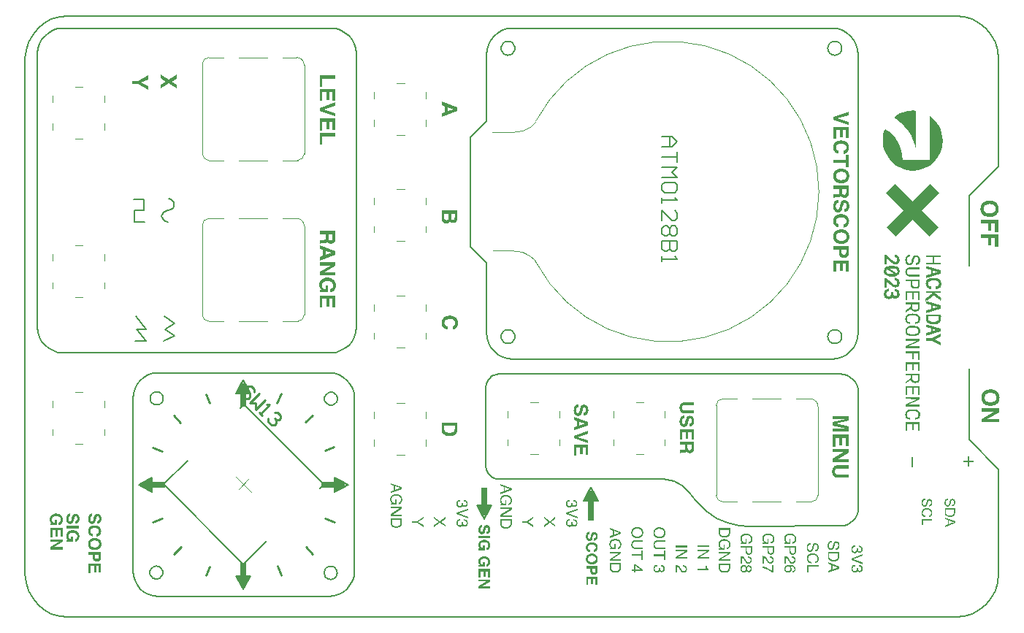
<source format=gto>
G04*
G04 #@! TF.GenerationSoftware,Altium Limited,CircuitStudio,1.5.2 (30)*
G04*
G04 Layer_Color=65535*
%FSLAX25Y25*%
%MOIN*%
G70*
G01*
G75*
%ADD10C,0.01000*%
%ADD16C,0.00800*%
%ADD68C,0.00400*%
%ADD69C,0.00433*%
%ADD70C,0.00500*%
%ADD71C,0.00700*%
%ADD72R,0.01000X0.01000*%
%ADD73R,0.02600X0.10207*%
G04:AMPARAMS|DCode=74|XSize=17.02mil|YSize=38.64mil|CornerRadius=0mil|HoleSize=0mil|Usage=FLASHONLY|Rotation=332.000|XOffset=0mil|YOffset=0mil|HoleType=Round|Shape=Rectangle|*
%AMROTATEDRECTD74*
4,1,4,-0.01658,-0.01306,0.00156,0.02105,0.01658,0.01306,-0.00156,-0.02105,-0.01658,-0.01306,0.0*
%
%ADD74ROTATEDRECTD74*%

G04:AMPARAMS|DCode=75|XSize=17.02mil|YSize=38.64mil|CornerRadius=0mil|HoleSize=0mil|Usage=FLASHONLY|Rotation=208.000|XOffset=0mil|YOffset=0mil|HoleType=Round|Shape=Rectangle|*
%AMROTATEDRECTD75*
4,1,4,-0.00156,0.02105,0.01658,-0.01306,0.00156,-0.02105,-0.01658,0.01306,-0.00156,0.02105,0.0*
%
%ADD75ROTATEDRECTD75*%

%ADD76R,0.01800X0.04300*%
%ADD77R,0.05900X0.01100*%
%ADD78R,0.02600X0.11007*%
G04:AMPARAMS|DCode=79|XSize=60.25mil|YSize=281.43mil|CornerRadius=0mil|HoleSize=0mil|Usage=FLASHONLY|Rotation=45.000|XOffset=0mil|YOffset=0mil|HoleType=Round|Shape=Rectangle|*
%AMROTATEDRECTD79*
4,1,4,0.07820,-0.12080,-0.12080,0.07820,-0.07820,0.12080,0.12080,-0.07820,0.07820,-0.12080,0.0*
%
%ADD79ROTATEDRECTD79*%

G04:AMPARAMS|DCode=80|XSize=60.25mil|YSize=281.43mil|CornerRadius=0mil|HoleSize=0mil|Usage=FLASHONLY|Rotation=315.000|XOffset=0mil|YOffset=0mil|HoleType=Round|Shape=Rectangle|*
%AMROTATEDRECTD80*
4,1,4,-0.12080,-0.07820,0.07820,0.12080,0.12080,0.07820,-0.07820,-0.12080,-0.12080,-0.07820,0.0*
%
%ADD80ROTATEDRECTD80*%

%ADD81R,0.03200X0.01170*%
G04:AMPARAMS|DCode=82|XSize=11.6mil|YSize=42.26mil|CornerRadius=0mil|HoleSize=0mil|Usage=FLASHONLY|Rotation=118.000|XOffset=0mil|YOffset=0mil|HoleType=Round|Shape=Rectangle|*
%AMROTATEDRECTD82*
4,1,4,0.02138,0.00480,-0.01593,-0.01504,-0.02138,-0.00480,0.01593,0.01504,0.02138,0.00480,0.0*
%
%ADD82ROTATEDRECTD82*%

%ADD83R,0.00304X0.01137*%
G04:AMPARAMS|DCode=84|XSize=2.79mil|YSize=2.3mil|CornerRadius=0mil|HoleSize=0mil|Usage=FLASHONLY|Rotation=129.000|XOffset=0mil|YOffset=0mil|HoleType=Round|Shape=Rectangle|*
%AMROTATEDRECTD84*
4,1,4,0.00177,-0.00036,-0.00002,-0.00181,-0.00177,0.00036,0.00002,0.00181,0.00177,-0.00036,0.0*
%
%ADD84ROTATEDRECTD84*%

G04:AMPARAMS|DCode=85|XSize=3.63mil|YSize=2.79mil|CornerRadius=0mil|HoleSize=0mil|Usage=FLASHONLY|Rotation=26.000|XOffset=0mil|YOffset=0mil|HoleType=Round|Shape=Rectangle|*
%AMROTATEDRECTD85*
4,1,4,-0.00102,-0.00205,-0.00224,0.00046,0.00102,0.00205,0.00224,-0.00046,-0.00102,-0.00205,0.0*
%
%ADD85ROTATEDRECTD85*%

G04:AMPARAMS|DCode=86|XSize=3.63mil|YSize=2.79mil|CornerRadius=0mil|HoleSize=0mil|Usage=FLASHONLY|Rotation=334.000|XOffset=0mil|YOffset=0mil|HoleType=Round|Shape=Rectangle|*
%AMROTATEDRECTD86*
4,1,4,-0.00224,-0.00046,-0.00102,0.00205,0.00224,0.00046,0.00102,-0.00205,-0.00224,-0.00046,0.0*
%
%ADD86ROTATEDRECTD86*%

G04:AMPARAMS|DCode=87|XSize=2.79mil|YSize=2.3mil|CornerRadius=0mil|HoleSize=0mil|Usage=FLASHONLY|Rotation=231.000|XOffset=0mil|YOffset=0mil|HoleType=Round|Shape=Rectangle|*
%AMROTATEDRECTD87*
4,1,4,-0.00002,0.00181,0.00177,0.00036,0.00002,-0.00181,-0.00177,-0.00036,-0.00002,0.00181,0.0*
%
%ADD87ROTATEDRECTD87*%

G04:AMPARAMS|DCode=88|XSize=11.6mil|YSize=42.26mil|CornerRadius=0mil|HoleSize=0mil|Usage=FLASHONLY|Rotation=242.000|XOffset=0mil|YOffset=0mil|HoleType=Round|Shape=Rectangle|*
%AMROTATEDRECTD88*
4,1,4,-0.01593,0.01504,0.02138,-0.00480,0.01593,-0.01504,-0.02138,0.00480,-0.01593,0.01504,0.0*
%
%ADD88ROTATEDRECTD88*%

G04:AMPARAMS|DCode=89|XSize=11.6mil|YSize=69.3mil|CornerRadius=0mil|HoleSize=0mil|Usage=FLASHONLY|Rotation=253.000|XOffset=0mil|YOffset=0mil|HoleType=Round|Shape=Rectangle|*
%AMROTATEDRECTD89*
4,1,4,-0.03144,0.01568,0.03483,-0.00458,0.03144,-0.01568,-0.03483,0.00458,-0.03144,0.01568,0.0*
%
%ADD89ROTATEDRECTD89*%

%ADD90R,0.00339X0.01109*%
%ADD91R,0.00377X0.01344*%
%ADD92R,0.00339X0.01109*%
G04:AMPARAMS|DCode=93|XSize=11.6mil|YSize=69.3mil|CornerRadius=0mil|HoleSize=0mil|Usage=FLASHONLY|Rotation=107.000|XOffset=0mil|YOffset=0mil|HoleType=Round|Shape=Rectangle|*
%AMROTATEDRECTD93*
4,1,4,0.03483,0.00458,-0.03144,-0.01568,-0.03483,-0.00458,0.03144,0.01568,0.03483,0.00458,0.0*
%
%ADD93ROTATEDRECTD93*%

%ADD94R,0.01050X0.02570*%
G04:AMPARAMS|DCode=95|XSize=11.6mil|YSize=45.45mil|CornerRadius=0mil|HoleSize=0mil|Usage=FLASHONLY|Rotation=231.000|XOffset=0mil|YOffset=0mil|HoleType=Round|Shape=Rectangle|*
%AMROTATEDRECTD95*
4,1,4,-0.01401,0.01881,0.02131,-0.00980,0.01401,-0.01881,-0.02131,0.00980,-0.01401,0.01881,0.0*
%
%ADD95ROTATEDRECTD95*%

%ADD96R,0.00304X0.01247*%
G04:AMPARAMS|DCode=97|XSize=7.2mil|YSize=3.26mil|CornerRadius=0mil|HoleSize=0mil|Usage=FLASHONLY|Rotation=231.000|XOffset=0mil|YOffset=0mil|HoleType=Round|Shape=Rectangle|*
%AMROTATEDRECTD97*
4,1,4,0.00100,0.00382,0.00353,0.00177,-0.00100,-0.00382,-0.00353,-0.00177,0.00100,0.00382,0.0*
%
%ADD97ROTATEDRECTD97*%

G04:AMPARAMS|DCode=98|XSize=3.63mil|YSize=2.79mil|CornerRadius=0mil|HoleSize=0mil|Usage=FLASHONLY|Rotation=231.000|XOffset=0mil|YOffset=0mil|HoleType=Round|Shape=Rectangle|*
%AMROTATEDRECTD98*
4,1,4,0.00006,0.00229,0.00223,0.00053,-0.00006,-0.00229,-0.00223,-0.00053,0.00006,0.00229,0.0*
%
%ADD98ROTATEDRECTD98*%

G04:AMPARAMS|DCode=99|XSize=3.63mil|YSize=2.79mil|CornerRadius=0mil|HoleSize=0mil|Usage=FLASHONLY|Rotation=309.000|XOffset=0mil|YOffset=0mil|HoleType=Round|Shape=Rectangle|*
%AMROTATEDRECTD99*
4,1,4,-0.00223,0.00053,-0.00006,0.00229,0.00223,-0.00053,0.00006,-0.00229,-0.00223,0.00053,0.0*
%
%ADD99ROTATEDRECTD99*%

G04:AMPARAMS|DCode=100|XSize=7.2mil|YSize=3.26mil|CornerRadius=0mil|HoleSize=0mil|Usage=FLASHONLY|Rotation=309.000|XOffset=0mil|YOffset=0mil|HoleType=Round|Shape=Rectangle|*
%AMROTATEDRECTD100*
4,1,4,-0.00353,0.00177,-0.00100,0.00382,0.00353,-0.00177,0.00100,-0.00382,-0.00353,0.00177,0.0*
%
%ADD100ROTATEDRECTD100*%

G04:AMPARAMS|DCode=101|XSize=11.6mil|YSize=45.45mil|CornerRadius=0mil|HoleSize=0mil|Usage=FLASHONLY|Rotation=309.000|XOffset=0mil|YOffset=0mil|HoleType=Round|Shape=Rectangle|*
%AMROTATEDRECTD101*
4,1,4,-0.02131,-0.00980,0.01401,0.01881,0.02131,0.00980,-0.01401,-0.01881,-0.02131,-0.00980,0.0*
%
%ADD101ROTATEDRECTD101*%

%ADD102R,0.06930X0.01160*%
%ADD103R,0.01040X0.02570*%
%ADD104R,0.00339X0.01109*%
%ADD105R,0.01130X0.02570*%
%ADD106R,0.07966X0.02600*%
G04:AMPARAMS|DCode=107|XSize=17.02mil|YSize=38.64mil|CornerRadius=0mil|HoleSize=0mil|Usage=FLASHONLY|Rotation=118.000|XOffset=0mil|YOffset=0mil|HoleType=Round|Shape=Rectangle|*
%AMROTATEDRECTD107*
4,1,4,0.02105,0.00156,-0.01306,-0.01658,-0.02105,-0.00156,0.01306,0.01658,0.02105,0.00156,0.0*
%
%ADD107ROTATEDRECTD107*%

G04:AMPARAMS|DCode=108|XSize=17.02mil|YSize=38.64mil|CornerRadius=0mil|HoleSize=0mil|Usage=FLASHONLY|Rotation=242.000|XOffset=0mil|YOffset=0mil|HoleType=Round|Shape=Rectangle|*
%AMROTATEDRECTD108*
4,1,4,-0.01306,0.01658,0.02105,-0.00156,0.01306,-0.01658,-0.02105,0.00156,-0.01306,0.01658,0.0*
%
%ADD108ROTATEDRECTD108*%

%ADD109R,0.04300X0.01800*%
%ADD110R,0.01100X0.05900*%
%ADD111R,0.02600X0.07966*%
%ADD112R,0.05000X0.01000*%
%ADD113R,0.01000X0.05000*%
%ADD114R,0.01000X0.04500*%
G36*
X3039645Y1865579D02*
Y1863868D01*
X3032402Y1861313D01*
Y1862957D01*
X3033879Y1863435D01*
Y1866101D01*
X3032402Y1866590D01*
Y1868168D01*
X3039645Y1865579D01*
D02*
G37*
G36*
Y1871268D02*
Y1871256D01*
Y1871234D01*
Y1871201D01*
X3039634Y1871145D01*
Y1871012D01*
X3039612Y1870845D01*
X3039590Y1870668D01*
X3039556Y1870479D01*
X3039501Y1870301D01*
X3039445Y1870134D01*
X3039434Y1870112D01*
X3039412Y1870068D01*
X3039379Y1869990D01*
X3039323Y1869890D01*
X3039245Y1869790D01*
X3039168Y1869668D01*
X3039068Y1869557D01*
X3038945Y1869445D01*
X3038934Y1869434D01*
X3038901Y1869412D01*
X3038845Y1869368D01*
X3038768Y1869312D01*
X3038679Y1869257D01*
X3038568Y1869201D01*
X3038334Y1869090D01*
X3038323Y1869079D01*
X3038279Y1869068D01*
X3038212Y1869045D01*
X3038112Y1869012D01*
X3038001Y1868990D01*
X3037879Y1868968D01*
X3037734Y1868957D01*
X3037579Y1868946D01*
X3037490D01*
X3037390Y1868957D01*
X3037257Y1868979D01*
X3037112Y1869012D01*
X3036934Y1869057D01*
X3036757Y1869123D01*
X3036568Y1869212D01*
X3036546Y1869223D01*
X3036490Y1869257D01*
X3036401Y1869323D01*
X3036290Y1869412D01*
X3036179Y1869534D01*
X3036057Y1869690D01*
X3035946Y1869868D01*
X3035857Y1870079D01*
Y1870068D01*
X3035846Y1870057D01*
X3035823Y1869990D01*
X3035779Y1869901D01*
X3035712Y1869801D01*
X3035624Y1869679D01*
X3035535Y1869557D01*
X3035412Y1869445D01*
X3035279Y1869357D01*
X3035257Y1869345D01*
X3035212Y1869323D01*
X3035123Y1869290D01*
X3035001Y1869246D01*
X3034846Y1869212D01*
X3034657Y1869179D01*
X3034424Y1869157D01*
X3034157Y1869146D01*
X3033401D01*
X3033168Y1869134D01*
X3033068Y1869123D01*
X3032990Y1869112D01*
X3032979D01*
X3032946Y1869101D01*
X3032890Y1869079D01*
X3032835Y1869045D01*
X3032768Y1869012D01*
X3032701Y1868957D01*
X3032635Y1868901D01*
X3032579Y1868823D01*
X3032402D01*
Y1870512D01*
X3032413D01*
X3032446Y1870523D01*
X3032479Y1870534D01*
X3032535Y1870545D01*
X3032657Y1870579D01*
X3032779Y1870612D01*
X3032790D01*
X3032835Y1870623D01*
X3032890Y1870634D01*
X3032979Y1870645D01*
X3033068Y1870657D01*
X3033179Y1870668D01*
X3033413Y1870679D01*
X3034190D01*
X3034312Y1870690D01*
X3034457Y1870712D01*
X3034612Y1870745D01*
X3034768Y1870790D01*
X3034901Y1870845D01*
X3035012Y1870923D01*
X3035023Y1870934D01*
X3035046Y1870968D01*
X3035090Y1871034D01*
X3035135Y1871123D01*
X3035168Y1871234D01*
X3035212Y1871390D01*
X3035235Y1871568D01*
X3035246Y1871790D01*
Y1873256D01*
X3032402D01*
Y1874734D01*
X3039645D01*
Y1871268D01*
D02*
G37*
G36*
Y1858846D02*
X3034601Y1855958D01*
X3039645D01*
Y1854558D01*
X3032402D01*
Y1856069D01*
X3037534Y1859013D01*
X3032402D01*
Y1860413D01*
X3039645D01*
Y1858846D01*
D02*
G37*
G36*
Y1839960D02*
X3038368D01*
Y1843793D01*
X3036823D01*
Y1840282D01*
X3035568D01*
Y1843793D01*
X3033701D01*
Y1839793D01*
X3032402D01*
Y1845270D01*
X3039645D01*
Y1839960D01*
D02*
G37*
G36*
X3036112Y1853480D02*
X3036234D01*
X3036390Y1853458D01*
X3036557Y1853436D01*
X3036746Y1853414D01*
X3036957Y1853369D01*
X3037179Y1853314D01*
X3037401Y1853258D01*
X3037646Y1853180D01*
X3037879Y1853081D01*
X3038112Y1852969D01*
X3038345Y1852847D01*
X3038556Y1852692D01*
X3038768Y1852525D01*
X3038779Y1852514D01*
X3038812Y1852481D01*
X3038868Y1852425D01*
X3038934Y1852347D01*
X3039012Y1852247D01*
X3039101Y1852136D01*
X3039201Y1852003D01*
X3039301Y1851847D01*
X3039401Y1851670D01*
X3039501Y1851481D01*
X3039590Y1851270D01*
X3039668Y1851036D01*
X3039734Y1850792D01*
X3039790Y1850536D01*
X3039823Y1850258D01*
X3039834Y1849970D01*
Y1849959D01*
Y1849903D01*
Y1849836D01*
X3039823Y1849736D01*
X3039812Y1849625D01*
X3039801Y1849481D01*
X3039779Y1849336D01*
X3039745Y1849170D01*
X3039668Y1848814D01*
X3039612Y1848636D01*
X3039534Y1848448D01*
X3039456Y1848259D01*
X3039367Y1848081D01*
X3039256Y1847914D01*
X3039134Y1847748D01*
X3039123Y1847737D01*
X3039101Y1847714D01*
X3039068Y1847670D01*
X3039012Y1847614D01*
X3038945Y1847548D01*
X3038857Y1847481D01*
X3038768Y1847392D01*
X3038656Y1847314D01*
X3038534Y1847226D01*
X3038401Y1847148D01*
X3038256Y1847059D01*
X3038101Y1846992D01*
X3037934Y1846914D01*
X3037768Y1846859D01*
X3037579Y1846814D01*
X3037390Y1846781D01*
Y1848281D01*
X3037401D01*
X3037423Y1848292D01*
X3037457Y1848303D01*
X3037512Y1848314D01*
X3037634Y1848370D01*
X3037790Y1848448D01*
X3037968Y1848570D01*
X3038134Y1848714D01*
X3038290Y1848892D01*
X3038368Y1849003D01*
X3038423Y1849125D01*
X3038434Y1849147D01*
X3038445Y1849192D01*
X3038479Y1849270D01*
X3038512Y1849370D01*
X3038534Y1849492D01*
X3038568Y1849636D01*
X3038579Y1849792D01*
X3038590Y1849959D01*
Y1849970D01*
Y1849992D01*
Y1850047D01*
X3038579Y1850103D01*
X3038568Y1850181D01*
X3038556Y1850258D01*
X3038512Y1850459D01*
X3038423Y1850692D01*
X3038379Y1850803D01*
X3038312Y1850925D01*
X3038234Y1851047D01*
X3038145Y1851170D01*
X3038045Y1851281D01*
X3037923Y1851392D01*
X3037912Y1851403D01*
X3037890Y1851414D01*
X3037857Y1851447D01*
X3037801Y1851481D01*
X3037734Y1851525D01*
X3037646Y1851570D01*
X3037546Y1851614D01*
X3037434Y1851670D01*
X3037301Y1851725D01*
X3037145Y1851769D01*
X3036990Y1851814D01*
X3036812Y1851858D01*
X3036612Y1851892D01*
X3036401Y1851925D01*
X3036179Y1851936D01*
X3035934Y1851947D01*
X3035812D01*
X3035723Y1851936D01*
X3035612Y1851925D01*
X3035479Y1851914D01*
X3035346Y1851892D01*
X3035201Y1851870D01*
X3034890Y1851803D01*
X3034579Y1851692D01*
X3034424Y1851625D01*
X3034290Y1851547D01*
X3034157Y1851447D01*
X3034046Y1851347D01*
X3034035Y1851336D01*
X3034024Y1851314D01*
X3034001Y1851281D01*
X3033957Y1851236D01*
X3033924Y1851181D01*
X3033879Y1851114D01*
X3033779Y1850947D01*
X3033679Y1850736D01*
X3033590Y1850503D01*
X3033524Y1850236D01*
X3033513Y1850103D01*
X3033501Y1849959D01*
Y1849947D01*
Y1849925D01*
Y1849881D01*
X3033513Y1849836D01*
Y1849770D01*
X3033524Y1849692D01*
X3033557Y1849514D01*
X3033613Y1849325D01*
X3033679Y1849114D01*
X3033790Y1848903D01*
X3033935Y1848714D01*
Y1848703D01*
X3033957Y1848692D01*
X3034012Y1848636D01*
X3034113Y1848559D01*
X3034246Y1848459D01*
X3034401Y1848348D01*
X3034601Y1848259D01*
X3034823Y1848170D01*
X3035079Y1848114D01*
Y1849781D01*
X3036290D01*
Y1846759D01*
X3032402D01*
Y1847770D01*
X3033302Y1847925D01*
X3033279Y1847948D01*
X3033224Y1848003D01*
X3033124Y1848081D01*
X3033024Y1848181D01*
X3032902Y1848303D01*
X3032779Y1848437D01*
X3032668Y1848581D01*
X3032579Y1848714D01*
Y1848725D01*
X3032568Y1848736D01*
X3032546Y1848770D01*
X3032524Y1848825D01*
X3032491Y1848881D01*
X3032468Y1848948D01*
X3032435Y1849025D01*
X3032402Y1849125D01*
X3032324Y1849336D01*
X3032268Y1849581D01*
X3032224Y1849870D01*
X3032213Y1850181D01*
Y1850192D01*
Y1850247D01*
X3032224Y1850325D01*
Y1850425D01*
X3032246Y1850547D01*
X3032268Y1850681D01*
X3032290Y1850847D01*
X3032335Y1851014D01*
X3032391Y1851203D01*
X3032457Y1851392D01*
X3032535Y1851581D01*
X3032635Y1851781D01*
X3032746Y1851981D01*
X3032879Y1852169D01*
X3033024Y1852358D01*
X3033201Y1852536D01*
X3033213Y1852547D01*
X3033246Y1852580D01*
X3033302Y1852625D01*
X3033390Y1852681D01*
X3033490Y1852758D01*
X3033613Y1852836D01*
X3033757Y1852925D01*
X3033924Y1853014D01*
X3034113Y1853103D01*
X3034312Y1853192D01*
X3034546Y1853269D01*
X3034790Y1853347D01*
X3035046Y1853403D01*
X3035335Y1853447D01*
X3035635Y1853480D01*
X3035946Y1853492D01*
X3036023D01*
X3036112Y1853480D01*
D02*
G37*
G36*
X3095321Y1931119D02*
Y1929408D01*
X3088077Y1926852D01*
Y1928497D01*
X3089555Y1928974D01*
Y1931641D01*
X3088077Y1932130D01*
Y1933707D01*
X3095321Y1931119D01*
D02*
G37*
G36*
X3117538Y1754217D02*
X3117625D01*
X3117735Y1754201D01*
X3117869Y1754185D01*
X3118010Y1754161D01*
X3118160Y1754138D01*
X3118325Y1754099D01*
X3118490Y1754051D01*
X3118663Y1753996D01*
X3118837Y1753925D01*
X3119010Y1753847D01*
X3119175Y1753752D01*
X3119332Y1753642D01*
X3119482Y1753516D01*
X3119490Y1753508D01*
X3119513Y1753485D01*
X3119553Y1753445D01*
X3119600Y1753398D01*
X3119655Y1753327D01*
X3119718Y1753249D01*
X3119781Y1753154D01*
X3119852Y1753052D01*
X3119923Y1752934D01*
X3119986Y1752800D01*
X3120049Y1752658D01*
X3120104Y1752501D01*
X3120151Y1752336D01*
X3120190Y1752163D01*
X3120214Y1751982D01*
X3120222Y1751785D01*
Y1751777D01*
Y1751753D01*
Y1751714D01*
X3120214Y1751659D01*
Y1751596D01*
X3120206Y1751525D01*
X3120198Y1751439D01*
X3120190Y1751352D01*
X3120151Y1751155D01*
X3120104Y1750943D01*
X3120033Y1750722D01*
X3119938Y1750518D01*
X3119930Y1750510D01*
X3119923Y1750486D01*
X3119891Y1750447D01*
X3119860Y1750392D01*
X3119813Y1750337D01*
X3119757Y1750266D01*
X3119687Y1750187D01*
X3119608Y1750108D01*
X3119513Y1750030D01*
X3119411Y1749951D01*
X3119293Y1749872D01*
X3119167Y1749794D01*
X3119025Y1749723D01*
X3118868Y1749660D01*
X3118695Y1749613D01*
X3118514Y1749573D01*
Y1750266D01*
X3118522D01*
X3118538Y1750274D01*
X3118569Y1750282D01*
X3118608Y1750289D01*
X3118656Y1750305D01*
X3118711Y1750329D01*
X3118829Y1750376D01*
X3118962Y1750447D01*
X3119104Y1750541D01*
X3119230Y1750652D01*
X3119340Y1750793D01*
Y1750801D01*
X3119348Y1750809D01*
X3119364Y1750833D01*
X3119380Y1750864D01*
X3119403Y1750903D01*
X3119419Y1750950D01*
X3119474Y1751069D01*
X3119521Y1751218D01*
X3119561Y1751383D01*
X3119592Y1751580D01*
X3119600Y1751801D01*
Y1751808D01*
Y1751832D01*
Y1751871D01*
X3119592Y1751918D01*
X3119584Y1751982D01*
X3119568Y1752052D01*
X3119553Y1752131D01*
X3119529Y1752218D01*
X3119506Y1752312D01*
X3119466Y1752414D01*
X3119427Y1752509D01*
X3119372Y1752611D01*
X3119309Y1752713D01*
X3119238Y1752816D01*
X3119151Y1752918D01*
X3119057Y1753012D01*
X3119049Y1753020D01*
X3119033Y1753036D01*
X3119002Y1753060D01*
X3118955Y1753091D01*
X3118900Y1753131D01*
X3118829Y1753170D01*
X3118750Y1753217D01*
X3118656Y1753256D01*
X3118545Y1753304D01*
X3118427Y1753351D01*
X3118301Y1753390D01*
X3118152Y1753430D01*
X3117994Y1753461D01*
X3117829Y1753485D01*
X3117648Y1753500D01*
X3117451Y1753508D01*
X3117365D01*
X3117294Y1753500D01*
X3117215Y1753493D01*
X3117129Y1753485D01*
X3117027Y1753477D01*
X3116916Y1753453D01*
X3116672Y1753406D01*
X3116421Y1753335D01*
X3116295Y1753288D01*
X3116176Y1753233D01*
X3116051Y1753170D01*
X3115940Y1753099D01*
X3115932Y1753091D01*
X3115917Y1753083D01*
X3115885Y1753052D01*
X3115854Y1753020D01*
X3115807Y1752973D01*
X3115759Y1752918D01*
X3115704Y1752855D01*
X3115657Y1752776D01*
X3115602Y1752690D01*
X3115547Y1752595D01*
X3115500Y1752485D01*
X3115453Y1752367D01*
X3115421Y1752241D01*
X3115389Y1752092D01*
X3115374Y1751942D01*
X3115366Y1751777D01*
Y1751769D01*
Y1751745D01*
Y1751706D01*
X3115374Y1751659D01*
X3115382Y1751596D01*
X3115389Y1751525D01*
X3115397Y1751454D01*
X3115413Y1751368D01*
X3115460Y1751179D01*
X3115539Y1750990D01*
X3115578Y1750888D01*
X3115634Y1750793D01*
X3115696Y1750699D01*
X3115767Y1750612D01*
X3115775Y1750604D01*
X3115783Y1750588D01*
X3115815Y1750573D01*
X3115846Y1750541D01*
X3115893Y1750502D01*
X3115948Y1750463D01*
X3116011Y1750423D01*
X3116090Y1750376D01*
X3116176Y1750337D01*
X3116271Y1750289D01*
X3116381Y1750250D01*
X3116499Y1750219D01*
X3116625Y1750187D01*
X3116775Y1750163D01*
X3116924Y1750148D01*
X3117089Y1750140D01*
Y1751761D01*
X3117672D01*
Y1749487D01*
X3114902D01*
Y1749935D01*
X3115563Y1750108D01*
X3115555D01*
X3115547Y1750124D01*
X3115500Y1750171D01*
X3115429Y1750234D01*
X3115350Y1750321D01*
X3115264Y1750415D01*
X3115169Y1750525D01*
X3115091Y1750628D01*
X3115020Y1750738D01*
Y1750746D01*
X3115012Y1750762D01*
X3114996Y1750785D01*
X3114980Y1750825D01*
X3114964Y1750864D01*
X3114941Y1750919D01*
X3114917Y1750990D01*
X3114894Y1751061D01*
X3114870Y1751139D01*
X3114846Y1751234D01*
X3114807Y1751431D01*
X3114776Y1751659D01*
X3114768Y1751918D01*
Y1751926D01*
Y1751958D01*
X3114776Y1752005D01*
Y1752076D01*
X3114783Y1752155D01*
X3114799Y1752241D01*
X3114815Y1752351D01*
X3114839Y1752462D01*
X3114870Y1752580D01*
X3114909Y1752706D01*
X3114957Y1752839D01*
X3115020Y1752973D01*
X3115083Y1753107D01*
X3115161Y1753241D01*
X3115256Y1753374D01*
X3115358Y1753500D01*
X3115366Y1753508D01*
X3115389Y1753532D01*
X3115437Y1753563D01*
X3115492Y1753611D01*
X3115570Y1753666D01*
X3115665Y1753729D01*
X3115775Y1753792D01*
X3115893Y1753862D01*
X3116035Y1753933D01*
X3116192Y1753996D01*
X3116357Y1754059D01*
X3116538Y1754114D01*
X3116735Y1754154D01*
X3116948Y1754193D01*
X3117176Y1754217D01*
X3117412Y1754225D01*
X3117467D01*
X3117538Y1754217D01*
D02*
G37*
G36*
X2954145Y1943956D02*
X2950990Y1942456D01*
X2954145Y1941023D01*
Y1939312D01*
X2949601Y1941723D01*
X2946902D01*
Y1943223D01*
X2949590D01*
X2954145Y1945734D01*
Y1943956D01*
D02*
G37*
G36*
X3120088Y1757341D02*
Y1756546D01*
X3114902Y1754665D01*
Y1755436D01*
X3116452Y1755956D01*
Y1758010D01*
X3114902Y1758569D01*
Y1759293D01*
X3120088Y1757341D01*
D02*
G37*
G36*
X2963590Y1943901D02*
X2967145Y1946123D01*
Y1944312D01*
X2964779Y1943012D01*
X2967145Y1941690D01*
Y1939935D01*
X2963646Y1942156D01*
X2959902Y1939801D01*
Y1941634D01*
X2962357Y1943012D01*
X2959902Y1944456D01*
Y1946234D01*
X2963590Y1943901D01*
D02*
G37*
G36*
X2915133Y1735028D02*
X2914122D01*
Y1738060D01*
X2912900D01*
Y1735283D01*
X2911907D01*
Y1738060D01*
X2910430D01*
Y1734896D01*
X2909402D01*
Y1739229D01*
X2915133D01*
Y1735028D01*
D02*
G37*
G36*
X2912337Y1745725D02*
X2912434D01*
X2912557Y1745708D01*
X2912689Y1745690D01*
X2912839Y1745672D01*
X2913005Y1745637D01*
X2913181Y1745593D01*
X2913357Y1745549D01*
X2913550Y1745488D01*
X2913735Y1745409D01*
X2913920Y1745321D01*
X2914104Y1745224D01*
X2914271Y1745101D01*
X2914438Y1744969D01*
X2914447Y1744960D01*
X2914473Y1744934D01*
X2914517Y1744890D01*
X2914570Y1744828D01*
X2914632Y1744749D01*
X2914702Y1744662D01*
X2914781Y1744556D01*
X2914860Y1744433D01*
X2914939Y1744292D01*
X2915018Y1744143D01*
X2915089Y1743976D01*
X2915150Y1743791D01*
X2915203Y1743598D01*
X2915247Y1743396D01*
X2915273Y1743176D01*
X2915282Y1742947D01*
Y1742939D01*
Y1742895D01*
Y1742842D01*
X2915273Y1742763D01*
X2915265Y1742675D01*
X2915256Y1742561D01*
X2915238Y1742446D01*
X2915212Y1742315D01*
X2915150Y1742033D01*
X2915106Y1741893D01*
X2915045Y1741743D01*
X2914983Y1741594D01*
X2914913Y1741453D01*
X2914825Y1741321D01*
X2914728Y1741189D01*
X2914720Y1741181D01*
X2914702Y1741163D01*
X2914676Y1741128D01*
X2914632Y1741084D01*
X2914579Y1741031D01*
X2914509Y1740978D01*
X2914438Y1740908D01*
X2914350Y1740847D01*
X2914254Y1740776D01*
X2914148Y1740715D01*
X2914034Y1740644D01*
X2913911Y1740592D01*
X2913779Y1740530D01*
X2913647Y1740486D01*
X2913498Y1740451D01*
X2913348Y1740425D01*
Y1741611D01*
X2913357D01*
X2913375Y1741620D01*
X2913401Y1741629D01*
X2913445Y1741638D01*
X2913542Y1741682D01*
X2913665Y1741743D01*
X2913805Y1741840D01*
X2913937Y1741954D01*
X2914060Y1742095D01*
X2914122Y1742183D01*
X2914166Y1742279D01*
X2914174Y1742297D01*
X2914183Y1742332D01*
X2914210Y1742394D01*
X2914236Y1742473D01*
X2914254Y1742570D01*
X2914280Y1742684D01*
X2914289Y1742807D01*
X2914298Y1742939D01*
Y1742947D01*
Y1742965D01*
Y1743009D01*
X2914289Y1743053D01*
X2914280Y1743114D01*
X2914271Y1743176D01*
X2914236Y1743334D01*
X2914166Y1743519D01*
X2914131Y1743607D01*
X2914078Y1743703D01*
X2914016Y1743800D01*
X2913946Y1743897D01*
X2913867Y1743985D01*
X2913770Y1744073D01*
X2913761Y1744081D01*
X2913744Y1744090D01*
X2913717Y1744117D01*
X2913674Y1744143D01*
X2913621Y1744178D01*
X2913550Y1744213D01*
X2913471Y1744248D01*
X2913383Y1744292D01*
X2913278Y1744336D01*
X2913155Y1744371D01*
X2913032Y1744407D01*
X2912891Y1744442D01*
X2912733Y1744468D01*
X2912566Y1744494D01*
X2912390Y1744503D01*
X2912197Y1744512D01*
X2912100D01*
X2912030Y1744503D01*
X2911942Y1744494D01*
X2911836Y1744486D01*
X2911731Y1744468D01*
X2911617Y1744451D01*
X2911370Y1744398D01*
X2911124Y1744310D01*
X2911001Y1744257D01*
X2910896Y1744196D01*
X2910790Y1744117D01*
X2910703Y1744037D01*
X2910694Y1744029D01*
X2910685Y1744011D01*
X2910667Y1743985D01*
X2910632Y1743950D01*
X2910606Y1743905D01*
X2910571Y1743853D01*
X2910492Y1743721D01*
X2910412Y1743554D01*
X2910342Y1743369D01*
X2910289Y1743158D01*
X2910281Y1743053D01*
X2910272Y1742939D01*
Y1742930D01*
Y1742912D01*
Y1742877D01*
X2910281Y1742842D01*
Y1742789D01*
X2910289Y1742728D01*
X2910316Y1742587D01*
X2910360Y1742438D01*
X2910412Y1742271D01*
X2910500Y1742104D01*
X2910615Y1741954D01*
Y1741945D01*
X2910632Y1741937D01*
X2910676Y1741893D01*
X2910755Y1741831D01*
X2910861Y1741752D01*
X2910984Y1741664D01*
X2911142Y1741594D01*
X2911318Y1741523D01*
X2911520Y1741479D01*
Y1742798D01*
X2912478D01*
Y1740407D01*
X2909402D01*
Y1741207D01*
X2910114Y1741330D01*
X2910096Y1741348D01*
X2910052Y1741392D01*
X2909973Y1741453D01*
X2909894Y1741532D01*
X2909797Y1741629D01*
X2909700Y1741734D01*
X2909612Y1741849D01*
X2909542Y1741954D01*
Y1741963D01*
X2909533Y1741972D01*
X2909516Y1741998D01*
X2909498Y1742042D01*
X2909472Y1742086D01*
X2909454Y1742139D01*
X2909428Y1742200D01*
X2909402Y1742279D01*
X2909340Y1742446D01*
X2909296Y1742640D01*
X2909261Y1742868D01*
X2909252Y1743114D01*
Y1743123D01*
Y1743167D01*
X2909261Y1743229D01*
Y1743308D01*
X2909278Y1743405D01*
X2909296Y1743510D01*
X2909314Y1743642D01*
X2909349Y1743774D01*
X2909393Y1743923D01*
X2909446Y1744073D01*
X2909507Y1744222D01*
X2909586Y1744380D01*
X2909674Y1744538D01*
X2909780Y1744688D01*
X2909894Y1744837D01*
X2910034Y1744978D01*
X2910043Y1744987D01*
X2910070Y1745013D01*
X2910114Y1745048D01*
X2910184Y1745092D01*
X2910263Y1745154D01*
X2910360Y1745215D01*
X2910474Y1745286D01*
X2910606Y1745356D01*
X2910755Y1745426D01*
X2910913Y1745497D01*
X2911098Y1745558D01*
X2911291Y1745620D01*
X2911494Y1745663D01*
X2911722Y1745699D01*
X2911959Y1745725D01*
X2912206Y1745734D01*
X2912267D01*
X2912337Y1745725D01*
D02*
G37*
G36*
X2915133Y1732725D02*
X2911142Y1730439D01*
X2915133D01*
Y1729332D01*
X2909402D01*
Y1730527D01*
X2913462Y1732857D01*
X2909402D01*
Y1733964D01*
X2915133D01*
Y1732725D01*
D02*
G37*
G36*
X2922633Y1739009D02*
X2916902D01*
Y1740196D01*
X2922633D01*
Y1739009D01*
D02*
G37*
G36*
X2918668Y1744591D02*
X2918651D01*
X2918607Y1744582D01*
X2918537Y1744565D01*
X2918449Y1744547D01*
X2918352Y1744512D01*
X2918255Y1744477D01*
X2918159Y1744433D01*
X2918079Y1744380D01*
X2918062Y1744363D01*
X2918027Y1744319D01*
X2917965Y1744248D01*
X2917904Y1744143D01*
X2917868Y1744073D01*
X2917842Y1744002D01*
X2917807Y1743914D01*
X2917781Y1743826D01*
X2917763Y1743721D01*
X2917745Y1743607D01*
X2917728Y1743492D01*
Y1743361D01*
Y1743352D01*
Y1743343D01*
Y1743290D01*
X2917737Y1743211D01*
Y1743106D01*
X2917745Y1742991D01*
X2917763Y1742877D01*
X2917789Y1742763D01*
X2917816Y1742657D01*
Y1742649D01*
X2917825Y1742631D01*
X2917833Y1742613D01*
X2917851Y1742578D01*
X2917904Y1742490D01*
X2917965Y1742394D01*
X2918062Y1742306D01*
X2918176Y1742218D01*
X2918246Y1742183D01*
X2918317Y1742165D01*
X2918396Y1742147D01*
X2918484Y1742139D01*
X2918528D01*
X2918580Y1742147D01*
X2918642Y1742174D01*
X2918712Y1742200D01*
X2918791Y1742244D01*
X2918862Y1742306D01*
X2918923Y1742394D01*
X2918932Y1742402D01*
X2918950Y1742438D01*
X2918976Y1742499D01*
X2919011Y1742587D01*
X2919055Y1742693D01*
X2919099Y1742833D01*
X2919152Y1742991D01*
X2919196Y1743185D01*
X2919328Y1743809D01*
Y1743818D01*
X2919336Y1743853D01*
X2919345Y1743897D01*
X2919363Y1743958D01*
X2919380Y1744029D01*
X2919407Y1744117D01*
X2919460Y1744310D01*
X2919521Y1744521D01*
X2919600Y1744723D01*
X2919635Y1744820D01*
X2919679Y1744916D01*
X2919723Y1744995D01*
X2919767Y1745066D01*
X2919776Y1745075D01*
X2919785Y1745092D01*
X2919811Y1745119D01*
X2919846Y1745154D01*
X2919881Y1745198D01*
X2919934Y1745250D01*
X2919996Y1745294D01*
X2920075Y1745347D01*
X2920154Y1745409D01*
X2920242Y1745453D01*
X2920347Y1745505D01*
X2920461Y1745549D01*
X2920585Y1745584D01*
X2920716Y1745611D01*
X2920857Y1745628D01*
X2921015Y1745637D01*
X2921086D01*
X2921147Y1745628D01*
X2921209Y1745620D01*
X2921288Y1745611D01*
X2921367Y1745593D01*
X2921464Y1745567D01*
X2921666Y1745497D01*
X2921771Y1745453D01*
X2921877Y1745400D01*
X2921982Y1745338D01*
X2922088Y1745259D01*
X2922193Y1745171D01*
X2922290Y1745075D01*
X2922299Y1745066D01*
X2922316Y1745048D01*
X2922334Y1745013D01*
X2922369Y1744969D01*
X2922413Y1744908D01*
X2922457Y1744837D01*
X2922501Y1744749D01*
X2922553Y1744653D01*
X2922598Y1744547D01*
X2922641Y1744424D01*
X2922685Y1744283D01*
X2922729Y1744134D01*
X2922765Y1743976D01*
X2922782Y1743800D01*
X2922800Y1743616D01*
X2922808Y1743413D01*
Y1743405D01*
Y1743369D01*
Y1743325D01*
X2922800Y1743264D01*
X2922791Y1743185D01*
X2922782Y1743088D01*
X2922765Y1742991D01*
X2922747Y1742877D01*
X2922694Y1742631D01*
X2922606Y1742367D01*
X2922553Y1742235D01*
X2922483Y1742112D01*
X2922413Y1741981D01*
X2922325Y1741858D01*
X2922316Y1741849D01*
X2922299Y1741831D01*
X2922272Y1741796D01*
X2922237Y1741752D01*
X2922184Y1741708D01*
X2922123Y1741647D01*
X2922053Y1741594D01*
X2921973Y1741523D01*
X2921877Y1741462D01*
X2921771Y1741400D01*
X2921657Y1741348D01*
X2921534Y1741295D01*
X2921402Y1741251D01*
X2921253Y1741207D01*
X2921103Y1741189D01*
X2920936Y1741172D01*
Y1742315D01*
X2920963D01*
X2920989Y1742323D01*
X2921015D01*
X2921112Y1742350D01*
X2921218Y1742385D01*
X2921341Y1742446D01*
X2921464Y1742525D01*
X2921569Y1742640D01*
X2921622Y1742701D01*
X2921666Y1742780D01*
X2921675Y1742789D01*
X2921692Y1742833D01*
X2921710Y1742895D01*
X2921745Y1742974D01*
X2921771Y1743079D01*
X2921789Y1743202D01*
X2921806Y1743343D01*
X2921815Y1743492D01*
Y1743501D01*
Y1743510D01*
Y1743536D01*
Y1743571D01*
X2921806Y1743659D01*
X2921789Y1743765D01*
X2921771Y1743888D01*
X2921736Y1744011D01*
X2921683Y1744134D01*
X2921622Y1744248D01*
X2921613Y1744257D01*
X2921587Y1744292D01*
X2921543Y1744336D01*
X2921490Y1744389D01*
X2921411Y1744442D01*
X2921323Y1744486D01*
X2921218Y1744521D01*
X2921103Y1744530D01*
X2921086D01*
X2921050Y1744521D01*
X2920998Y1744512D01*
X2920927Y1744494D01*
X2920857Y1744459D01*
X2920778Y1744415D01*
X2920708Y1744345D01*
X2920646Y1744257D01*
X2920637Y1744248D01*
X2920629Y1744222D01*
X2920602Y1744169D01*
X2920576Y1744090D01*
X2920541Y1743985D01*
X2920497Y1743853D01*
X2920453Y1743695D01*
X2920426Y1743598D01*
X2920400Y1743492D01*
X2920163Y1742490D01*
Y1742482D01*
X2920154Y1742464D01*
X2920145Y1742429D01*
X2920136Y1742385D01*
X2920119Y1742323D01*
X2920101Y1742262D01*
X2920057Y1742121D01*
X2919996Y1741963D01*
X2919925Y1741796D01*
X2919846Y1741638D01*
X2919749Y1741506D01*
X2919741Y1741497D01*
X2919732Y1741479D01*
X2919706Y1741462D01*
X2919670Y1741427D01*
X2919635Y1741383D01*
X2919583Y1741339D01*
X2919521Y1741295D01*
X2919451Y1741242D01*
X2919372Y1741198D01*
X2919284Y1741154D01*
X2919187Y1741110D01*
X2919081Y1741066D01*
X2918967Y1741031D01*
X2918844Y1741014D01*
X2918712Y1740996D01*
X2918572Y1740987D01*
X2918493D01*
X2918440Y1740996D01*
X2918378Y1741005D01*
X2918299Y1741022D01*
X2918211Y1741040D01*
X2918115Y1741066D01*
X2918018Y1741093D01*
X2917912Y1741137D01*
X2917807Y1741189D01*
X2917693Y1741242D01*
X2917587Y1741321D01*
X2917473Y1741400D01*
X2917367Y1741497D01*
X2917271Y1741603D01*
X2917262Y1741611D01*
X2917244Y1741629D01*
X2917227Y1741664D01*
X2917192Y1741717D01*
X2917148Y1741778D01*
X2917104Y1741849D01*
X2917060Y1741945D01*
X2917016Y1742042D01*
X2916963Y1742156D01*
X2916919Y1742288D01*
X2916875Y1742429D01*
X2916831Y1742578D01*
X2916796Y1742745D01*
X2916779Y1742921D01*
X2916761Y1743106D01*
X2916752Y1743308D01*
Y1743317D01*
Y1743361D01*
Y1743413D01*
X2916761Y1743492D01*
X2916770Y1743589D01*
X2916779Y1743703D01*
X2916796Y1743826D01*
X2916814Y1743958D01*
X2916875Y1744239D01*
X2916919Y1744389D01*
X2916972Y1744538D01*
X2917025Y1744688D01*
X2917095Y1744828D01*
X2917174Y1744960D01*
X2917262Y1745092D01*
X2917271Y1745101D01*
X2917288Y1745119D01*
X2917315Y1745154D01*
X2917359Y1745189D01*
X2917411Y1745242D01*
X2917473Y1745294D01*
X2917543Y1745356D01*
X2917631Y1745409D01*
X2917728Y1745470D01*
X2917833Y1745532D01*
X2917948Y1745584D01*
X2918071Y1745637D01*
X2918203Y1745672D01*
X2918352Y1745708D01*
X2918501Y1745725D01*
X2918668Y1745734D01*
Y1744591D01*
D02*
G37*
G36*
X3039645Y1934213D02*
X3038368D01*
Y1938046D01*
X3036823D01*
Y1934535D01*
X3035568D01*
Y1938046D01*
X3033701D01*
Y1934046D01*
X3032402D01*
Y1939523D01*
X3039645D01*
Y1934213D01*
D02*
G37*
G36*
Y1944234D02*
X3033690D01*
Y1940623D01*
X3032402D01*
Y1945734D01*
X3039645D01*
Y1944234D01*
D02*
G37*
G36*
Y1931791D02*
X3034146Y1930213D01*
X3039645Y1928625D01*
Y1927069D01*
X3032402Y1929535D01*
Y1930957D01*
X3039645Y1933402D01*
Y1931791D01*
D02*
G37*
G36*
Y1917948D02*
X3033690D01*
Y1914337D01*
X3032402D01*
Y1919448D01*
X3039645D01*
Y1917948D01*
D02*
G37*
G36*
Y1920803D02*
X3038368D01*
Y1924636D01*
X3036823D01*
Y1921125D01*
X3035568D01*
Y1924636D01*
X3033701D01*
Y1920636D01*
X3032402D01*
Y1926114D01*
X3039645D01*
Y1920803D01*
D02*
G37*
G36*
X3273939Y1892096D02*
Y1892085D01*
Y1892064D01*
Y1892032D01*
X3273928Y1891979D01*
Y1891851D01*
X3273907Y1891692D01*
X3273886Y1891521D01*
X3273854Y1891341D01*
X3273801Y1891170D01*
X3273747Y1891011D01*
X3273737Y1890989D01*
X3273715Y1890947D01*
X3273684Y1890872D01*
X3273630Y1890777D01*
X3273556Y1890681D01*
X3273481Y1890564D01*
X3273386Y1890457D01*
X3273269Y1890351D01*
X3273258Y1890340D01*
X3273226Y1890319D01*
X3273173Y1890277D01*
X3273098Y1890223D01*
X3273013Y1890170D01*
X3272907Y1890117D01*
X3272683Y1890011D01*
X3272673Y1890000D01*
X3272630Y1889989D01*
X3272566Y1889968D01*
X3272470Y1889936D01*
X3272364Y1889915D01*
X3272247Y1889894D01*
X3272109Y1889883D01*
X3271960Y1889872D01*
X3271875D01*
X3271779Y1889883D01*
X3271651Y1889904D01*
X3271513Y1889936D01*
X3271343Y1889979D01*
X3271172Y1890042D01*
X3270992Y1890128D01*
X3270970Y1890138D01*
X3270917Y1890170D01*
X3270832Y1890234D01*
X3270726Y1890319D01*
X3270619Y1890436D01*
X3270502Y1890585D01*
X3270396Y1890755D01*
X3270311Y1890957D01*
Y1890947D01*
X3270300Y1890936D01*
X3270279Y1890872D01*
X3270236Y1890787D01*
X3270172Y1890692D01*
X3270087Y1890574D01*
X3270002Y1890457D01*
X3269885Y1890351D01*
X3269757Y1890266D01*
X3269736Y1890255D01*
X3269693Y1890234D01*
X3269608Y1890202D01*
X3269491Y1890159D01*
X3269342Y1890128D01*
X3269162Y1890096D01*
X3268938Y1890074D01*
X3268683Y1890064D01*
X3267959D01*
X3267736Y1890053D01*
X3267640Y1890042D01*
X3267566Y1890032D01*
X3267555D01*
X3267523Y1890021D01*
X3267470Y1890000D01*
X3267416Y1889968D01*
X3267353Y1889936D01*
X3267289Y1889883D01*
X3267225Y1889830D01*
X3267172Y1889755D01*
X3267002D01*
Y1891372D01*
X3267012D01*
X3267044Y1891383D01*
X3267076Y1891394D01*
X3267129Y1891404D01*
X3267246Y1891436D01*
X3267363Y1891468D01*
X3267374D01*
X3267416Y1891479D01*
X3267470Y1891489D01*
X3267555Y1891500D01*
X3267640Y1891511D01*
X3267746Y1891521D01*
X3267970Y1891532D01*
X3268715D01*
X3268832Y1891543D01*
X3268970Y1891564D01*
X3269119Y1891596D01*
X3269268Y1891639D01*
X3269395Y1891692D01*
X3269502Y1891766D01*
X3269513Y1891777D01*
X3269534Y1891809D01*
X3269577Y1891873D01*
X3269619Y1891958D01*
X3269651Y1892064D01*
X3269693Y1892213D01*
X3269715Y1892383D01*
X3269725Y1892596D01*
Y1894001D01*
X3267002D01*
Y1895416D01*
X3273939D01*
Y1892096D01*
D02*
G37*
G36*
X3069988Y1757741D02*
Y1756946D01*
X3064802Y1755065D01*
Y1755836D01*
X3066352Y1756356D01*
Y1758410D01*
X3064802Y1758969D01*
Y1759693D01*
X3069988Y1757741D01*
D02*
G37*
G36*
X3269140Y1887585D02*
X3269119D01*
X3269066Y1887574D01*
X3268981Y1887553D01*
X3268874Y1887531D01*
X3268757Y1887489D01*
X3268640Y1887446D01*
X3268523Y1887393D01*
X3268427Y1887329D01*
X3268406Y1887308D01*
X3268364Y1887255D01*
X3268289Y1887170D01*
X3268214Y1887042D01*
X3268172Y1886957D01*
X3268140Y1886872D01*
X3268098Y1886765D01*
X3268066Y1886659D01*
X3268044Y1886531D01*
X3268023Y1886393D01*
X3268002Y1886255D01*
Y1886095D01*
Y1886084D01*
Y1886074D01*
Y1886010D01*
X3268012Y1885914D01*
Y1885786D01*
X3268023Y1885648D01*
X3268044Y1885510D01*
X3268076Y1885372D01*
X3268108Y1885244D01*
Y1885233D01*
X3268119Y1885212D01*
X3268129Y1885191D01*
X3268151Y1885148D01*
X3268214Y1885042D01*
X3268289Y1884925D01*
X3268406Y1884818D01*
X3268544Y1884712D01*
X3268629Y1884669D01*
X3268715Y1884648D01*
X3268810Y1884627D01*
X3268917Y1884616D01*
X3268970D01*
X3269034Y1884627D01*
X3269108Y1884659D01*
X3269193Y1884691D01*
X3269289Y1884744D01*
X3269374Y1884818D01*
X3269449Y1884925D01*
X3269460Y1884935D01*
X3269481Y1884978D01*
X3269513Y1885052D01*
X3269555Y1885159D01*
X3269608Y1885286D01*
X3269662Y1885457D01*
X3269725Y1885648D01*
X3269778Y1885882D01*
X3269938Y1886638D01*
Y1886648D01*
X3269949Y1886691D01*
X3269960Y1886744D01*
X3269981Y1886819D01*
X3270002Y1886904D01*
X3270034Y1887010D01*
X3270098Y1887244D01*
X3270172Y1887499D01*
X3270268Y1887744D01*
X3270311Y1887861D01*
X3270364Y1887978D01*
X3270417Y1888074D01*
X3270470Y1888159D01*
X3270481Y1888170D01*
X3270491Y1888191D01*
X3270523Y1888223D01*
X3270566Y1888266D01*
X3270609Y1888319D01*
X3270672Y1888383D01*
X3270747Y1888436D01*
X3270843Y1888500D01*
X3270938Y1888574D01*
X3271045Y1888627D01*
X3271172Y1888691D01*
X3271311Y1888744D01*
X3271460Y1888787D01*
X3271619Y1888819D01*
X3271790Y1888840D01*
X3271981Y1888851D01*
X3272066D01*
X3272141Y1888840D01*
X3272215Y1888829D01*
X3272311Y1888819D01*
X3272407Y1888798D01*
X3272524Y1888766D01*
X3272768Y1888681D01*
X3272896Y1888627D01*
X3273024Y1888564D01*
X3273151Y1888489D01*
X3273279Y1888393D01*
X3273407Y1888287D01*
X3273524Y1888170D01*
X3273534Y1888159D01*
X3273556Y1888138D01*
X3273577Y1888095D01*
X3273619Y1888042D01*
X3273673Y1887968D01*
X3273726Y1887883D01*
X3273779Y1887776D01*
X3273843Y1887659D01*
X3273896Y1887531D01*
X3273949Y1887383D01*
X3274003Y1887212D01*
X3274056Y1887031D01*
X3274099Y1886840D01*
X3274120Y1886627D01*
X3274141Y1886404D01*
X3274152Y1886159D01*
Y1886148D01*
Y1886106D01*
Y1886053D01*
X3274141Y1885978D01*
X3274130Y1885882D01*
X3274120Y1885765D01*
X3274099Y1885648D01*
X3274077Y1885510D01*
X3274013Y1885212D01*
X3273907Y1884893D01*
X3273843Y1884733D01*
X3273758Y1884584D01*
X3273673Y1884425D01*
X3273566Y1884276D01*
X3273556Y1884265D01*
X3273534Y1884244D01*
X3273503Y1884201D01*
X3273460Y1884148D01*
X3273396Y1884095D01*
X3273322Y1884020D01*
X3273236Y1883956D01*
X3273141Y1883871D01*
X3273024Y1883797D01*
X3272896Y1883722D01*
X3272758Y1883658D01*
X3272609Y1883595D01*
X3272449Y1883541D01*
X3272268Y1883488D01*
X3272087Y1883467D01*
X3271885Y1883446D01*
Y1884829D01*
X3271917D01*
X3271949Y1884839D01*
X3271981D01*
X3272098Y1884871D01*
X3272226Y1884914D01*
X3272375Y1884989D01*
X3272524Y1885084D01*
X3272651Y1885223D01*
X3272715Y1885297D01*
X3272768Y1885393D01*
X3272779Y1885403D01*
X3272800Y1885457D01*
X3272821Y1885531D01*
X3272864Y1885627D01*
X3272896Y1885755D01*
X3272918Y1885904D01*
X3272939Y1886074D01*
X3272949Y1886255D01*
Y1886265D01*
Y1886276D01*
Y1886308D01*
Y1886350D01*
X3272939Y1886457D01*
X3272918Y1886584D01*
X3272896Y1886733D01*
X3272853Y1886882D01*
X3272790Y1887031D01*
X3272715Y1887170D01*
X3272705Y1887180D01*
X3272673Y1887223D01*
X3272620Y1887276D01*
X3272556Y1887340D01*
X3272460Y1887404D01*
X3272353Y1887457D01*
X3272226Y1887499D01*
X3272087Y1887510D01*
X3272066D01*
X3272024Y1887499D01*
X3271960Y1887489D01*
X3271875Y1887468D01*
X3271790Y1887425D01*
X3271694Y1887372D01*
X3271609Y1887287D01*
X3271534Y1887180D01*
X3271524Y1887170D01*
X3271513Y1887138D01*
X3271481Y1887074D01*
X3271449Y1886978D01*
X3271407Y1886851D01*
X3271353Y1886691D01*
X3271300Y1886499D01*
X3271268Y1886382D01*
X3271236Y1886255D01*
X3270949Y1885042D01*
Y1885031D01*
X3270938Y1885010D01*
X3270928Y1884967D01*
X3270917Y1884914D01*
X3270896Y1884839D01*
X3270874Y1884765D01*
X3270821Y1884595D01*
X3270747Y1884403D01*
X3270662Y1884201D01*
X3270566Y1884010D01*
X3270449Y1883850D01*
X3270438Y1883839D01*
X3270428Y1883818D01*
X3270396Y1883797D01*
X3270353Y1883754D01*
X3270311Y1883701D01*
X3270247Y1883648D01*
X3270172Y1883595D01*
X3270087Y1883531D01*
X3269991Y1883478D01*
X3269885Y1883424D01*
X3269768Y1883371D01*
X3269640Y1883318D01*
X3269502Y1883275D01*
X3269353Y1883254D01*
X3269193Y1883233D01*
X3269023Y1883222D01*
X3268927D01*
X3268864Y1883233D01*
X3268789Y1883244D01*
X3268693Y1883265D01*
X3268587Y1883286D01*
X3268470Y1883318D01*
X3268353Y1883350D01*
X3268225Y1883403D01*
X3268098Y1883467D01*
X3267959Y1883531D01*
X3267831Y1883627D01*
X3267693Y1883722D01*
X3267566Y1883839D01*
X3267448Y1883967D01*
X3267438Y1883978D01*
X3267416Y1883999D01*
X3267395Y1884041D01*
X3267353Y1884105D01*
X3267300Y1884180D01*
X3267246Y1884265D01*
X3267193Y1884382D01*
X3267140Y1884499D01*
X3267076Y1884637D01*
X3267023Y1884797D01*
X3266970Y1884967D01*
X3266916Y1885148D01*
X3266874Y1885350D01*
X3266853Y1885563D01*
X3266831Y1885786D01*
X3266821Y1886031D01*
Y1886042D01*
Y1886095D01*
Y1886159D01*
X3266831Y1886255D01*
X3266842Y1886372D01*
X3266853Y1886510D01*
X3266874Y1886659D01*
X3266895Y1886819D01*
X3266970Y1887159D01*
X3267023Y1887340D01*
X3267087Y1887521D01*
X3267150Y1887702D01*
X3267236Y1887872D01*
X3267331Y1888032D01*
X3267438Y1888191D01*
X3267448Y1888202D01*
X3267470Y1888223D01*
X3267502Y1888266D01*
X3267555Y1888308D01*
X3267619Y1888372D01*
X3267693Y1888436D01*
X3267778Y1888510D01*
X3267885Y1888574D01*
X3268002Y1888649D01*
X3268129Y1888723D01*
X3268268Y1888787D01*
X3268417Y1888851D01*
X3268576Y1888893D01*
X3268757Y1888936D01*
X3268938Y1888957D01*
X3269140Y1888968D01*
Y1887585D01*
D02*
G37*
G36*
X3270662Y1875487D02*
X3270789Y1875476D01*
X3270949Y1875466D01*
X3271130Y1875444D01*
X3271332Y1875413D01*
X3271555Y1875370D01*
X3271779Y1875306D01*
X3272013Y1875242D01*
X3272258Y1875157D01*
X3272492Y1875051D01*
X3272726Y1874934D01*
X3272949Y1874795D01*
X3273151Y1874625D01*
X3273343Y1874444D01*
X3273354Y1874434D01*
X3273375Y1874412D01*
X3273418Y1874359D01*
X3273471Y1874295D01*
X3273534Y1874221D01*
X3273598Y1874114D01*
X3273673Y1874008D01*
X3273747Y1873870D01*
X3273822Y1873721D01*
X3273896Y1873550D01*
X3273960Y1873359D01*
X3274024Y1873157D01*
X3274077Y1872944D01*
X3274120Y1872699D01*
X3274141Y1872444D01*
X3274152Y1872178D01*
Y1872157D01*
Y1872114D01*
Y1872040D01*
X3274141Y1871933D01*
X3274130Y1871806D01*
X3274109Y1871667D01*
X3274088Y1871508D01*
X3274056Y1871337D01*
X3274013Y1871157D01*
X3273949Y1870965D01*
X3273886Y1870773D01*
X3273811Y1870593D01*
X3273715Y1870401D01*
X3273609Y1870220D01*
X3273481Y1870061D01*
X3273343Y1869901D01*
X3273332Y1869890D01*
X3273301Y1869858D01*
X3273247Y1869805D01*
X3273162Y1869731D01*
X3273066Y1869656D01*
X3272939Y1869571D01*
X3272790Y1869475D01*
X3272630Y1869369D01*
X3272438Y1869273D01*
X3272226Y1869177D01*
X3271992Y1869092D01*
X3271737Y1869007D01*
X3271449Y1868943D01*
X3271151Y1868890D01*
X3270832Y1868858D01*
X3270481Y1868848D01*
X3270396D01*
X3270300Y1868858D01*
X3270172Y1868869D01*
X3270023Y1868880D01*
X3269843Y1868901D01*
X3269640Y1868933D01*
X3269427Y1868975D01*
X3269193Y1869039D01*
X3268959Y1869103D01*
X3268725Y1869188D01*
X3268491Y1869295D01*
X3268257Y1869411D01*
X3268034Y1869550D01*
X3267821Y1869720D01*
X3267619Y1869901D01*
X3267608Y1869912D01*
X3267587Y1869933D01*
X3267544Y1869986D01*
X3267491Y1870050D01*
X3267438Y1870124D01*
X3267363Y1870231D01*
X3267300Y1870348D01*
X3267225Y1870476D01*
X3267150Y1870635D01*
X3267076Y1870805D01*
X3267002Y1870986D01*
X3266948Y1871188D01*
X3266895Y1871412D01*
X3266853Y1871657D01*
X3266831Y1871901D01*
X3266821Y1872178D01*
Y1872199D01*
Y1872242D01*
X3266831Y1872316D01*
Y1872423D01*
X3266842Y1872550D01*
X3266863Y1872689D01*
X3266885Y1872848D01*
X3266916Y1873018D01*
X3266959Y1873199D01*
X3267012Y1873380D01*
X3267076Y1873572D01*
X3267161Y1873763D01*
X3267246Y1873944D01*
X3267353Y1874125D01*
X3267480Y1874295D01*
X3267619Y1874444D01*
X3267629Y1874455D01*
X3267661Y1874487D01*
X3267725Y1874540D01*
X3267800Y1874604D01*
X3267906Y1874689D01*
X3268034Y1874774D01*
X3268183Y1874870D01*
X3268353Y1874966D01*
X3268544Y1875072D01*
X3268757Y1875168D01*
X3268991Y1875253D01*
X3269247Y1875327D01*
X3269523Y1875402D01*
X3269821Y1875455D01*
X3270140Y1875487D01*
X3270481Y1875498D01*
X3270566D01*
X3270662Y1875487D01*
D02*
G37*
G36*
X3270587Y1882435D02*
X3270715D01*
X3270864Y1882414D01*
X3271045Y1882392D01*
X3271236Y1882360D01*
X3271449Y1882328D01*
X3271662Y1882275D01*
X3271896Y1882211D01*
X3272120Y1882137D01*
X3272353Y1882041D01*
X3272588Y1881935D01*
X3272800Y1881807D01*
X3273013Y1881658D01*
X3273205Y1881488D01*
X3273215Y1881477D01*
X3273247Y1881445D01*
X3273290Y1881403D01*
X3273343Y1881339D01*
X3273407Y1881254D01*
X3273481Y1881158D01*
X3273556Y1881041D01*
X3273641Y1880903D01*
X3273715Y1880764D01*
X3273790Y1880594D01*
X3273864Y1880424D01*
X3273928Y1880232D01*
X3273992Y1880030D01*
X3274035Y1879818D01*
X3274056Y1879594D01*
X3274067Y1879360D01*
Y1879339D01*
Y1879285D01*
X3274056Y1879190D01*
X3274045Y1879073D01*
X3274035Y1878934D01*
X3274003Y1878764D01*
X3273971Y1878583D01*
X3273928Y1878392D01*
X3273864Y1878189D01*
X3273790Y1877977D01*
X3273694Y1877764D01*
X3273577Y1877562D01*
X3273449Y1877360D01*
X3273301Y1877168D01*
X3273120Y1876987D01*
X3272918Y1876828D01*
X3272907D01*
X3272886Y1876806D01*
X3272853Y1876785D01*
X3272811Y1876753D01*
X3272747Y1876721D01*
X3272683Y1876689D01*
X3272513Y1876604D01*
X3272322Y1876519D01*
X3272098Y1876445D01*
X3271864Y1876381D01*
X3271630Y1876349D01*
Y1877785D01*
X3271641D01*
X3271651Y1877796D01*
X3271715Y1877806D01*
X3271800Y1877838D01*
X3271907Y1877881D01*
X3272024Y1877934D01*
X3272151Y1877998D01*
X3272268Y1878073D01*
X3272375Y1878147D01*
X3272385D01*
X3272396Y1878168D01*
X3272449Y1878221D01*
X3272524Y1878307D01*
X3272609Y1878434D01*
X3272683Y1878594D01*
X3272758Y1878796D01*
X3272811Y1879030D01*
X3272832Y1879158D01*
Y1879296D01*
Y1879307D01*
Y1879328D01*
Y1879371D01*
X3272821Y1879424D01*
X3272811Y1879488D01*
X3272800Y1879562D01*
X3272758Y1879743D01*
X3272673Y1879935D01*
X3272630Y1880041D01*
X3272566Y1880137D01*
X3272492Y1880243D01*
X3272407Y1880339D01*
X3272311Y1880435D01*
X3272194Y1880520D01*
X3272183D01*
X3272162Y1880541D01*
X3272130Y1880562D01*
X3272077Y1880594D01*
X3272013Y1880626D01*
X3271928Y1880658D01*
X3271832Y1880701D01*
X3271726Y1880743D01*
X3271609Y1880786D01*
X3271470Y1880828D01*
X3271332Y1880860D01*
X3271162Y1880892D01*
X3270992Y1880924D01*
X3270811Y1880945D01*
X3270609Y1880956D01*
X3270396Y1880967D01*
X3270289D01*
X3270204Y1880956D01*
X3270108D01*
X3269991Y1880945D01*
X3269875Y1880924D01*
X3269736Y1880903D01*
X3269460Y1880849D01*
X3269162Y1880764D01*
X3268895Y1880647D01*
X3268768Y1880584D01*
X3268651Y1880498D01*
X3268640Y1880488D01*
X3268629Y1880477D01*
X3268566Y1880413D01*
X3268470Y1880307D01*
X3268364Y1880169D01*
X3268257Y1879998D01*
X3268161Y1879796D01*
X3268098Y1879562D01*
X3268087Y1879434D01*
X3268076Y1879296D01*
Y1879285D01*
Y1879264D01*
Y1879222D01*
X3268087Y1879168D01*
Y1879115D01*
X3268098Y1879041D01*
X3268140Y1878871D01*
X3268193Y1878690D01*
X3268279Y1878498D01*
X3268406Y1878317D01*
X3268481Y1878232D01*
X3268566Y1878158D01*
X3268576Y1878147D01*
X3268619Y1878126D01*
X3268683Y1878083D01*
X3268768Y1878030D01*
X3268885Y1877977D01*
X3269023Y1877913D01*
X3269183Y1877849D01*
X3269374Y1877796D01*
Y1876359D01*
X3269364D01*
X3269321Y1876370D01*
X3269268Y1876381D01*
X3269183Y1876402D01*
X3269087Y1876423D01*
X3268981Y1876455D01*
X3268853Y1876498D01*
X3268715Y1876551D01*
X3268427Y1876679D01*
X3268268Y1876753D01*
X3268108Y1876849D01*
X3267959Y1876945D01*
X3267810Y1877051D01*
X3267661Y1877179D01*
X3267523Y1877317D01*
X3267512Y1877328D01*
X3267491Y1877349D01*
X3267459Y1877391D01*
X3267416Y1877455D01*
X3267363Y1877530D01*
X3267300Y1877626D01*
X3267236Y1877732D01*
X3267172Y1877849D01*
X3267108Y1877987D01*
X3267044Y1878136D01*
X3266980Y1878296D01*
X3266927Y1878466D01*
X3266885Y1878647D01*
X3266853Y1878849D01*
X3266831Y1879051D01*
X3266821Y1879275D01*
Y1879296D01*
Y1879339D01*
X3266831Y1879413D01*
Y1879519D01*
X3266853Y1879647D01*
X3266874Y1879786D01*
X3266906Y1879945D01*
X3266938Y1880115D01*
X3266991Y1880307D01*
X3267055Y1880498D01*
X3267129Y1880690D01*
X3267225Y1880882D01*
X3267331Y1881073D01*
X3267459Y1881264D01*
X3267608Y1881435D01*
X3267778Y1881605D01*
X3267789Y1881616D01*
X3267821Y1881637D01*
X3267874Y1881679D01*
X3267959Y1881733D01*
X3268055Y1881796D01*
X3268172Y1881871D01*
X3268310Y1881945D01*
X3268470Y1882020D01*
X3268651Y1882105D01*
X3268842Y1882179D01*
X3269055Y1882254D01*
X3269300Y1882318D01*
X3269545Y1882371D01*
X3269821Y1882414D01*
X3270108Y1882435D01*
X3270417Y1882446D01*
X3270502D01*
X3270587Y1882435D01*
D02*
G37*
G36*
Y1916057D02*
X3270715D01*
X3270864Y1916036D01*
X3271045Y1916015D01*
X3271236Y1915983D01*
X3271449Y1915951D01*
X3271662Y1915898D01*
X3271896Y1915834D01*
X3272120Y1915759D01*
X3272353Y1915664D01*
X3272588Y1915557D01*
X3272800Y1915429D01*
X3273013Y1915281D01*
X3273205Y1915110D01*
X3273215Y1915100D01*
X3273247Y1915068D01*
X3273290Y1915025D01*
X3273343Y1914961D01*
X3273407Y1914876D01*
X3273481Y1914780D01*
X3273556Y1914664D01*
X3273641Y1914525D01*
X3273715Y1914387D01*
X3273790Y1914217D01*
X3273864Y1914046D01*
X3273928Y1913855D01*
X3273992Y1913653D01*
X3274035Y1913440D01*
X3274056Y1913216D01*
X3274067Y1912982D01*
Y1912961D01*
Y1912908D01*
X3274056Y1912812D01*
X3274045Y1912695D01*
X3274035Y1912557D01*
X3274003Y1912387D01*
X3273971Y1912206D01*
X3273928Y1912014D01*
X3273864Y1911812D01*
X3273790Y1911599D01*
X3273694Y1911386D01*
X3273577Y1911184D01*
X3273449Y1910982D01*
X3273301Y1910790D01*
X3273120Y1910610D01*
X3272918Y1910450D01*
X3272907D01*
X3272886Y1910429D01*
X3272853Y1910407D01*
X3272811Y1910376D01*
X3272747Y1910344D01*
X3272683Y1910312D01*
X3272513Y1910227D01*
X3272322Y1910141D01*
X3272098Y1910067D01*
X3271864Y1910003D01*
X3271630Y1909971D01*
Y1911408D01*
X3271641D01*
X3271651Y1911418D01*
X3271715Y1911429D01*
X3271800Y1911461D01*
X3271907Y1911503D01*
X3272024Y1911557D01*
X3272151Y1911620D01*
X3272268Y1911695D01*
X3272375Y1911769D01*
X3272385D01*
X3272396Y1911791D01*
X3272449Y1911844D01*
X3272524Y1911929D01*
X3272609Y1912057D01*
X3272683Y1912216D01*
X3272758Y1912418D01*
X3272811Y1912653D01*
X3272832Y1912780D01*
Y1912918D01*
Y1912929D01*
Y1912950D01*
Y1912993D01*
X3272821Y1913046D01*
X3272811Y1913110D01*
X3272800Y1913185D01*
X3272758Y1913365D01*
X3272673Y1913557D01*
X3272630Y1913663D01*
X3272566Y1913759D01*
X3272492Y1913865D01*
X3272407Y1913961D01*
X3272311Y1914057D01*
X3272194Y1914142D01*
X3272183D01*
X3272162Y1914163D01*
X3272130Y1914185D01*
X3272077Y1914217D01*
X3272013Y1914248D01*
X3271928Y1914280D01*
X3271832Y1914323D01*
X3271726Y1914366D01*
X3271609Y1914408D01*
X3271470Y1914451D01*
X3271332Y1914483D01*
X3271162Y1914515D01*
X3270992Y1914546D01*
X3270811Y1914568D01*
X3270609Y1914578D01*
X3270396Y1914589D01*
X3270289D01*
X3270204Y1914578D01*
X3270108D01*
X3269991Y1914568D01*
X3269875Y1914546D01*
X3269736Y1914525D01*
X3269460Y1914472D01*
X3269162Y1914387D01*
X3268895Y1914270D01*
X3268768Y1914206D01*
X3268651Y1914121D01*
X3268640Y1914110D01*
X3268629Y1914100D01*
X3268566Y1914036D01*
X3268470Y1913929D01*
X3268364Y1913791D01*
X3268257Y1913621D01*
X3268161Y1913419D01*
X3268098Y1913185D01*
X3268087Y1913057D01*
X3268076Y1912918D01*
Y1912908D01*
Y1912887D01*
Y1912844D01*
X3268087Y1912791D01*
Y1912738D01*
X3268098Y1912663D01*
X3268140Y1912493D01*
X3268193Y1912312D01*
X3268279Y1912120D01*
X3268406Y1911940D01*
X3268481Y1911855D01*
X3268566Y1911780D01*
X3268576Y1911769D01*
X3268619Y1911748D01*
X3268683Y1911706D01*
X3268768Y1911652D01*
X3268885Y1911599D01*
X3269023Y1911535D01*
X3269183Y1911471D01*
X3269374Y1911418D01*
Y1909982D01*
X3269364D01*
X3269321Y1909992D01*
X3269268Y1910003D01*
X3269183Y1910024D01*
X3269087Y1910046D01*
X3268981Y1910078D01*
X3268853Y1910120D01*
X3268715Y1910173D01*
X3268427Y1910301D01*
X3268268Y1910376D01*
X3268108Y1910471D01*
X3267959Y1910567D01*
X3267810Y1910673D01*
X3267661Y1910801D01*
X3267523Y1910939D01*
X3267512Y1910950D01*
X3267491Y1910971D01*
X3267459Y1911014D01*
X3267416Y1911078D01*
X3267363Y1911152D01*
X3267300Y1911248D01*
X3267236Y1911354D01*
X3267172Y1911471D01*
X3267108Y1911610D01*
X3267044Y1911759D01*
X3266980Y1911918D01*
X3266927Y1912089D01*
X3266885Y1912270D01*
X3266853Y1912472D01*
X3266831Y1912674D01*
X3266821Y1912897D01*
Y1912918D01*
Y1912961D01*
X3266831Y1913036D01*
Y1913142D01*
X3266853Y1913270D01*
X3266874Y1913408D01*
X3266906Y1913568D01*
X3266938Y1913738D01*
X3266991Y1913929D01*
X3267055Y1914121D01*
X3267129Y1914312D01*
X3267225Y1914504D01*
X3267331Y1914695D01*
X3267459Y1914887D01*
X3267608Y1915057D01*
X3267778Y1915227D01*
X3267789Y1915238D01*
X3267821Y1915259D01*
X3267874Y1915302D01*
X3267959Y1915355D01*
X3268055Y1915419D01*
X3268172Y1915493D01*
X3268310Y1915568D01*
X3268470Y1915642D01*
X3268651Y1915727D01*
X3268842Y1915802D01*
X3269055Y1915876D01*
X3269300Y1915940D01*
X3269545Y1915993D01*
X3269821Y1916036D01*
X3270108Y1916057D01*
X3270417Y1916068D01*
X3270502D01*
X3270587Y1916057D01*
D02*
G37*
G36*
X3273939Y1917068D02*
X3272715D01*
Y1920739D01*
X3271236D01*
Y1917377D01*
X3270034D01*
Y1920739D01*
X3268246D01*
Y1916908D01*
X3267002D01*
Y1922154D01*
X3273939D01*
Y1917068D01*
D02*
G37*
G36*
Y1903811D02*
X3272715D01*
Y1905896D01*
X3267002D01*
Y1907354D01*
X3272715D01*
Y1909439D01*
X3273939D01*
Y1903811D01*
D02*
G37*
G36*
X3270662Y1903193D02*
X3270789Y1903183D01*
X3270949Y1903172D01*
X3271130Y1903151D01*
X3271332Y1903119D01*
X3271555Y1903077D01*
X3271779Y1903013D01*
X3272013Y1902949D01*
X3272258Y1902864D01*
X3272492Y1902757D01*
X3272726Y1902640D01*
X3272949Y1902502D01*
X3273151Y1902332D01*
X3273343Y1902151D01*
X3273354Y1902140D01*
X3273375Y1902119D01*
X3273418Y1902066D01*
X3273471Y1902002D01*
X3273534Y1901927D01*
X3273598Y1901821D01*
X3273673Y1901715D01*
X3273747Y1901576D01*
X3273822Y1901427D01*
X3273896Y1901257D01*
X3273960Y1901065D01*
X3274024Y1900863D01*
X3274077Y1900651D01*
X3274120Y1900406D01*
X3274141Y1900150D01*
X3274152Y1899884D01*
Y1899863D01*
Y1899821D01*
Y1899746D01*
X3274141Y1899640D01*
X3274130Y1899512D01*
X3274109Y1899374D01*
X3274088Y1899214D01*
X3274056Y1899044D01*
X3274013Y1898863D01*
X3273949Y1898672D01*
X3273886Y1898480D01*
X3273811Y1898299D01*
X3273715Y1898108D01*
X3273609Y1897927D01*
X3273481Y1897767D01*
X3273343Y1897607D01*
X3273332Y1897597D01*
X3273301Y1897565D01*
X3273247Y1897512D01*
X3273162Y1897437D01*
X3273066Y1897363D01*
X3272939Y1897278D01*
X3272790Y1897182D01*
X3272630Y1897075D01*
X3272438Y1896980D01*
X3272226Y1896884D01*
X3271992Y1896799D01*
X3271737Y1896714D01*
X3271449Y1896650D01*
X3271151Y1896597D01*
X3270832Y1896565D01*
X3270481Y1896554D01*
X3270396D01*
X3270300Y1896565D01*
X3270172Y1896575D01*
X3270023Y1896586D01*
X3269843Y1896607D01*
X3269640Y1896639D01*
X3269427Y1896682D01*
X3269193Y1896746D01*
X3268959Y1896810D01*
X3268725Y1896895D01*
X3268491Y1897001D01*
X3268257Y1897118D01*
X3268034Y1897256D01*
X3267821Y1897427D01*
X3267619Y1897607D01*
X3267608Y1897618D01*
X3267587Y1897639D01*
X3267544Y1897693D01*
X3267491Y1897757D01*
X3267438Y1897831D01*
X3267363Y1897937D01*
X3267300Y1898054D01*
X3267225Y1898182D01*
X3267150Y1898342D01*
X3267076Y1898512D01*
X3267002Y1898693D01*
X3266948Y1898895D01*
X3266895Y1899118D01*
X3266853Y1899363D01*
X3266831Y1899608D01*
X3266821Y1899884D01*
Y1899906D01*
Y1899948D01*
X3266831Y1900023D01*
Y1900129D01*
X3266842Y1900257D01*
X3266863Y1900395D01*
X3266885Y1900555D01*
X3266916Y1900725D01*
X3266959Y1900906D01*
X3267012Y1901087D01*
X3267076Y1901278D01*
X3267161Y1901470D01*
X3267246Y1901651D01*
X3267353Y1901832D01*
X3267480Y1902002D01*
X3267619Y1902151D01*
X3267629Y1902161D01*
X3267661Y1902193D01*
X3267725Y1902247D01*
X3267800Y1902310D01*
X3267906Y1902395D01*
X3268034Y1902481D01*
X3268183Y1902576D01*
X3268353Y1902672D01*
X3268544Y1902779D01*
X3268757Y1902874D01*
X3268991Y1902959D01*
X3269247Y1903034D01*
X3269523Y1903108D01*
X3269821Y1903162D01*
X3270140Y1903193D01*
X3270481Y1903204D01*
X3270566D01*
X3270662Y1903193D01*
D02*
G37*
G36*
X3067438Y1754617D02*
X3067525D01*
X3067635Y1754601D01*
X3067769Y1754585D01*
X3067910Y1754561D01*
X3068060Y1754538D01*
X3068225Y1754498D01*
X3068390Y1754451D01*
X3068563Y1754396D01*
X3068737Y1754325D01*
X3068910Y1754247D01*
X3069075Y1754152D01*
X3069232Y1754042D01*
X3069382Y1753916D01*
X3069390Y1753908D01*
X3069413Y1753885D01*
X3069453Y1753845D01*
X3069500Y1753798D01*
X3069555Y1753727D01*
X3069618Y1753649D01*
X3069681Y1753554D01*
X3069752Y1753452D01*
X3069823Y1753334D01*
X3069886Y1753200D01*
X3069949Y1753058D01*
X3070004Y1752901D01*
X3070051Y1752736D01*
X3070090Y1752563D01*
X3070114Y1752382D01*
X3070122Y1752185D01*
Y1752177D01*
Y1752153D01*
Y1752114D01*
X3070114Y1752059D01*
Y1751996D01*
X3070106Y1751925D01*
X3070098Y1751838D01*
X3070090Y1751752D01*
X3070051Y1751555D01*
X3070004Y1751343D01*
X3069933Y1751122D01*
X3069838Y1750918D01*
X3069831Y1750910D01*
X3069823Y1750886D01*
X3069791Y1750847D01*
X3069760Y1750792D01*
X3069712Y1750737D01*
X3069657Y1750666D01*
X3069587Y1750587D01*
X3069508Y1750508D01*
X3069413Y1750430D01*
X3069311Y1750351D01*
X3069193Y1750272D01*
X3069067Y1750194D01*
X3068925Y1750123D01*
X3068768Y1750060D01*
X3068595Y1750013D01*
X3068414Y1749973D01*
Y1750666D01*
X3068422D01*
X3068438Y1750674D01*
X3068469Y1750682D01*
X3068508Y1750689D01*
X3068556Y1750705D01*
X3068611Y1750729D01*
X3068729Y1750776D01*
X3068863Y1750847D01*
X3069004Y1750941D01*
X3069130Y1751052D01*
X3069240Y1751193D01*
Y1751201D01*
X3069248Y1751209D01*
X3069264Y1751233D01*
X3069280Y1751264D01*
X3069303Y1751303D01*
X3069319Y1751351D01*
X3069374Y1751469D01*
X3069421Y1751618D01*
X3069461Y1751783D01*
X3069492Y1751980D01*
X3069500Y1752201D01*
Y1752208D01*
Y1752232D01*
Y1752271D01*
X3069492Y1752319D01*
X3069484Y1752382D01*
X3069468Y1752452D01*
X3069453Y1752531D01*
X3069429Y1752618D01*
X3069406Y1752712D01*
X3069366Y1752814D01*
X3069327Y1752909D01*
X3069272Y1753011D01*
X3069209Y1753113D01*
X3069138Y1753216D01*
X3069051Y1753318D01*
X3068957Y1753412D01*
X3068949Y1753420D01*
X3068933Y1753436D01*
X3068902Y1753460D01*
X3068855Y1753491D01*
X3068800Y1753531D01*
X3068729Y1753570D01*
X3068650Y1753617D01*
X3068556Y1753656D01*
X3068445Y1753704D01*
X3068327Y1753751D01*
X3068201Y1753790D01*
X3068052Y1753830D01*
X3067895Y1753861D01*
X3067729Y1753885D01*
X3067548Y1753900D01*
X3067352Y1753908D01*
X3067265D01*
X3067194Y1753900D01*
X3067115Y1753893D01*
X3067029Y1753885D01*
X3066927Y1753877D01*
X3066816Y1753853D01*
X3066572Y1753806D01*
X3066320Y1753735D01*
X3066195Y1753688D01*
X3066076Y1753633D01*
X3065951Y1753570D01*
X3065840Y1753499D01*
X3065833Y1753491D01*
X3065817Y1753483D01*
X3065785Y1753452D01*
X3065754Y1753420D01*
X3065707Y1753373D01*
X3065659Y1753318D01*
X3065604Y1753255D01*
X3065557Y1753176D01*
X3065502Y1753090D01*
X3065447Y1752995D01*
X3065400Y1752885D01*
X3065352Y1752767D01*
X3065321Y1752641D01*
X3065289Y1752492D01*
X3065274Y1752342D01*
X3065266Y1752177D01*
Y1752169D01*
Y1752145D01*
Y1752106D01*
X3065274Y1752059D01*
X3065282Y1751996D01*
X3065289Y1751925D01*
X3065297Y1751854D01*
X3065313Y1751768D01*
X3065360Y1751579D01*
X3065439Y1751390D01*
X3065478Y1751288D01*
X3065533Y1751193D01*
X3065596Y1751099D01*
X3065667Y1751012D01*
X3065675Y1751004D01*
X3065683Y1750989D01*
X3065714Y1750973D01*
X3065746Y1750941D01*
X3065793Y1750902D01*
X3065848Y1750863D01*
X3065911Y1750823D01*
X3065990Y1750776D01*
X3066076Y1750737D01*
X3066171Y1750689D01*
X3066281Y1750650D01*
X3066399Y1750619D01*
X3066525Y1750587D01*
X3066675Y1750563D01*
X3066824Y1750548D01*
X3066989Y1750540D01*
Y1752161D01*
X3067572D01*
Y1749887D01*
X3064802D01*
Y1750335D01*
X3065463Y1750508D01*
X3065455D01*
X3065447Y1750524D01*
X3065400Y1750571D01*
X3065329Y1750634D01*
X3065250Y1750721D01*
X3065164Y1750815D01*
X3065069Y1750925D01*
X3064990Y1751028D01*
X3064920Y1751138D01*
Y1751146D01*
X3064912Y1751162D01*
X3064896Y1751185D01*
X3064880Y1751225D01*
X3064865Y1751264D01*
X3064841Y1751319D01*
X3064817Y1751390D01*
X3064794Y1751461D01*
X3064770Y1751539D01*
X3064746Y1751634D01*
X3064707Y1751831D01*
X3064676Y1752059D01*
X3064668Y1752319D01*
Y1752326D01*
Y1752358D01*
X3064676Y1752405D01*
Y1752476D01*
X3064684Y1752555D01*
X3064699Y1752641D01*
X3064715Y1752751D01*
X3064739Y1752862D01*
X3064770Y1752980D01*
X3064809Y1753106D01*
X3064857Y1753239D01*
X3064920Y1753373D01*
X3064983Y1753507D01*
X3065061Y1753641D01*
X3065156Y1753774D01*
X3065258Y1753900D01*
X3065266Y1753908D01*
X3065289Y1753932D01*
X3065337Y1753963D01*
X3065392Y1754011D01*
X3065471Y1754066D01*
X3065565Y1754129D01*
X3065675Y1754192D01*
X3065793Y1754262D01*
X3065935Y1754333D01*
X3066092Y1754396D01*
X3066257Y1754459D01*
X3066438Y1754514D01*
X3066635Y1754554D01*
X3066848Y1754593D01*
X3067076Y1754617D01*
X3067312Y1754625D01*
X3067367D01*
X3067438Y1754617D01*
D02*
G37*
G36*
X3273783Y1766336D02*
X3269206D01*
X3269072Y1766325D01*
X3268917Y1766314D01*
X3268739Y1766292D01*
X3268550Y1766270D01*
X3268384Y1766225D01*
X3268239Y1766170D01*
X3268228D01*
X3268217Y1766158D01*
X3268150Y1766114D01*
X3268050Y1766036D01*
X3267939Y1765914D01*
X3267884Y1765836D01*
X3267828Y1765747D01*
X3267784Y1765647D01*
X3267728Y1765536D01*
X3267695Y1765414D01*
X3267662Y1765281D01*
X3267650Y1765125D01*
X3267639Y1764959D01*
Y1764948D01*
Y1764914D01*
Y1764870D01*
X3267650Y1764814D01*
X3267662Y1764736D01*
X3267673Y1764647D01*
X3267717Y1764459D01*
X3267784Y1764259D01*
X3267895Y1764059D01*
X3267962Y1763970D01*
X3268039Y1763892D01*
X3268139Y1763814D01*
X3268239Y1763759D01*
X3268250Y1763748D01*
X3268306Y1763725D01*
X3268384Y1763703D01*
X3268506Y1763670D01*
X3268661Y1763637D01*
X3268839Y1763603D01*
X3269072Y1763592D01*
X3269328Y1763581D01*
X3273783D01*
Y1762048D01*
X3269139D01*
X3269039Y1762059D01*
X3268928Y1762070D01*
X3268806Y1762081D01*
X3268673Y1762092D01*
X3268384Y1762137D01*
X3268084Y1762203D01*
X3267795Y1762292D01*
X3267650Y1762348D01*
X3267528Y1762414D01*
X3267517Y1762425D01*
X3267472Y1762448D01*
X3267417Y1762492D01*
X3267339Y1762548D01*
X3267250Y1762626D01*
X3267150Y1762725D01*
X3267051Y1762848D01*
X3266939Y1762981D01*
X3266828Y1763148D01*
X3266728Y1763325D01*
X3266628Y1763536D01*
X3266539Y1763770D01*
X3266462Y1764025D01*
X3266406Y1764314D01*
X3266362Y1764625D01*
X3266351Y1764959D01*
Y1764981D01*
Y1765036D01*
X3266362Y1765136D01*
X3266373Y1765259D01*
X3266384Y1765414D01*
X3266417Y1765592D01*
X3266451Y1765781D01*
X3266495Y1765981D01*
X3266562Y1766203D01*
X3266639Y1766414D01*
X3266728Y1766625D01*
X3266850Y1766836D01*
X3266984Y1767025D01*
X3267139Y1767214D01*
X3267317Y1767369D01*
X3267528Y1767514D01*
X3267539D01*
X3267561Y1767525D01*
X3267595Y1767547D01*
X3267650Y1767570D01*
X3267717Y1767592D01*
X3267795Y1767625D01*
X3267884Y1767658D01*
X3267995Y1767692D01*
X3268117Y1767725D01*
X3268250Y1767758D01*
X3268395Y1767792D01*
X3268562Y1767814D01*
X3268728Y1767836D01*
X3268917Y1767858D01*
X3269117Y1767869D01*
X3273783D01*
Y1766336D01*
D02*
G37*
G36*
Y1773558D02*
X3268739Y1770669D01*
X3273783D01*
Y1769269D01*
X3266539D01*
Y1770780D01*
X3271672Y1773724D01*
X3266539D01*
Y1775124D01*
X3273783D01*
Y1773558D01*
D02*
G37*
G36*
X3092010Y1836085D02*
X3092143D01*
X3092299Y1836063D01*
X3092488Y1836040D01*
X3092688Y1836007D01*
X3092910Y1835974D01*
X3093132Y1835918D01*
X3093377Y1835852D01*
X3093610Y1835774D01*
X3093854Y1835674D01*
X3094099Y1835563D01*
X3094321Y1835430D01*
X3094543Y1835274D01*
X3094743Y1835096D01*
X3094754Y1835085D01*
X3094788Y1835052D01*
X3094832Y1835007D01*
X3094888Y1834941D01*
X3094954Y1834852D01*
X3095032Y1834752D01*
X3095110Y1834629D01*
X3095199Y1834485D01*
X3095276Y1834341D01*
X3095354Y1834163D01*
X3095432Y1833985D01*
X3095499Y1833785D01*
X3095565Y1833574D01*
X3095610Y1833352D01*
X3095632Y1833119D01*
X3095643Y1832874D01*
Y1832852D01*
Y1832796D01*
X3095632Y1832696D01*
X3095621Y1832574D01*
X3095610Y1832430D01*
X3095576Y1832252D01*
X3095543Y1832063D01*
X3095499Y1831863D01*
X3095432Y1831652D01*
X3095354Y1831430D01*
X3095254Y1831208D01*
X3095132Y1830997D01*
X3094999Y1830786D01*
X3094843Y1830585D01*
X3094654Y1830397D01*
X3094443Y1830230D01*
X3094432D01*
X3094410Y1830208D01*
X3094377Y1830186D01*
X3094332Y1830152D01*
X3094265Y1830119D01*
X3094199Y1830086D01*
X3094021Y1829997D01*
X3093821Y1829908D01*
X3093588Y1829830D01*
X3093343Y1829763D01*
X3093099Y1829730D01*
Y1831230D01*
X3093110D01*
X3093121Y1831241D01*
X3093188Y1831252D01*
X3093277Y1831285D01*
X3093388Y1831330D01*
X3093510Y1831385D01*
X3093643Y1831452D01*
X3093765Y1831530D01*
X3093877Y1831608D01*
X3093888D01*
X3093899Y1831630D01*
X3093954Y1831685D01*
X3094032Y1831774D01*
X3094121Y1831908D01*
X3094199Y1832074D01*
X3094276Y1832285D01*
X3094332Y1832530D01*
X3094354Y1832663D01*
Y1832808D01*
Y1832819D01*
Y1832841D01*
Y1832885D01*
X3094343Y1832941D01*
X3094332Y1833007D01*
X3094321Y1833085D01*
X3094276Y1833274D01*
X3094188Y1833474D01*
X3094143Y1833585D01*
X3094077Y1833685D01*
X3093999Y1833796D01*
X3093910Y1833896D01*
X3093810Y1833996D01*
X3093688Y1834085D01*
X3093677D01*
X3093654Y1834107D01*
X3093621Y1834130D01*
X3093566Y1834163D01*
X3093499Y1834196D01*
X3093410Y1834230D01*
X3093310Y1834274D01*
X3093199Y1834319D01*
X3093077Y1834363D01*
X3092932Y1834407D01*
X3092788Y1834441D01*
X3092610Y1834474D01*
X3092432Y1834507D01*
X3092243Y1834530D01*
X3092032Y1834541D01*
X3091810Y1834552D01*
X3091699D01*
X3091610Y1834541D01*
X3091510D01*
X3091388Y1834530D01*
X3091266Y1834507D01*
X3091121Y1834485D01*
X3090832Y1834430D01*
X3090521Y1834341D01*
X3090244Y1834218D01*
X3090110Y1834152D01*
X3089988Y1834063D01*
X3089977Y1834052D01*
X3089966Y1834041D01*
X3089899Y1833974D01*
X3089799Y1833863D01*
X3089688Y1833718D01*
X3089577Y1833541D01*
X3089477Y1833330D01*
X3089410Y1833085D01*
X3089399Y1832952D01*
X3089388Y1832808D01*
Y1832796D01*
Y1832774D01*
Y1832730D01*
X3089399Y1832674D01*
Y1832619D01*
X3089410Y1832541D01*
X3089455Y1832363D01*
X3089510Y1832174D01*
X3089599Y1831974D01*
X3089733Y1831785D01*
X3089810Y1831697D01*
X3089899Y1831619D01*
X3089910Y1831608D01*
X3089955Y1831585D01*
X3090021Y1831541D01*
X3090110Y1831485D01*
X3090232Y1831430D01*
X3090377Y1831363D01*
X3090544Y1831297D01*
X3090744Y1831241D01*
Y1829741D01*
X3090732D01*
X3090688Y1829752D01*
X3090632Y1829763D01*
X3090544Y1829786D01*
X3090444Y1829808D01*
X3090332Y1829841D01*
X3090199Y1829886D01*
X3090055Y1829941D01*
X3089755Y1830074D01*
X3089588Y1830152D01*
X3089421Y1830252D01*
X3089266Y1830352D01*
X3089110Y1830463D01*
X3088955Y1830597D01*
X3088810Y1830741D01*
X3088799Y1830752D01*
X3088777Y1830774D01*
X3088744Y1830819D01*
X3088699Y1830886D01*
X3088644Y1830963D01*
X3088577Y1831063D01*
X3088511Y1831174D01*
X3088444Y1831297D01*
X3088377Y1831441D01*
X3088310Y1831597D01*
X3088244Y1831763D01*
X3088188Y1831941D01*
X3088144Y1832130D01*
X3088111Y1832341D01*
X3088088Y1832552D01*
X3088077Y1832785D01*
Y1832808D01*
Y1832852D01*
X3088088Y1832930D01*
Y1833041D01*
X3088111Y1833174D01*
X3088133Y1833319D01*
X3088166Y1833485D01*
X3088199Y1833663D01*
X3088255Y1833863D01*
X3088322Y1834063D01*
X3088399Y1834263D01*
X3088499Y1834463D01*
X3088610Y1834663D01*
X3088744Y1834863D01*
X3088899Y1835041D01*
X3089077Y1835218D01*
X3089088Y1835229D01*
X3089121Y1835252D01*
X3089177Y1835296D01*
X3089266Y1835352D01*
X3089366Y1835418D01*
X3089488Y1835496D01*
X3089633Y1835574D01*
X3089799Y1835652D01*
X3089988Y1835740D01*
X3090188Y1835818D01*
X3090410Y1835896D01*
X3090666Y1835963D01*
X3090921Y1836018D01*
X3091210Y1836063D01*
X3091510Y1836085D01*
X3091832Y1836096D01*
X3091921D01*
X3092010Y1836085D01*
D02*
G37*
G36*
X3095321Y1880596D02*
Y1880585D01*
Y1880541D01*
X3095310Y1880474D01*
Y1880385D01*
X3095288Y1880274D01*
X3095276Y1880152D01*
X3095254Y1880008D01*
X3095221Y1879863D01*
X3095121Y1879552D01*
X3095054Y1879396D01*
X3094988Y1879241D01*
X3094899Y1879097D01*
X3094799Y1878963D01*
X3094677Y1878830D01*
X3094543Y1878719D01*
X3094521Y1878708D01*
X3094465Y1878663D01*
X3094365Y1878608D01*
X3094232Y1878552D01*
X3094065Y1878485D01*
X3093888Y1878441D01*
X3093677Y1878397D01*
X3093443Y1878386D01*
X3093332D01*
X3093210Y1878408D01*
X3093066Y1878430D01*
X3092888Y1878474D01*
X3092710Y1878530D01*
X3092532Y1878619D01*
X3092377Y1878730D01*
X3092366Y1878741D01*
X3092332Y1878763D01*
X3092288Y1878808D01*
X3092232Y1878874D01*
X3092177Y1878952D01*
X3092099Y1879041D01*
X3092032Y1879152D01*
X3091955Y1879285D01*
Y1879274D01*
X3091943Y1879263D01*
X3091921Y1879197D01*
X3091866Y1879097D01*
X3091799Y1878963D01*
X3091710Y1878830D01*
X3091599Y1878686D01*
X3091477Y1878552D01*
X3091321Y1878441D01*
X3091299Y1878430D01*
X3091244Y1878397D01*
X3091155Y1878352D01*
X3091021Y1878297D01*
X3090866Y1878241D01*
X3090688Y1878197D01*
X3090488Y1878163D01*
X3090255Y1878152D01*
X3090144D01*
X3090021Y1878174D01*
X3089866Y1878197D01*
X3089688Y1878230D01*
X3089499Y1878297D01*
X3089299Y1878374D01*
X3089099Y1878485D01*
X3089088Y1878497D01*
X3089044Y1878519D01*
X3088977Y1878563D01*
X3088899Y1878619D01*
X3088810Y1878697D01*
X3088721Y1878786D01*
X3088622Y1878885D01*
X3088533Y1878997D01*
X3088522Y1879008D01*
X3088488Y1879052D01*
X3088444Y1879130D01*
X3088388Y1879230D01*
X3088322Y1879352D01*
X3088266Y1879485D01*
X3088210Y1879641D01*
X3088166Y1879819D01*
Y1879841D01*
X3088155Y1879897D01*
X3088144Y1879996D01*
X3088122Y1880119D01*
X3088111Y1880274D01*
X3088088Y1880441D01*
X3088077Y1880641D01*
Y1880841D01*
Y1884096D01*
X3095321D01*
Y1880596D01*
D02*
G37*
G36*
X3120088Y1747566D02*
X3115885Y1744946D01*
X3120088D01*
Y1744277D01*
X3114902D01*
Y1745064D01*
X3119096Y1747724D01*
X3114902D01*
Y1748393D01*
X3120088D01*
Y1747566D01*
D02*
G37*
G36*
X3273939Y1864730D02*
Y1864719D01*
Y1864687D01*
Y1864634D01*
X3273928Y1864560D01*
X3273918Y1864475D01*
X3273907Y1864379D01*
X3273896Y1864262D01*
X3273875Y1864145D01*
X3273811Y1863879D01*
X3273715Y1863602D01*
X3273652Y1863474D01*
X3273577Y1863336D01*
X3273492Y1863208D01*
X3273396Y1863091D01*
X3273386Y1863081D01*
X3273375Y1863059D01*
X3273343Y1863038D01*
X3273301Y1862996D01*
X3273236Y1862953D01*
X3273173Y1862900D01*
X3273088Y1862836D01*
X3272992Y1862783D01*
X3272886Y1862730D01*
X3272758Y1862666D01*
X3272620Y1862613D01*
X3272470Y1862570D01*
X3272311Y1862527D01*
X3272130Y1862495D01*
X3271938Y1862485D01*
X3271737Y1862474D01*
X3271619D01*
X3271534Y1862485D01*
X3271439Y1862495D01*
X3271321Y1862506D01*
X3271194Y1862527D01*
X3271055Y1862549D01*
X3270768Y1862623D01*
X3270619Y1862676D01*
X3270481Y1862730D01*
X3270343Y1862804D01*
X3270215Y1862889D01*
X3270098Y1862985D01*
X3269991Y1863091D01*
Y1863102D01*
X3269970Y1863123D01*
X3269949Y1863155D01*
X3269917Y1863208D01*
X3269875Y1863262D01*
X3269832Y1863347D01*
X3269789Y1863432D01*
X3269747Y1863538D01*
X3269693Y1863655D01*
X3269651Y1863783D01*
X3269608Y1863932D01*
X3269566Y1864081D01*
X3269534Y1864251D01*
X3269513Y1864432D01*
X3269502Y1864623D01*
X3269491Y1864836D01*
Y1866273D01*
X3267002D01*
Y1867709D01*
X3273939D01*
Y1864730D01*
D02*
G37*
G36*
X3120088Y1741034D02*
Y1741019D01*
Y1740987D01*
X3120080Y1740932D01*
Y1740861D01*
X3120064Y1740767D01*
X3120049Y1740664D01*
X3120025Y1740546D01*
X3119994Y1740428D01*
X3119954Y1740295D01*
X3119899Y1740161D01*
X3119844Y1740019D01*
X3119765Y1739885D01*
X3119679Y1739751D01*
X3119576Y1739618D01*
X3119458Y1739500D01*
X3119324Y1739382D01*
X3119317Y1739374D01*
X3119293Y1739358D01*
X3119254Y1739334D01*
X3119199Y1739295D01*
X3119136Y1739256D01*
X3119049Y1739216D01*
X3118955Y1739169D01*
X3118852Y1739114D01*
X3118726Y1739067D01*
X3118593Y1739020D01*
X3118451Y1738980D01*
X3118294Y1738933D01*
X3118128Y1738902D01*
X3117955Y1738878D01*
X3117766Y1738862D01*
X3117570Y1738854D01*
X3117491D01*
X3117428Y1738862D01*
X3117357D01*
X3117270Y1738870D01*
X3117176Y1738878D01*
X3117074Y1738894D01*
X3116846Y1738925D01*
X3116594Y1738980D01*
X3116334Y1739059D01*
X3116074Y1739161D01*
X3116059Y1739169D01*
X3116027Y1739185D01*
X3115964Y1739224D01*
X3115893Y1739271D01*
X3115799Y1739326D01*
X3115704Y1739405D01*
X3115594Y1739500D01*
X3115492Y1739602D01*
X3115382Y1739728D01*
X3115272Y1739862D01*
X3115177Y1740019D01*
X3115083Y1740184D01*
X3115012Y1740373D01*
X3114949Y1740578D01*
X3114917Y1740798D01*
X3114902Y1741042D01*
Y1743136D01*
X3120088D01*
Y1741034D01*
D02*
G37*
G36*
X3273939Y1856260D02*
X3272715D01*
Y1859931D01*
X3271236D01*
Y1856569D01*
X3270034D01*
Y1859931D01*
X3268246D01*
Y1856101D01*
X3267002D01*
Y1861346D01*
X3273939D01*
Y1856260D01*
D02*
G37*
G36*
X3273783Y1776469D02*
X3272506D01*
Y1780301D01*
X3270961D01*
Y1776791D01*
X3269706D01*
Y1780301D01*
X3267839D01*
Y1776302D01*
X3266539D01*
Y1781779D01*
X3273783D01*
Y1776469D01*
D02*
G37*
G36*
Y1788045D02*
X3268084Y1786723D01*
X3273783Y1785412D01*
Y1783234D01*
X3266539D01*
Y1784634D01*
X3272617D01*
X3266539Y1786012D01*
Y1787479D01*
X3272617Y1788845D01*
X3271894D01*
X3271817Y1788834D01*
X3266539D01*
Y1790234D01*
X3273783D01*
Y1788045D01*
D02*
G37*
G36*
X2919837Y1738157D02*
X2919934D01*
X2920057Y1738139D01*
X2920189Y1738122D01*
X2920338Y1738104D01*
X2920506Y1738069D01*
X2920681Y1738025D01*
X2920857Y1737981D01*
X2921050Y1737919D01*
X2921235Y1737840D01*
X2921420Y1737753D01*
X2921604Y1737656D01*
X2921771Y1737533D01*
X2921938Y1737401D01*
X2921947Y1737392D01*
X2921973Y1737366D01*
X2922017Y1737322D01*
X2922070Y1737260D01*
X2922132Y1737181D01*
X2922202Y1737093D01*
X2922281Y1736988D01*
X2922360Y1736865D01*
X2922439Y1736724D01*
X2922518Y1736575D01*
X2922589Y1736408D01*
X2922650Y1736223D01*
X2922703Y1736030D01*
X2922747Y1735827D01*
X2922773Y1735608D01*
X2922782Y1735379D01*
Y1735370D01*
Y1735327D01*
Y1735274D01*
X2922773Y1735195D01*
X2922765Y1735107D01*
X2922756Y1734992D01*
X2922738Y1734878D01*
X2922712Y1734746D01*
X2922650Y1734465D01*
X2922606Y1734324D01*
X2922545Y1734175D01*
X2922483Y1734026D01*
X2922413Y1733885D01*
X2922325Y1733753D01*
X2922228Y1733621D01*
X2922219Y1733612D01*
X2922202Y1733595D01*
X2922176Y1733560D01*
X2922132Y1733516D01*
X2922079Y1733463D01*
X2922009Y1733410D01*
X2921938Y1733340D01*
X2921850Y1733278D01*
X2921754Y1733208D01*
X2921648Y1733147D01*
X2921534Y1733076D01*
X2921411Y1733023D01*
X2921279Y1732962D01*
X2921147Y1732918D01*
X2920998Y1732883D01*
X2920848Y1732857D01*
Y1734043D01*
X2920857D01*
X2920875Y1734052D01*
X2920901Y1734061D01*
X2920945Y1734069D01*
X2921042Y1734114D01*
X2921165Y1734175D01*
X2921305Y1734272D01*
X2921437Y1734386D01*
X2921560Y1734527D01*
X2921622Y1734615D01*
X2921666Y1734711D01*
X2921675Y1734729D01*
X2921683Y1734764D01*
X2921710Y1734826D01*
X2921736Y1734905D01*
X2921754Y1735001D01*
X2921780Y1735115D01*
X2921789Y1735239D01*
X2921798Y1735370D01*
Y1735379D01*
Y1735397D01*
Y1735441D01*
X2921789Y1735485D01*
X2921780Y1735546D01*
X2921771Y1735608D01*
X2921736Y1735766D01*
X2921666Y1735951D01*
X2921631Y1736039D01*
X2921578Y1736135D01*
X2921516Y1736232D01*
X2921446Y1736329D01*
X2921367Y1736416D01*
X2921270Y1736504D01*
X2921261Y1736513D01*
X2921244Y1736522D01*
X2921218Y1736548D01*
X2921173Y1736575D01*
X2921121Y1736610D01*
X2921050Y1736645D01*
X2920971Y1736680D01*
X2920883Y1736724D01*
X2920778Y1736768D01*
X2920655Y1736803D01*
X2920532Y1736838D01*
X2920391Y1736873D01*
X2920233Y1736900D01*
X2920066Y1736926D01*
X2919890Y1736935D01*
X2919697Y1736944D01*
X2919600D01*
X2919530Y1736935D01*
X2919442Y1736926D01*
X2919336Y1736917D01*
X2919231Y1736900D01*
X2919117Y1736882D01*
X2918871Y1736830D01*
X2918624Y1736742D01*
X2918501Y1736689D01*
X2918396Y1736627D01*
X2918290Y1736548D01*
X2918203Y1736469D01*
X2918194Y1736460D01*
X2918185Y1736443D01*
X2918167Y1736416D01*
X2918132Y1736381D01*
X2918106Y1736337D01*
X2918071Y1736285D01*
X2917991Y1736153D01*
X2917912Y1735986D01*
X2917842Y1735801D01*
X2917789Y1735590D01*
X2917781Y1735485D01*
X2917772Y1735370D01*
Y1735362D01*
Y1735344D01*
Y1735309D01*
X2917781Y1735274D01*
Y1735221D01*
X2917789Y1735159D01*
X2917816Y1735019D01*
X2917860Y1734869D01*
X2917912Y1734702D01*
X2918000Y1734535D01*
X2918115Y1734386D01*
Y1734377D01*
X2918132Y1734368D01*
X2918176Y1734324D01*
X2918255Y1734263D01*
X2918361Y1734184D01*
X2918484Y1734096D01*
X2918642Y1734026D01*
X2918818Y1733955D01*
X2919020Y1733911D01*
Y1735230D01*
X2919978D01*
Y1732839D01*
X2916902D01*
Y1733639D01*
X2917614Y1733762D01*
X2917596Y1733779D01*
X2917552Y1733823D01*
X2917473Y1733885D01*
X2917394Y1733964D01*
X2917297Y1734061D01*
X2917200Y1734166D01*
X2917113Y1734281D01*
X2917042Y1734386D01*
Y1734395D01*
X2917033Y1734403D01*
X2917016Y1734430D01*
X2916998Y1734474D01*
X2916972Y1734518D01*
X2916954Y1734571D01*
X2916928Y1734632D01*
X2916902Y1734711D01*
X2916840Y1734878D01*
X2916796Y1735072D01*
X2916761Y1735300D01*
X2916752Y1735546D01*
Y1735555D01*
Y1735599D01*
X2916761Y1735661D01*
Y1735740D01*
X2916779Y1735836D01*
X2916796Y1735942D01*
X2916814Y1736074D01*
X2916849Y1736205D01*
X2916893Y1736355D01*
X2916945Y1736504D01*
X2917007Y1736654D01*
X2917086Y1736812D01*
X2917174Y1736970D01*
X2917279Y1737120D01*
X2917394Y1737269D01*
X2917534Y1737410D01*
X2917543Y1737419D01*
X2917570Y1737445D01*
X2917614Y1737480D01*
X2917684Y1737524D01*
X2917763Y1737585D01*
X2917860Y1737647D01*
X2917974Y1737717D01*
X2918106Y1737788D01*
X2918255Y1737858D01*
X2918414Y1737928D01*
X2918598Y1737990D01*
X2918791Y1738051D01*
X2918994Y1738095D01*
X2919222Y1738131D01*
X2919460Y1738157D01*
X2919706Y1738166D01*
X2919767D01*
X2919837Y1738157D01*
D02*
G37*
G36*
X3169988Y1737283D02*
Y1736488D01*
X3164802Y1734607D01*
Y1735379D01*
X3166352Y1735898D01*
Y1737952D01*
X3164802Y1738511D01*
Y1739235D01*
X3169988Y1737283D01*
D02*
G37*
G36*
X3322411Y1746470D02*
Y1746464D01*
Y1746444D01*
Y1746416D01*
Y1746383D01*
Y1746335D01*
Y1746281D01*
X3322404Y1746160D01*
X3322398Y1746025D01*
X3322384Y1745890D01*
X3322364Y1745755D01*
X3322343Y1745640D01*
Y1745634D01*
X3322337Y1745620D01*
Y1745600D01*
X3322323Y1745573D01*
X3322303Y1745498D01*
X3322269Y1745404D01*
X3322222Y1745296D01*
X3322161Y1745181D01*
X3322094Y1745066D01*
X3322006Y1744958D01*
X3321999Y1744952D01*
X3321992Y1744945D01*
X3321972Y1744925D01*
X3321952Y1744898D01*
X3321885Y1744830D01*
X3321790Y1744749D01*
X3321675Y1744662D01*
X3321540Y1744567D01*
X3321385Y1744479D01*
X3321209Y1744405D01*
X3321203D01*
X3321189Y1744398D01*
X3321162Y1744385D01*
X3321122Y1744378D01*
X3321075Y1744358D01*
X3321021Y1744344D01*
X3320960Y1744331D01*
X3320885Y1744311D01*
X3320811Y1744290D01*
X3320723Y1744277D01*
X3320535Y1744243D01*
X3320325Y1744223D01*
X3320096Y1744216D01*
X3320008D01*
X3319961Y1744223D01*
X3319907D01*
X3319778Y1744230D01*
X3319630Y1744250D01*
X3319475Y1744270D01*
X3319313Y1744304D01*
X3319151Y1744344D01*
X3319144D01*
X3319130Y1744351D01*
X3319110Y1744358D01*
X3319083Y1744365D01*
X3319009Y1744391D01*
X3318914Y1744432D01*
X3318806Y1744473D01*
X3318699Y1744526D01*
X3318584Y1744594D01*
X3318476Y1744662D01*
X3318462Y1744668D01*
X3318428Y1744695D01*
X3318381Y1744736D01*
X3318320Y1744790D01*
X3318253Y1744851D01*
X3318185Y1744925D01*
X3318111Y1744999D01*
X3318050Y1745087D01*
X3318044Y1745100D01*
X3318024Y1745127D01*
X3317997Y1745174D01*
X3317963Y1745242D01*
X3317922Y1745323D01*
X3317889Y1745418D01*
X3317848Y1745526D01*
X3317814Y1745647D01*
Y1745654D01*
Y1745661D01*
X3317807Y1745681D01*
X3317801Y1745701D01*
X3317794Y1745769D01*
X3317781Y1745863D01*
X3317767Y1745971D01*
X3317754Y1746099D01*
X3317747Y1746241D01*
X3317740Y1746396D01*
Y1748077D01*
X3322411D01*
Y1746470D01*
D02*
G37*
G36*
X3167438Y1734159D02*
X3167525D01*
X3167635Y1734143D01*
X3167769Y1734127D01*
X3167910Y1734104D01*
X3168060Y1734080D01*
X3168225Y1734041D01*
X3168390Y1733993D01*
X3168563Y1733938D01*
X3168737Y1733867D01*
X3168910Y1733789D01*
X3169075Y1733694D01*
X3169232Y1733584D01*
X3169382Y1733458D01*
X3169390Y1733450D01*
X3169413Y1733427D01*
X3169453Y1733388D01*
X3169500Y1733340D01*
X3169555Y1733269D01*
X3169618Y1733191D01*
X3169681Y1733096D01*
X3169752Y1732994D01*
X3169823Y1732876D01*
X3169886Y1732742D01*
X3169949Y1732600D01*
X3170004Y1732443D01*
X3170051Y1732278D01*
X3170090Y1732105D01*
X3170114Y1731924D01*
X3170122Y1731727D01*
Y1731719D01*
Y1731695D01*
Y1731656D01*
X3170114Y1731601D01*
Y1731538D01*
X3170106Y1731467D01*
X3170098Y1731381D01*
X3170090Y1731294D01*
X3170051Y1731097D01*
X3170004Y1730885D01*
X3169933Y1730664D01*
X3169838Y1730460D01*
X3169831Y1730452D01*
X3169823Y1730428D01*
X3169791Y1730389D01*
X3169760Y1730334D01*
X3169712Y1730279D01*
X3169657Y1730208D01*
X3169587Y1730129D01*
X3169508Y1730051D01*
X3169413Y1729972D01*
X3169311Y1729893D01*
X3169193Y1729815D01*
X3169067Y1729736D01*
X3168925Y1729665D01*
X3168768Y1729602D01*
X3168595Y1729555D01*
X3168414Y1729515D01*
Y1730208D01*
X3168422D01*
X3168438Y1730216D01*
X3168469Y1730224D01*
X3168508Y1730232D01*
X3168556Y1730247D01*
X3168611Y1730271D01*
X3168729Y1730318D01*
X3168863Y1730389D01*
X3169004Y1730483D01*
X3169130Y1730594D01*
X3169240Y1730735D01*
Y1730743D01*
X3169248Y1730751D01*
X3169264Y1730775D01*
X3169280Y1730806D01*
X3169303Y1730845D01*
X3169319Y1730893D01*
X3169374Y1731011D01*
X3169421Y1731160D01*
X3169461Y1731326D01*
X3169492Y1731522D01*
X3169500Y1731743D01*
Y1731750D01*
Y1731774D01*
Y1731813D01*
X3169492Y1731861D01*
X3169484Y1731924D01*
X3169468Y1731994D01*
X3169453Y1732073D01*
X3169429Y1732160D01*
X3169406Y1732254D01*
X3169366Y1732356D01*
X3169327Y1732451D01*
X3169272Y1732553D01*
X3169209Y1732656D01*
X3169138Y1732758D01*
X3169051Y1732860D01*
X3168957Y1732955D01*
X3168949Y1732962D01*
X3168933Y1732978D01*
X3168902Y1733002D01*
X3168855Y1733033D01*
X3168800Y1733073D01*
X3168729Y1733112D01*
X3168650Y1733159D01*
X3168556Y1733199D01*
X3168445Y1733246D01*
X3168327Y1733293D01*
X3168201Y1733332D01*
X3168052Y1733372D01*
X3167895Y1733403D01*
X3167729Y1733427D01*
X3167548Y1733442D01*
X3167352Y1733450D01*
X3167265D01*
X3167194Y1733442D01*
X3167115Y1733435D01*
X3167029Y1733427D01*
X3166927Y1733419D01*
X3166816Y1733395D01*
X3166572Y1733348D01*
X3166320Y1733277D01*
X3166195Y1733230D01*
X3166076Y1733175D01*
X3165951Y1733112D01*
X3165840Y1733041D01*
X3165833Y1733033D01*
X3165817Y1733025D01*
X3165785Y1732994D01*
X3165754Y1732962D01*
X3165707Y1732915D01*
X3165659Y1732860D01*
X3165604Y1732797D01*
X3165557Y1732718D01*
X3165502Y1732632D01*
X3165447Y1732537D01*
X3165400Y1732427D01*
X3165352Y1732309D01*
X3165321Y1732183D01*
X3165289Y1732034D01*
X3165274Y1731884D01*
X3165266Y1731719D01*
Y1731711D01*
Y1731688D01*
Y1731648D01*
X3165274Y1731601D01*
X3165282Y1731538D01*
X3165289Y1731467D01*
X3165297Y1731396D01*
X3165313Y1731310D01*
X3165360Y1731121D01*
X3165439Y1730932D01*
X3165478Y1730830D01*
X3165533Y1730735D01*
X3165596Y1730641D01*
X3165667Y1730554D01*
X3165675Y1730546D01*
X3165683Y1730531D01*
X3165714Y1730515D01*
X3165746Y1730483D01*
X3165793Y1730444D01*
X3165848Y1730405D01*
X3165911Y1730365D01*
X3165990Y1730318D01*
X3166076Y1730279D01*
X3166171Y1730232D01*
X3166281Y1730192D01*
X3166399Y1730161D01*
X3166525Y1730129D01*
X3166675Y1730106D01*
X3166824Y1730090D01*
X3166989Y1730082D01*
Y1731703D01*
X3167572D01*
Y1729429D01*
X3164802D01*
Y1729877D01*
X3165463Y1730051D01*
X3165455D01*
X3165447Y1730066D01*
X3165400Y1730113D01*
X3165329Y1730177D01*
X3165250Y1730263D01*
X3165164Y1730358D01*
X3165069Y1730468D01*
X3164990Y1730570D01*
X3164920Y1730680D01*
Y1730688D01*
X3164912Y1730704D01*
X3164896Y1730727D01*
X3164880Y1730767D01*
X3164865Y1730806D01*
X3164841Y1730861D01*
X3164817Y1730932D01*
X3164794Y1731003D01*
X3164770Y1731082D01*
X3164746Y1731176D01*
X3164707Y1731373D01*
X3164676Y1731601D01*
X3164668Y1731861D01*
Y1731869D01*
Y1731900D01*
X3164676Y1731947D01*
Y1732018D01*
X3164684Y1732097D01*
X3164699Y1732183D01*
X3164715Y1732294D01*
X3164739Y1732404D01*
X3164770Y1732522D01*
X3164809Y1732648D01*
X3164857Y1732781D01*
X3164920Y1732915D01*
X3164983Y1733049D01*
X3165061Y1733183D01*
X3165156Y1733317D01*
X3165258Y1733442D01*
X3165266Y1733450D01*
X3165289Y1733474D01*
X3165337Y1733505D01*
X3165392Y1733553D01*
X3165471Y1733608D01*
X3165565Y1733671D01*
X3165675Y1733734D01*
X3165793Y1733805D01*
X3165935Y1733875D01*
X3166092Y1733938D01*
X3166257Y1734001D01*
X3166438Y1734056D01*
X3166635Y1734096D01*
X3166848Y1734135D01*
X3167076Y1734159D01*
X3167312Y1734167D01*
X3167367D01*
X3167438Y1734159D01*
D02*
G37*
G36*
X3169988Y1720976D02*
Y1720961D01*
Y1720929D01*
X3169980Y1720874D01*
Y1720803D01*
X3169964Y1720709D01*
X3169949Y1720607D01*
X3169925Y1720489D01*
X3169893Y1720370D01*
X3169854Y1720237D01*
X3169799Y1720103D01*
X3169744Y1719961D01*
X3169665Y1719827D01*
X3169579Y1719694D01*
X3169476Y1719560D01*
X3169358Y1719442D01*
X3169225Y1719324D01*
X3169217Y1719316D01*
X3169193Y1719300D01*
X3169154Y1719276D01*
X3169099Y1719237D01*
X3169036Y1719198D01*
X3168949Y1719159D01*
X3168855Y1719111D01*
X3168752Y1719056D01*
X3168626Y1719009D01*
X3168493Y1718962D01*
X3168351Y1718922D01*
X3168193Y1718875D01*
X3168028Y1718844D01*
X3167855Y1718820D01*
X3167666Y1718804D01*
X3167469Y1718797D01*
X3167391D01*
X3167328Y1718804D01*
X3167257D01*
X3167170Y1718812D01*
X3167076Y1718820D01*
X3166974Y1718836D01*
X3166746Y1718867D01*
X3166494Y1718922D01*
X3166234Y1719001D01*
X3165974Y1719103D01*
X3165959Y1719111D01*
X3165927Y1719127D01*
X3165864Y1719166D01*
X3165793Y1719214D01*
X3165699Y1719269D01*
X3165604Y1719347D01*
X3165494Y1719442D01*
X3165392Y1719544D01*
X3165282Y1719670D01*
X3165171Y1719804D01*
X3165077Y1719961D01*
X3164983Y1720127D01*
X3164912Y1720315D01*
X3164849Y1720520D01*
X3164817Y1720740D01*
X3164802Y1720984D01*
Y1723078D01*
X3169988D01*
Y1720976D01*
D02*
G37*
G36*
Y1727509D02*
X3165785Y1724888D01*
X3169988D01*
Y1724219D01*
X3164802D01*
Y1725006D01*
X3168996Y1727666D01*
X3164802D01*
Y1728335D01*
X3169988D01*
Y1727509D01*
D02*
G37*
G36*
X3322411Y1742097D02*
Y1741422D01*
X3317740Y1739511D01*
Y1740213D01*
X3319157Y1740760D01*
Y1742718D01*
X3317740Y1743224D01*
Y1743879D01*
X3322411Y1742097D01*
D02*
G37*
G36*
X3156754Y1732602D02*
X3156848D01*
X3156958Y1732586D01*
X3157092Y1732570D01*
X3157234Y1732547D01*
X3157391Y1732523D01*
X3157549Y1732484D01*
X3157722Y1732436D01*
X3157887Y1732381D01*
X3158060Y1732310D01*
X3158233Y1732232D01*
X3158391Y1732137D01*
X3158548Y1732027D01*
X3158690Y1731901D01*
X3158698Y1731893D01*
X3158721Y1731870D01*
X3158753Y1731838D01*
X3158792Y1731791D01*
X3158839Y1731728D01*
X3158894Y1731657D01*
X3158949Y1731571D01*
X3159012Y1731468D01*
X3159068Y1731366D01*
X3159123Y1731240D01*
X3159178Y1731114D01*
X3159225Y1730973D01*
X3159272Y1730823D01*
X3159304Y1730666D01*
X3159319Y1730500D01*
X3159327Y1730327D01*
Y1730312D01*
Y1730272D01*
X3159319Y1730201D01*
X3159311Y1730115D01*
X3159304Y1730012D01*
X3159280Y1729886D01*
X3159256Y1729753D01*
X3159225Y1729611D01*
X3159178Y1729461D01*
X3159123Y1729304D01*
X3159052Y1729147D01*
X3158965Y1728997D01*
X3158871Y1728848D01*
X3158761Y1728706D01*
X3158627Y1728572D01*
X3158477Y1728454D01*
X3158469D01*
X3158454Y1728438D01*
X3158430Y1728423D01*
X3158399Y1728399D01*
X3158351Y1728375D01*
X3158304Y1728352D01*
X3158178Y1728289D01*
X3158037Y1728226D01*
X3157871Y1728171D01*
X3157698Y1728124D01*
X3157525Y1728100D01*
Y1729162D01*
X3157533D01*
X3157541Y1729170D01*
X3157588Y1729178D01*
X3157651Y1729202D01*
X3157730Y1729233D01*
X3157816Y1729273D01*
X3157911Y1729320D01*
X3157997Y1729375D01*
X3158076Y1729430D01*
X3158084D01*
X3158092Y1729446D01*
X3158131Y1729485D01*
X3158186Y1729548D01*
X3158249Y1729643D01*
X3158304Y1729761D01*
X3158359Y1729910D01*
X3158399Y1730083D01*
X3158414Y1730178D01*
Y1730280D01*
Y1730288D01*
Y1730304D01*
Y1730335D01*
X3158406Y1730375D01*
X3158399Y1730422D01*
X3158391Y1730477D01*
X3158359Y1730611D01*
X3158296Y1730752D01*
X3158265Y1730831D01*
X3158218Y1730902D01*
X3158162Y1730980D01*
X3158100Y1731051D01*
X3158029Y1731122D01*
X3157942Y1731185D01*
X3157934D01*
X3157919Y1731201D01*
X3157895Y1731216D01*
X3157856Y1731240D01*
X3157808Y1731264D01*
X3157745Y1731287D01*
X3157675Y1731319D01*
X3157596Y1731350D01*
X3157509Y1731382D01*
X3157407Y1731413D01*
X3157305Y1731437D01*
X3157179Y1731461D01*
X3157053Y1731484D01*
X3156919Y1731500D01*
X3156770Y1731508D01*
X3156612Y1731516D01*
X3156533D01*
X3156470Y1731508D01*
X3156400D01*
X3156313Y1731500D01*
X3156227Y1731484D01*
X3156124Y1731468D01*
X3155919Y1731429D01*
X3155699Y1731366D01*
X3155502Y1731280D01*
X3155408Y1731232D01*
X3155321Y1731169D01*
X3155314Y1731161D01*
X3155306Y1731154D01*
X3155259Y1731106D01*
X3155188Y1731028D01*
X3155109Y1730925D01*
X3155030Y1730799D01*
X3154959Y1730650D01*
X3154912Y1730477D01*
X3154904Y1730382D01*
X3154896Y1730280D01*
Y1730272D01*
Y1730256D01*
Y1730225D01*
X3154904Y1730186D01*
Y1730146D01*
X3154912Y1730091D01*
X3154944Y1729965D01*
X3154983Y1729831D01*
X3155046Y1729690D01*
X3155140Y1729556D01*
X3155195Y1729493D01*
X3155259Y1729438D01*
X3155266Y1729430D01*
X3155298Y1729414D01*
X3155345Y1729383D01*
X3155408Y1729343D01*
X3155495Y1729304D01*
X3155597Y1729257D01*
X3155715Y1729210D01*
X3155857Y1729170D01*
Y1728108D01*
X3155849D01*
X3155817Y1728116D01*
X3155778Y1728124D01*
X3155715Y1728139D01*
X3155644Y1728155D01*
X3155565Y1728179D01*
X3155471Y1728210D01*
X3155369Y1728250D01*
X3155156Y1728344D01*
X3155038Y1728399D01*
X3154920Y1728470D01*
X3154810Y1728541D01*
X3154700Y1728620D01*
X3154589Y1728714D01*
X3154487Y1728816D01*
X3154479Y1728824D01*
X3154464Y1728840D01*
X3154440Y1728871D01*
X3154408Y1728918D01*
X3154369Y1728974D01*
X3154322Y1729044D01*
X3154275Y1729123D01*
X3154227Y1729210D01*
X3154180Y1729312D01*
X3154133Y1729422D01*
X3154086Y1729540D01*
X3154046Y1729666D01*
X3154015Y1729800D01*
X3153991Y1729950D01*
X3153976Y1730099D01*
X3153968Y1730264D01*
Y1730280D01*
Y1730312D01*
X3153976Y1730367D01*
Y1730445D01*
X3153991Y1730540D01*
X3154007Y1730642D01*
X3154031Y1730760D01*
X3154054Y1730886D01*
X3154094Y1731028D01*
X3154141Y1731169D01*
X3154196Y1731311D01*
X3154267Y1731453D01*
X3154346Y1731594D01*
X3154440Y1731736D01*
X3154550Y1731862D01*
X3154676Y1731988D01*
X3154684Y1731996D01*
X3154708Y1732011D01*
X3154747Y1732043D01*
X3154810Y1732082D01*
X3154881Y1732129D01*
X3154967Y1732185D01*
X3155070Y1732240D01*
X3155188Y1732295D01*
X3155321Y1732358D01*
X3155463Y1732413D01*
X3155621Y1732468D01*
X3155802Y1732515D01*
X3155983Y1732554D01*
X3156187Y1732586D01*
X3156400Y1732602D01*
X3156628Y1732610D01*
X3156691D01*
X3156754Y1732602D01*
D02*
G37*
G36*
X3156809Y1727463D02*
X3156903Y1727455D01*
X3157021Y1727447D01*
X3157155Y1727431D01*
X3157305Y1727407D01*
X3157470Y1727376D01*
X3157635Y1727329D01*
X3157808Y1727282D01*
X3157989Y1727219D01*
X3158162Y1727140D01*
X3158336Y1727053D01*
X3158501Y1726951D01*
X3158650Y1726825D01*
X3158792Y1726691D01*
X3158800Y1726683D01*
X3158816Y1726668D01*
X3158847Y1726628D01*
X3158887Y1726581D01*
X3158934Y1726526D01*
X3158981Y1726447D01*
X3159036Y1726369D01*
X3159091Y1726266D01*
X3159146Y1726156D01*
X3159201Y1726030D01*
X3159249Y1725889D01*
X3159296Y1725739D01*
X3159335Y1725582D01*
X3159367Y1725401D01*
X3159382Y1725212D01*
X3159390Y1725015D01*
Y1724999D01*
Y1724968D01*
Y1724913D01*
X3159382Y1724834D01*
X3159374Y1724739D01*
X3159359Y1724637D01*
X3159343Y1724519D01*
X3159319Y1724393D01*
X3159288Y1724260D01*
X3159241Y1724118D01*
X3159193Y1723976D01*
X3159138Y1723842D01*
X3159068Y1723701D01*
X3158989Y1723567D01*
X3158894Y1723449D01*
X3158792Y1723331D01*
X3158784Y1723323D01*
X3158761Y1723299D01*
X3158721Y1723260D01*
X3158658Y1723205D01*
X3158587Y1723150D01*
X3158493Y1723087D01*
X3158383Y1723016D01*
X3158265Y1722937D01*
X3158123Y1722866D01*
X3157966Y1722796D01*
X3157793Y1722733D01*
X3157604Y1722670D01*
X3157391Y1722622D01*
X3157171Y1722583D01*
X3156935Y1722560D01*
X3156675Y1722552D01*
X3156612D01*
X3156541Y1722560D01*
X3156447Y1722567D01*
X3156337Y1722575D01*
X3156203Y1722591D01*
X3156053Y1722615D01*
X3155896Y1722646D01*
X3155723Y1722693D01*
X3155550Y1722741D01*
X3155376Y1722803D01*
X3155203Y1722882D01*
X3155030Y1722969D01*
X3154865Y1723071D01*
X3154708Y1723197D01*
X3154558Y1723331D01*
X3154550Y1723339D01*
X3154534Y1723354D01*
X3154503Y1723394D01*
X3154464Y1723441D01*
X3154424Y1723496D01*
X3154369Y1723575D01*
X3154322Y1723661D01*
X3154267Y1723756D01*
X3154212Y1723874D01*
X3154157Y1724000D01*
X3154102Y1724134D01*
X3154062Y1724283D01*
X3154023Y1724448D01*
X3153991Y1724629D01*
X3153976Y1724810D01*
X3153968Y1725015D01*
Y1725031D01*
Y1725062D01*
X3153976Y1725117D01*
Y1725196D01*
X3153983Y1725290D01*
X3153999Y1725393D01*
X3154015Y1725511D01*
X3154039Y1725637D01*
X3154070Y1725771D01*
X3154109Y1725904D01*
X3154157Y1726046D01*
X3154220Y1726188D01*
X3154283Y1726321D01*
X3154361Y1726455D01*
X3154456Y1726581D01*
X3154558Y1726691D01*
X3154566Y1726699D01*
X3154589Y1726723D01*
X3154637Y1726762D01*
X3154692Y1726809D01*
X3154770Y1726872D01*
X3154865Y1726935D01*
X3154975Y1727006D01*
X3155101Y1727077D01*
X3155243Y1727156D01*
X3155400Y1727226D01*
X3155573Y1727289D01*
X3155762Y1727345D01*
X3155967Y1727400D01*
X3156187Y1727439D01*
X3156423Y1727463D01*
X3156675Y1727470D01*
X3156738D01*
X3156809Y1727463D01*
D02*
G37*
G36*
X3159233Y1713242D02*
X3158328D01*
Y1715957D01*
X3157234D01*
Y1713470D01*
X3156344D01*
Y1715957D01*
X3155022D01*
Y1713123D01*
X3154102D01*
Y1717003D01*
X3159233D01*
Y1713242D01*
D02*
G37*
G36*
Y1719506D02*
Y1719498D01*
Y1719474D01*
Y1719435D01*
X3159225Y1719380D01*
X3159217Y1719317D01*
X3159209Y1719246D01*
X3159201Y1719160D01*
X3159186Y1719073D01*
X3159138Y1718876D01*
X3159068Y1718672D01*
X3159020Y1718577D01*
X3158965Y1718475D01*
X3158902Y1718381D01*
X3158831Y1718294D01*
X3158824Y1718286D01*
X3158816Y1718270D01*
X3158792Y1718255D01*
X3158761Y1718223D01*
X3158713Y1718192D01*
X3158666Y1718152D01*
X3158603Y1718105D01*
X3158532Y1718066D01*
X3158454Y1718026D01*
X3158359Y1717979D01*
X3158257Y1717940D01*
X3158147Y1717908D01*
X3158029Y1717877D01*
X3157895Y1717853D01*
X3157753Y1717845D01*
X3157604Y1717838D01*
X3157517D01*
X3157454Y1717845D01*
X3157383Y1717853D01*
X3157297Y1717861D01*
X3157202Y1717877D01*
X3157100Y1717893D01*
X3156887Y1717948D01*
X3156777Y1717987D01*
X3156675Y1718026D01*
X3156573Y1718081D01*
X3156478Y1718144D01*
X3156392Y1718215D01*
X3156313Y1718294D01*
Y1718302D01*
X3156297Y1718318D01*
X3156282Y1718341D01*
X3156258Y1718381D01*
X3156227Y1718420D01*
X3156195Y1718483D01*
X3156163Y1718546D01*
X3156132Y1718625D01*
X3156093Y1718711D01*
X3156061Y1718806D01*
X3156030Y1718916D01*
X3155998Y1719026D01*
X3155975Y1719152D01*
X3155959Y1719286D01*
X3155951Y1719427D01*
X3155943Y1719585D01*
Y1720647D01*
X3154102D01*
Y1721710D01*
X3159233D01*
Y1719506D01*
D02*
G37*
G36*
X3311903Y1742691D02*
X3307786D01*
Y1740389D01*
X3307232D01*
Y1743312D01*
X3311903D01*
Y1742691D01*
D02*
G37*
G36*
X3269586Y1726068D02*
Y1726053D01*
Y1726021D01*
X3269579Y1725966D01*
Y1725895D01*
X3269563Y1725801D01*
X3269547Y1725698D01*
X3269523Y1725580D01*
X3269492Y1725462D01*
X3269453Y1725328D01*
X3269397Y1725195D01*
X3269342Y1725053D01*
X3269264Y1724919D01*
X3269177Y1724785D01*
X3269075Y1724652D01*
X3268957Y1724534D01*
X3268823Y1724416D01*
X3268815Y1724408D01*
X3268792Y1724392D01*
X3268752Y1724368D01*
X3268697Y1724329D01*
X3268634Y1724290D01*
X3268547Y1724250D01*
X3268453Y1724203D01*
X3268351Y1724148D01*
X3268225Y1724101D01*
X3268091Y1724054D01*
X3267949Y1724014D01*
X3267792Y1723967D01*
X3267627Y1723936D01*
X3267454Y1723912D01*
X3267265Y1723896D01*
X3267068Y1723888D01*
X3266989D01*
X3266926Y1723896D01*
X3266855D01*
X3266769Y1723904D01*
X3266674Y1723912D01*
X3266572Y1723928D01*
X3266344Y1723959D01*
X3266092Y1724014D01*
X3265832Y1724093D01*
X3265573Y1724195D01*
X3265557Y1724203D01*
X3265525Y1724219D01*
X3265462Y1724258D01*
X3265392Y1724305D01*
X3265297Y1724360D01*
X3265203Y1724439D01*
X3265092Y1724534D01*
X3264990Y1724636D01*
X3264880Y1724762D01*
X3264770Y1724896D01*
X3264676Y1725053D01*
X3264581Y1725218D01*
X3264510Y1725407D01*
X3264447Y1725612D01*
X3264416Y1725832D01*
X3264400Y1726076D01*
Y1728170D01*
X3269586D01*
Y1726068D01*
D02*
G37*
G36*
Y1721472D02*
Y1720677D01*
X3264400Y1718796D01*
Y1719568D01*
X3265950Y1720087D01*
Y1722141D01*
X3264400Y1722700D01*
Y1723424D01*
X3269586Y1721472D01*
D02*
G37*
G36*
X3309723Y1748171D02*
X3309790D01*
X3309858Y1748165D01*
X3309946Y1748158D01*
X3310033Y1748145D01*
X3310229Y1748111D01*
X3310445Y1748064D01*
X3310661Y1747996D01*
X3310870Y1747902D01*
X3310877Y1747895D01*
X3310897Y1747888D01*
X3310925Y1747875D01*
X3310958Y1747848D01*
X3311005Y1747821D01*
X3311060Y1747787D01*
X3311181Y1747699D01*
X3311316Y1747584D01*
X3311451Y1747449D01*
X3311586Y1747294D01*
X3311701Y1747112D01*
X3311708Y1747105D01*
X3311714Y1747085D01*
X3311728Y1747058D01*
X3311748Y1747024D01*
X3311768Y1746970D01*
X3311789Y1746916D01*
X3311816Y1746848D01*
X3311842Y1746774D01*
X3311869Y1746693D01*
X3311897Y1746605D01*
X3311937Y1746416D01*
X3311971Y1746201D01*
X3311984Y1745978D01*
Y1745971D01*
Y1745944D01*
Y1745910D01*
X3311977Y1745863D01*
X3311971Y1745802D01*
X3311964Y1745728D01*
X3311957Y1745654D01*
X3311937Y1745566D01*
X3311897Y1745384D01*
X3311836Y1745181D01*
X3311795Y1745080D01*
X3311748Y1744986D01*
X3311687Y1744891D01*
X3311626Y1744797D01*
X3311620Y1744790D01*
X3311613Y1744776D01*
X3311593Y1744749D01*
X3311559Y1744716D01*
X3311525Y1744682D01*
X3311478Y1744634D01*
X3311424Y1744587D01*
X3311370Y1744533D01*
X3311303Y1744479D01*
X3311221Y1744425D01*
X3311140Y1744365D01*
X3311053Y1744311D01*
X3310952Y1744263D01*
X3310850Y1744209D01*
X3310742Y1744169D01*
X3310621Y1744128D01*
X3310479Y1744736D01*
X3310486D01*
X3310499Y1744743D01*
X3310526Y1744756D01*
X3310560Y1744770D01*
X3310601Y1744783D01*
X3310654Y1744803D01*
X3310762Y1744857D01*
X3310884Y1744925D01*
X3311005Y1745006D01*
X3311120Y1745107D01*
X3311221Y1745215D01*
X3311235Y1745229D01*
X3311262Y1745269D01*
X3311296Y1745337D01*
X3311343Y1745424D01*
X3311383Y1745539D01*
X3311424Y1745667D01*
X3311451Y1745823D01*
X3311458Y1745991D01*
Y1745998D01*
Y1746018D01*
Y1746045D01*
X3311451Y1746079D01*
Y1746126D01*
X3311444Y1746180D01*
X3311424Y1746309D01*
X3311397Y1746450D01*
X3311350Y1746599D01*
X3311282Y1746754D01*
X3311195Y1746896D01*
Y1746902D01*
X3311181Y1746909D01*
X3311147Y1746957D01*
X3311093Y1747017D01*
X3311012Y1747091D01*
X3310911Y1747179D01*
X3310796Y1747260D01*
X3310654Y1747334D01*
X3310499Y1747402D01*
X3310492D01*
X3310479Y1747409D01*
X3310459Y1747416D01*
X3310425Y1747422D01*
X3310384Y1747436D01*
X3310337Y1747449D01*
X3310223Y1747470D01*
X3310088Y1747496D01*
X3309939Y1747523D01*
X3309777Y1747537D01*
X3309602Y1747544D01*
X3309500D01*
X3309453Y1747537D01*
X3309392D01*
X3309325Y1747530D01*
X3309251Y1747523D01*
X3309089Y1747503D01*
X3308913Y1747470D01*
X3308738Y1747429D01*
X3308562Y1747375D01*
X3308555D01*
X3308542Y1747368D01*
X3308522Y1747355D01*
X3308488Y1747341D01*
X3308407Y1747301D01*
X3308312Y1747240D01*
X3308204Y1747166D01*
X3308089Y1747071D01*
X3307988Y1746963D01*
X3307894Y1746835D01*
Y1746828D01*
X3307887Y1746815D01*
X3307874Y1746795D01*
X3307860Y1746768D01*
X3307846Y1746734D01*
X3307826Y1746693D01*
X3307786Y1746599D01*
X3307745Y1746477D01*
X3307711Y1746342D01*
X3307684Y1746194D01*
X3307678Y1746039D01*
Y1746032D01*
Y1746018D01*
Y1745991D01*
X3307684Y1745951D01*
Y1745904D01*
X3307691Y1745856D01*
X3307718Y1745735D01*
X3307752Y1745593D01*
X3307806Y1745451D01*
X3307880Y1745303D01*
X3307921Y1745229D01*
X3307975Y1745161D01*
X3307981Y1745154D01*
X3307988Y1745148D01*
X3308009Y1745127D01*
X3308029Y1745100D01*
X3308062Y1745073D01*
X3308103Y1745040D01*
X3308144Y1744999D01*
X3308197Y1744965D01*
X3308258Y1744925D01*
X3308326Y1744877D01*
X3308393Y1744837D01*
X3308474Y1744797D01*
X3308562Y1744763D01*
X3308656Y1744729D01*
X3308758Y1744695D01*
X3308866Y1744668D01*
X3308710Y1744047D01*
X3308704D01*
X3308677Y1744054D01*
X3308636Y1744068D01*
X3308582Y1744088D01*
X3308522Y1744108D01*
X3308447Y1744135D01*
X3308366Y1744169D01*
X3308279Y1744209D01*
X3308089Y1744304D01*
X3307901Y1744425D01*
X3307806Y1744500D01*
X3307711Y1744574D01*
X3307631Y1744655D01*
X3307550Y1744749D01*
X3307543Y1744756D01*
X3307529Y1744770D01*
X3307516Y1744803D01*
X3307489Y1744837D01*
X3307455Y1744891D01*
X3307421Y1744945D01*
X3307388Y1745019D01*
X3307354Y1745094D01*
X3307313Y1745181D01*
X3307280Y1745276D01*
X3307246Y1745377D01*
X3307212Y1745485D01*
X3307185Y1745600D01*
X3307172Y1745721D01*
X3307158Y1745850D01*
X3307151Y1745984D01*
Y1745991D01*
Y1746018D01*
Y1746059D01*
X3307158Y1746113D01*
Y1746173D01*
X3307165Y1746248D01*
X3307178Y1746329D01*
X3307192Y1746423D01*
X3307225Y1746619D01*
X3307280Y1746822D01*
X3307354Y1747024D01*
X3307401Y1747119D01*
X3307455Y1747213D01*
X3307462Y1747220D01*
X3307468Y1747233D01*
X3307489Y1747260D01*
X3307516Y1747287D01*
X3307543Y1747328D01*
X3307583Y1747375D01*
X3307631Y1747429D01*
X3307684Y1747483D01*
X3307745Y1747537D01*
X3307806Y1747598D01*
X3307961Y1747719D01*
X3308144Y1747834D01*
X3308346Y1747935D01*
X3308353D01*
X3308373Y1747949D01*
X3308407Y1747956D01*
X3308447Y1747976D01*
X3308501Y1747989D01*
X3308569Y1748009D01*
X3308643Y1748037D01*
X3308724Y1748057D01*
X3308812Y1748077D01*
X3308913Y1748104D01*
X3309122Y1748138D01*
X3309359Y1748165D01*
X3309602Y1748178D01*
X3309676D01*
X3309723Y1748171D01*
D02*
G37*
G36*
X3308785Y1751979D02*
X3308771D01*
X3308751Y1751972D01*
X3308724D01*
X3308663Y1751958D01*
X3308575Y1751938D01*
X3308488Y1751911D01*
X3308387Y1751884D01*
X3308292Y1751837D01*
X3308204Y1751789D01*
X3308197Y1751783D01*
X3308170Y1751763D01*
X3308123Y1751729D01*
X3308076Y1751675D01*
X3308015Y1751607D01*
X3307954Y1751533D01*
X3307894Y1751432D01*
X3307840Y1751324D01*
Y1751317D01*
X3307833Y1751310D01*
X3307826Y1751290D01*
X3307819Y1751270D01*
X3307799Y1751202D01*
X3307772Y1751114D01*
X3307745Y1751007D01*
X3307725Y1750885D01*
X3307711Y1750750D01*
X3307705Y1750602D01*
Y1750595D01*
Y1750588D01*
Y1750568D01*
Y1750541D01*
X3307711Y1750473D01*
X3307718Y1750392D01*
X3307732Y1750298D01*
X3307745Y1750190D01*
X3307772Y1750082D01*
X3307806Y1749981D01*
X3307813Y1749967D01*
X3307826Y1749933D01*
X3307853Y1749886D01*
X3307880Y1749825D01*
X3307927Y1749764D01*
X3307975Y1749697D01*
X3308029Y1749630D01*
X3308096Y1749575D01*
X3308103Y1749569D01*
X3308130Y1749555D01*
X3308164Y1749535D01*
X3308218Y1749508D01*
X3308272Y1749481D01*
X3308339Y1749461D01*
X3308413Y1749447D01*
X3308495Y1749441D01*
X3308535D01*
X3308575Y1749447D01*
X3308630Y1749454D01*
X3308683Y1749474D01*
X3308751Y1749495D01*
X3308818Y1749528D01*
X3308879Y1749575D01*
X3308886Y1749582D01*
X3308906Y1749603D01*
X3308933Y1749630D01*
X3308974Y1749677D01*
X3309014Y1749731D01*
X3309061Y1749805D01*
X3309109Y1749893D01*
X3309149Y1749994D01*
X3309156Y1750001D01*
X3309163Y1750035D01*
X3309183Y1750089D01*
X3309190Y1750122D01*
X3309203Y1750170D01*
X3309224Y1750217D01*
X3309237Y1750278D01*
X3309257Y1750345D01*
X3309277Y1750426D01*
X3309298Y1750507D01*
X3309325Y1750602D01*
X3309352Y1750710D01*
X3309379Y1750824D01*
Y1750831D01*
X3309386Y1750851D01*
X3309392Y1750885D01*
X3309406Y1750925D01*
X3309419Y1750980D01*
X3309433Y1751040D01*
X3309473Y1751175D01*
X3309520Y1751324D01*
X3309568Y1751479D01*
X3309615Y1751614D01*
X3309642Y1751675D01*
X3309669Y1751729D01*
Y1751736D01*
X3309676Y1751742D01*
X3309703Y1751783D01*
X3309737Y1751843D01*
X3309790Y1751911D01*
X3309851Y1751992D01*
X3309925Y1752073D01*
X3310013Y1752154D01*
X3310108Y1752221D01*
X3310121Y1752228D01*
X3310155Y1752249D01*
X3310209Y1752275D01*
X3310276Y1752303D01*
X3310364Y1752330D01*
X3310466Y1752357D01*
X3310574Y1752377D01*
X3310688Y1752384D01*
X3310749D01*
X3310817Y1752370D01*
X3310904Y1752357D01*
X3311005Y1752336D01*
X3311120Y1752303D01*
X3311235Y1752255D01*
X3311350Y1752188D01*
X3311356D01*
X3311363Y1752181D01*
X3311404Y1752147D01*
X3311458Y1752100D01*
X3311525Y1752039D01*
X3311599Y1751958D01*
X3311681Y1751857D01*
X3311755Y1751736D01*
X3311822Y1751600D01*
Y1751594D01*
X3311829Y1751580D01*
X3311836Y1751560D01*
X3311849Y1751533D01*
X3311863Y1751499D01*
X3311876Y1751452D01*
X3311903Y1751351D01*
X3311930Y1751223D01*
X3311957Y1751074D01*
X3311977Y1750919D01*
X3311984Y1750743D01*
Y1750736D01*
Y1750723D01*
Y1750689D01*
Y1750656D01*
X3311977Y1750608D01*
Y1750561D01*
X3311964Y1750433D01*
X3311944Y1750291D01*
X3311910Y1750143D01*
X3311869Y1749981D01*
X3311816Y1749832D01*
Y1749825D01*
X3311809Y1749812D01*
X3311795Y1749792D01*
X3311782Y1749764D01*
X3311748Y1749697D01*
X3311687Y1749609D01*
X3311620Y1749508D01*
X3311532Y1749407D01*
X3311431Y1749312D01*
X3311316Y1749225D01*
X3311309D01*
X3311303Y1749218D01*
X3311282Y1749204D01*
X3311262Y1749191D01*
X3311195Y1749157D01*
X3311107Y1749117D01*
X3310999Y1749069D01*
X3310870Y1749036D01*
X3310735Y1749002D01*
X3310587Y1748988D01*
X3310540Y1749582D01*
X3310560D01*
X3310580Y1749589D01*
X3310614Y1749596D01*
X3310688Y1749616D01*
X3310789Y1749643D01*
X3310897Y1749684D01*
X3311005Y1749744D01*
X3311107Y1749818D01*
X3311201Y1749913D01*
X3311208Y1749927D01*
X3311235Y1749960D01*
X3311275Y1750028D01*
X3311316Y1750116D01*
X3311356Y1750230D01*
X3311397Y1750365D01*
X3311424Y1750534D01*
X3311431Y1750723D01*
Y1750730D01*
Y1750750D01*
Y1750777D01*
Y1750818D01*
X3311424Y1750858D01*
X3311417Y1750912D01*
X3311404Y1751034D01*
X3311377Y1751168D01*
X3311343Y1751304D01*
X3311289Y1751432D01*
X3311255Y1751486D01*
X3311221Y1751540D01*
X3311215Y1751553D01*
X3311188Y1751580D01*
X3311140Y1751621D01*
X3311087Y1751661D01*
X3311012Y1751709D01*
X3310931Y1751749D01*
X3310837Y1751776D01*
X3310729Y1751789D01*
X3310688D01*
X3310641Y1751783D01*
X3310587Y1751769D01*
X3310519Y1751749D01*
X3310452Y1751715D01*
X3310384Y1751675D01*
X3310317Y1751614D01*
X3310310Y1751607D01*
X3310290Y1751574D01*
X3310270Y1751546D01*
X3310256Y1751520D01*
X3310236Y1751479D01*
X3310209Y1751432D01*
X3310189Y1751371D01*
X3310162Y1751304D01*
X3310135Y1751229D01*
X3310101Y1751142D01*
X3310074Y1751047D01*
X3310040Y1750939D01*
X3310013Y1750818D01*
X3309980Y1750682D01*
Y1750676D01*
X3309973Y1750649D01*
X3309966Y1750608D01*
X3309953Y1750561D01*
X3309939Y1750500D01*
X3309919Y1750426D01*
X3309898Y1750352D01*
X3309878Y1750271D01*
X3309831Y1750095D01*
X3309784Y1749927D01*
X3309757Y1749846D01*
X3309730Y1749771D01*
X3309710Y1749704D01*
X3309682Y1749650D01*
Y1749643D01*
X3309676Y1749630D01*
X3309662Y1749609D01*
X3309649Y1749582D01*
X3309608Y1749508D01*
X3309554Y1749420D01*
X3309480Y1749319D01*
X3309399Y1749218D01*
X3309304Y1749123D01*
X3309203Y1749042D01*
X3309190Y1749036D01*
X3309156Y1749009D01*
X3309095Y1748982D01*
X3309014Y1748941D01*
X3308920Y1748907D01*
X3308805Y1748874D01*
X3308677Y1748853D01*
X3308542Y1748846D01*
X3308481D01*
X3308407Y1748860D01*
X3308312Y1748874D01*
X3308204Y1748900D01*
X3308089Y1748934D01*
X3307968Y1748988D01*
X3307840Y1749063D01*
X3307833D01*
X3307826Y1749069D01*
X3307786Y1749103D01*
X3307725Y1749150D01*
X3307658Y1749218D01*
X3307576Y1749306D01*
X3307489Y1749414D01*
X3307408Y1749535D01*
X3307333Y1749677D01*
Y1749684D01*
X3307327Y1749697D01*
X3307320Y1749717D01*
X3307307Y1749744D01*
X3307293Y1749785D01*
X3307273Y1749832D01*
X3307246Y1749940D01*
X3307212Y1750068D01*
X3307178Y1750224D01*
X3307158Y1750392D01*
X3307151Y1750575D01*
Y1750581D01*
Y1750602D01*
Y1750635D01*
Y1750682D01*
X3307158Y1750736D01*
Y1750797D01*
X3307165Y1750865D01*
X3307172Y1750946D01*
X3307198Y1751114D01*
X3307225Y1751290D01*
X3307273Y1751466D01*
X3307333Y1751634D01*
Y1751641D01*
X3307340Y1751655D01*
X3307354Y1751675D01*
X3307367Y1751702D01*
X3307408Y1751783D01*
X3307468Y1751877D01*
X3307550Y1751985D01*
X3307644Y1752100D01*
X3307759Y1752208D01*
X3307887Y1752309D01*
X3307894D01*
X3307907Y1752323D01*
X3307927Y1752330D01*
X3307954Y1752350D01*
X3307988Y1752363D01*
X3308029Y1752384D01*
X3308130Y1752431D01*
X3308258Y1752478D01*
X3308400Y1752518D01*
X3308562Y1752546D01*
X3308731Y1752559D01*
X3308785Y1751979D01*
D02*
G37*
G36*
X3257655Y1727579D02*
X3257733D01*
X3257835Y1727571D01*
X3257946Y1727556D01*
X3258072Y1727540D01*
X3258213Y1727509D01*
X3258355Y1727477D01*
X3258512Y1727438D01*
X3258662Y1727390D01*
X3258819Y1727328D01*
X3258977Y1727265D01*
X3259134Y1727178D01*
X3259283Y1727091D01*
X3259425Y1726981D01*
X3259433Y1726973D01*
X3259457Y1726950D01*
X3259496Y1726910D01*
X3259551Y1726863D01*
X3259614Y1726792D01*
X3259677Y1726714D01*
X3259756Y1726619D01*
X3259827Y1726509D01*
X3259905Y1726383D01*
X3259976Y1726249D01*
X3260039Y1726100D01*
X3260102Y1725934D01*
X3260157Y1725761D01*
X3260197Y1725580D01*
X3260220Y1725384D01*
X3260228Y1725171D01*
Y1725163D01*
Y1725124D01*
Y1725077D01*
X3260220Y1725006D01*
X3260212Y1724927D01*
X3260204Y1724833D01*
X3260189Y1724723D01*
X3260165Y1724612D01*
X3260102Y1724368D01*
X3260063Y1724243D01*
X3260007Y1724109D01*
X3259953Y1723983D01*
X3259882Y1723865D01*
X3259803Y1723755D01*
X3259709Y1723644D01*
X3259701Y1723636D01*
X3259685Y1723621D01*
X3259653Y1723589D01*
X3259614Y1723558D01*
X3259567Y1723518D01*
X3259512Y1723463D01*
X3259441Y1723416D01*
X3259370Y1723361D01*
X3259189Y1723251D01*
X3258992Y1723156D01*
X3258882Y1723117D01*
X3258772Y1723078D01*
X3258654Y1723054D01*
X3258528Y1723038D01*
Y1723723D01*
X3258536D01*
X3258552Y1723731D01*
X3258575Y1723739D01*
X3258615Y1723747D01*
X3258701Y1723778D01*
X3258819Y1723825D01*
X3258945Y1723888D01*
X3259079Y1723967D01*
X3259205Y1724069D01*
X3259323Y1724187D01*
X3259339Y1724203D01*
X3259346Y1724227D01*
X3259370Y1724250D01*
X3259417Y1724329D01*
X3259473Y1724439D01*
X3259520Y1724581D01*
X3259567Y1724746D01*
X3259599Y1724943D01*
X3259614Y1725163D01*
Y1725171D01*
Y1725195D01*
Y1725234D01*
X3259606Y1725289D01*
X3259599Y1725352D01*
X3259583Y1725431D01*
X3259567Y1725509D01*
X3259543Y1725604D01*
X3259520Y1725698D01*
X3259480Y1725801D01*
X3259441Y1725903D01*
X3259386Y1726005D01*
X3259323Y1726108D01*
X3259252Y1726210D01*
X3259166Y1726304D01*
X3259071Y1726399D01*
X3259063Y1726407D01*
X3259047Y1726423D01*
X3259016Y1726446D01*
X3258969Y1726470D01*
X3258914Y1726509D01*
X3258843Y1726548D01*
X3258764Y1726588D01*
X3258662Y1726635D01*
X3258559Y1726682D01*
X3258434Y1726722D01*
X3258300Y1726761D01*
X3258150Y1726800D01*
X3257993Y1726824D01*
X3257812Y1726847D01*
X3257631Y1726863D01*
X3257426Y1726871D01*
X3257340D01*
X3257277Y1726863D01*
X3257198Y1726855D01*
X3257111Y1726847D01*
X3257009Y1726832D01*
X3256899Y1726816D01*
X3256663Y1726769D01*
X3256419Y1726690D01*
X3256293Y1726643D01*
X3256175Y1726588D01*
X3256057Y1726517D01*
X3255947Y1726446D01*
X3255939Y1726438D01*
X3255923Y1726423D01*
X3255891Y1726399D01*
X3255860Y1726367D01*
X3255813Y1726320D01*
X3255766Y1726265D01*
X3255719Y1726202D01*
X3255663Y1726131D01*
X3255608Y1726045D01*
X3255561Y1725950D01*
X3255514Y1725848D01*
X3255466Y1725730D01*
X3255435Y1725612D01*
X3255404Y1725478D01*
X3255388Y1725328D01*
X3255380Y1725179D01*
Y1725171D01*
Y1725147D01*
X3255388Y1725100D01*
Y1725053D01*
X3255396Y1724982D01*
X3255412Y1724911D01*
X3255427Y1724825D01*
X3255459Y1724738D01*
X3255490Y1724644D01*
X3255530Y1724549D01*
X3255577Y1724447D01*
X3255632Y1724345D01*
X3255703Y1724250D01*
X3255782Y1724156D01*
X3255876Y1724069D01*
X3255978Y1723991D01*
X3255994Y1723983D01*
X3256033Y1723959D01*
X3256104Y1723920D01*
X3256199Y1723873D01*
X3256317Y1723817D01*
X3256458Y1723762D01*
X3256623Y1723715D01*
X3256805Y1723668D01*
Y1722983D01*
X3256797D01*
X3256765Y1722991D01*
X3256726Y1722999D01*
X3256671Y1723007D01*
X3256600Y1723023D01*
X3256513Y1723038D01*
X3256427Y1723062D01*
X3256324Y1723093D01*
X3256112Y1723172D01*
X3255994Y1723227D01*
X3255876Y1723282D01*
X3255766Y1723345D01*
X3255648Y1723424D01*
X3255537Y1723503D01*
X3255427Y1723597D01*
X3255420Y1723605D01*
X3255396Y1723629D01*
X3255364Y1723660D01*
X3255325Y1723707D01*
X3255278Y1723770D01*
X3255215Y1723849D01*
X3255160Y1723936D01*
X3255097Y1724038D01*
X3255034Y1724148D01*
X3254979Y1724274D01*
X3254924Y1724408D01*
X3254868Y1724557D01*
X3254829Y1724715D01*
X3254798Y1724888D01*
X3254774Y1725069D01*
X3254766Y1725258D01*
Y1725266D01*
Y1725297D01*
Y1725344D01*
X3254774Y1725407D01*
X3254782Y1725486D01*
X3254798Y1725573D01*
X3254813Y1725675D01*
X3254837Y1725785D01*
X3254861Y1725903D01*
X3254900Y1726029D01*
X3254939Y1726155D01*
X3254995Y1726281D01*
X3255058Y1726407D01*
X3255128Y1726533D01*
X3255215Y1726659D01*
X3255309Y1726777D01*
X3255317Y1726785D01*
X3255341Y1726808D01*
X3255388Y1726847D01*
X3255443Y1726903D01*
X3255522Y1726966D01*
X3255616Y1727036D01*
X3255734Y1727107D01*
X3255860Y1727178D01*
X3256010Y1727257D01*
X3256175Y1727328D01*
X3256356Y1727398D01*
X3256561Y1727461D01*
X3256781Y1727509D01*
X3257017Y1727556D01*
X3257269Y1727579D01*
X3257544Y1727587D01*
X3257592D01*
X3257655Y1727579D01*
D02*
G37*
G36*
X3256569Y1731719D02*
X3256529D01*
X3256498Y1731711D01*
X3256411Y1731703D01*
X3256317Y1731688D01*
X3256199Y1731656D01*
X3256081Y1731624D01*
X3255962Y1731577D01*
X3255852Y1731514D01*
X3255844Y1731507D01*
X3255829Y1731499D01*
X3255805Y1731475D01*
X3255774Y1731443D01*
X3255734Y1731404D01*
X3255687Y1731357D01*
X3255648Y1731294D01*
X3255600Y1731223D01*
X3255545Y1731145D01*
X3255506Y1731058D01*
X3255459Y1730956D01*
X3255420Y1730845D01*
X3255388Y1730720D01*
X3255364Y1730586D01*
X3255349Y1730436D01*
X3255341Y1730279D01*
Y1730271D01*
Y1730263D01*
Y1730216D01*
X3255349Y1730137D01*
X3255357Y1730043D01*
X3255364Y1729933D01*
X3255388Y1729807D01*
X3255412Y1729688D01*
X3255451Y1729563D01*
Y1729555D01*
X3255459Y1729539D01*
X3255474Y1729507D01*
X3255498Y1729460D01*
X3255553Y1729366D01*
X3255632Y1729248D01*
X3255742Y1729130D01*
X3255876Y1729027D01*
X3255955Y1728988D01*
X3256041Y1728957D01*
X3256136Y1728941D01*
X3256238Y1728933D01*
X3256309D01*
X3256380Y1728949D01*
X3256466Y1728964D01*
X3256569Y1728996D01*
X3256663Y1729043D01*
X3256757Y1729106D01*
X3256836Y1729193D01*
X3256844Y1729209D01*
X3256868Y1729240D01*
X3256899Y1729311D01*
X3256946Y1729397D01*
X3256993Y1729515D01*
X3257041Y1729657D01*
X3257096Y1729830D01*
X3257143Y1730035D01*
X3257308Y1730735D01*
Y1730743D01*
X3257316Y1730767D01*
X3257324Y1730798D01*
X3257332Y1730845D01*
X3257347Y1730901D01*
X3257363Y1730971D01*
X3257410Y1731113D01*
X3257458Y1731278D01*
X3257513Y1731436D01*
X3257576Y1731585D01*
X3257615Y1731656D01*
X3257647Y1731711D01*
X3257655Y1731719D01*
X3257663Y1731735D01*
X3257678Y1731758D01*
X3257710Y1731790D01*
X3257780Y1731869D01*
X3257891Y1731955D01*
X3258024Y1732050D01*
X3258190Y1732128D01*
X3258284Y1732160D01*
X3258386Y1732183D01*
X3258496Y1732199D01*
X3258615Y1732207D01*
X3258686D01*
X3258733Y1732199D01*
X3258788Y1732191D01*
X3258858Y1732183D01*
X3258937Y1732168D01*
X3259024Y1732144D01*
X3259205Y1732089D01*
X3259299Y1732050D01*
X3259394Y1732002D01*
X3259488Y1731947D01*
X3259583Y1731884D01*
X3259677Y1731813D01*
X3259764Y1731727D01*
X3259771Y1731719D01*
X3259779Y1731703D01*
X3259803Y1731680D01*
X3259835Y1731640D01*
X3259866Y1731585D01*
X3259905Y1731522D01*
X3259945Y1731451D01*
X3259992Y1731373D01*
X3260031Y1731278D01*
X3260070Y1731176D01*
X3260110Y1731066D01*
X3260141Y1730940D01*
X3260173Y1730806D01*
X3260197Y1730664D01*
X3260204Y1730515D01*
X3260212Y1730350D01*
Y1730342D01*
Y1730310D01*
Y1730271D01*
X3260204Y1730216D01*
Y1730145D01*
X3260189Y1730066D01*
X3260181Y1729972D01*
X3260165Y1729869D01*
X3260118Y1729657D01*
X3260047Y1729429D01*
X3260000Y1729311D01*
X3259953Y1729193D01*
X3259890Y1729082D01*
X3259819Y1728972D01*
X3259811Y1728964D01*
X3259803Y1728949D01*
X3259779Y1728917D01*
X3259748Y1728886D01*
X3259701Y1728839D01*
X3259645Y1728791D01*
X3259583Y1728736D01*
X3259512Y1728681D01*
X3259433Y1728634D01*
X3259339Y1728579D01*
X3259237Y1728532D01*
X3259118Y1728484D01*
X3259000Y1728453D01*
X3258858Y1728421D01*
X3258717Y1728406D01*
X3258559Y1728398D01*
Y1729059D01*
X3258575D01*
X3258599Y1729067D01*
X3258630D01*
X3258701Y1729082D01*
X3258796Y1729106D01*
X3258898Y1729138D01*
X3259008Y1729177D01*
X3259111Y1729224D01*
X3259205Y1729287D01*
X3259213D01*
X3259221Y1729303D01*
X3259244Y1729319D01*
X3259268Y1729350D01*
X3259299Y1729382D01*
X3259331Y1729429D01*
X3259370Y1729476D01*
X3259409Y1729539D01*
X3259441Y1729610D01*
X3259480Y1729688D01*
X3259512Y1729783D01*
X3259543Y1729877D01*
X3259567Y1729988D01*
X3259591Y1730106D01*
X3259599Y1730232D01*
X3259606Y1730373D01*
Y1730381D01*
Y1730397D01*
Y1730428D01*
Y1730475D01*
X3259599Y1730523D01*
X3259591Y1730586D01*
X3259575Y1730720D01*
X3259543Y1730869D01*
X3259496Y1731011D01*
X3259433Y1731152D01*
X3259394Y1731215D01*
X3259346Y1731270D01*
X3259339Y1731278D01*
X3259299Y1731310D01*
X3259244Y1731357D01*
X3259174Y1731404D01*
X3259087Y1731451D01*
X3258984Y1731499D01*
X3258867Y1731530D01*
X3258741Y1731538D01*
X3258725D01*
X3258678Y1731530D01*
X3258607Y1731522D01*
X3258528Y1731499D01*
X3258434Y1731459D01*
X3258339Y1731404D01*
X3258253Y1731326D01*
X3258182Y1731223D01*
X3258174Y1731215D01*
X3258158Y1731176D01*
X3258134Y1731121D01*
X3258119Y1731074D01*
X3258103Y1731026D01*
X3258080Y1730964D01*
X3258064Y1730901D01*
X3258040Y1730822D01*
X3258017Y1730735D01*
X3257985Y1730641D01*
X3257961Y1730531D01*
X3257930Y1730413D01*
X3257898Y1730279D01*
X3257733Y1729555D01*
Y1729547D01*
X3257725Y1729531D01*
X3257718Y1729507D01*
X3257710Y1729468D01*
X3257702Y1729421D01*
X3257686Y1729374D01*
X3257647Y1729256D01*
X3257599Y1729122D01*
X3257544Y1728988D01*
X3257481Y1728854D01*
X3257403Y1728736D01*
X3257395Y1728728D01*
X3257387Y1728713D01*
X3257363Y1728689D01*
X3257332Y1728658D01*
X3257300Y1728626D01*
X3257253Y1728579D01*
X3257198Y1728539D01*
X3257135Y1728492D01*
X3257064Y1728445D01*
X3256985Y1728406D01*
X3256899Y1728358D01*
X3256805Y1728327D01*
X3256702Y1728296D01*
X3256592Y1728272D01*
X3256474Y1728256D01*
X3256348Y1728248D01*
X3256269D01*
X3256207Y1728256D01*
X3256136Y1728264D01*
X3256057Y1728280D01*
X3255962Y1728303D01*
X3255868Y1728327D01*
X3255766Y1728358D01*
X3255663Y1728398D01*
X3255561Y1728453D01*
X3255459Y1728516D01*
X3255364Y1728587D01*
X3255270Y1728673D01*
X3255191Y1728768D01*
X3255112Y1728878D01*
Y1728886D01*
X3255097Y1728909D01*
X3255081Y1728941D01*
X3255058Y1728988D01*
X3255026Y1729043D01*
X3254995Y1729122D01*
X3254963Y1729201D01*
X3254932Y1729295D01*
X3254900Y1729397D01*
X3254868Y1729507D01*
X3254837Y1729626D01*
X3254806Y1729752D01*
X3254766Y1730027D01*
X3254758Y1730177D01*
X3254750Y1730326D01*
Y1730334D01*
Y1730365D01*
Y1730420D01*
X3254758Y1730483D01*
X3254766Y1730570D01*
X3254774Y1730664D01*
X3254790Y1730767D01*
X3254813Y1730877D01*
X3254868Y1731121D01*
X3254908Y1731247D01*
X3254955Y1731373D01*
X3255010Y1731499D01*
X3255081Y1731624D01*
X3255152Y1731735D01*
X3255238Y1731845D01*
X3255246Y1731853D01*
X3255262Y1731869D01*
X3255286Y1731892D01*
X3255325Y1731931D01*
X3255380Y1731971D01*
X3255435Y1732018D01*
X3255506Y1732065D01*
X3255585Y1732113D01*
X3255679Y1732168D01*
X3255782Y1732215D01*
X3255884Y1732262D01*
X3256002Y1732301D01*
X3256136Y1732333D01*
X3256269Y1732356D01*
X3256419Y1732372D01*
X3256569Y1732380D01*
Y1731719D01*
D02*
G37*
G36*
X3260086Y1721425D02*
X3255514D01*
Y1718796D01*
X3254900D01*
Y1722125D01*
X3260086D01*
Y1721425D01*
D02*
G37*
G36*
X3319292Y1752060D02*
X3319279D01*
X3319259Y1752053D01*
X3319232D01*
X3319171Y1752039D01*
X3319083Y1752019D01*
X3318996Y1751992D01*
X3318894Y1751965D01*
X3318800Y1751918D01*
X3318712Y1751871D01*
X3318705Y1751864D01*
X3318678Y1751843D01*
X3318631Y1751810D01*
X3318584Y1751756D01*
X3318523Y1751688D01*
X3318462Y1751614D01*
X3318401Y1751513D01*
X3318348Y1751405D01*
Y1751398D01*
X3318341Y1751391D01*
X3318334Y1751371D01*
X3318327Y1751351D01*
X3318307Y1751283D01*
X3318280Y1751196D01*
X3318253Y1751088D01*
X3318233Y1750966D01*
X3318219Y1750831D01*
X3318213Y1750682D01*
Y1750676D01*
Y1750669D01*
Y1750649D01*
Y1750622D01*
X3318219Y1750554D01*
X3318226Y1750473D01*
X3318240Y1750379D01*
X3318253Y1750271D01*
X3318280Y1750163D01*
X3318314Y1750061D01*
X3318320Y1750048D01*
X3318334Y1750014D01*
X3318361Y1749967D01*
X3318388Y1749906D01*
X3318435Y1749846D01*
X3318483Y1749778D01*
X3318536Y1749710D01*
X3318604Y1749656D01*
X3318611Y1749650D01*
X3318638Y1749636D01*
X3318671Y1749616D01*
X3318726Y1749589D01*
X3318779Y1749562D01*
X3318847Y1749542D01*
X3318921Y1749528D01*
X3319002Y1749521D01*
X3319043D01*
X3319083Y1749528D01*
X3319137Y1749535D01*
X3319191Y1749555D01*
X3319259Y1749575D01*
X3319326Y1749609D01*
X3319387Y1749656D01*
X3319394Y1749663D01*
X3319414Y1749684D01*
X3319441Y1749710D01*
X3319482Y1749758D01*
X3319522Y1749812D01*
X3319569Y1749886D01*
X3319616Y1749974D01*
X3319657Y1750075D01*
X3319664Y1750082D01*
X3319670Y1750116D01*
X3319691Y1750170D01*
X3319698Y1750203D01*
X3319711Y1750250D01*
X3319731Y1750298D01*
X3319745Y1750359D01*
X3319765Y1750426D01*
X3319785Y1750507D01*
X3319806Y1750588D01*
X3319833Y1750682D01*
X3319859Y1750790D01*
X3319886Y1750905D01*
Y1750912D01*
X3319893Y1750932D01*
X3319900Y1750966D01*
X3319913Y1751007D01*
X3319927Y1751060D01*
X3319941Y1751121D01*
X3319981Y1751256D01*
X3320028Y1751405D01*
X3320076Y1751560D01*
X3320123Y1751695D01*
X3320150Y1751756D01*
X3320177Y1751810D01*
Y1751817D01*
X3320184Y1751823D01*
X3320211Y1751864D01*
X3320244Y1751925D01*
X3320298Y1751992D01*
X3320359Y1752073D01*
X3320433Y1752154D01*
X3320521Y1752235D01*
X3320615Y1752303D01*
X3320629Y1752309D01*
X3320663Y1752329D01*
X3320717Y1752357D01*
X3320784Y1752383D01*
X3320872Y1752411D01*
X3320973Y1752438D01*
X3321081Y1752458D01*
X3321196Y1752464D01*
X3321257D01*
X3321324Y1752451D01*
X3321412Y1752438D01*
X3321513Y1752417D01*
X3321628Y1752383D01*
X3321743Y1752336D01*
X3321857Y1752269D01*
X3321864D01*
X3321871Y1752262D01*
X3321912Y1752228D01*
X3321965Y1752181D01*
X3322033Y1752120D01*
X3322107Y1752039D01*
X3322188Y1751938D01*
X3322263Y1751817D01*
X3322330Y1751682D01*
Y1751675D01*
X3322337Y1751661D01*
X3322343Y1751641D01*
X3322357Y1751614D01*
X3322371Y1751580D01*
X3322384Y1751533D01*
X3322411Y1751432D01*
X3322438Y1751303D01*
X3322465Y1751155D01*
X3322485Y1751000D01*
X3322492Y1750824D01*
Y1750817D01*
Y1750804D01*
Y1750770D01*
Y1750736D01*
X3322485Y1750689D01*
Y1750642D01*
X3322472Y1750514D01*
X3322451Y1750372D01*
X3322418Y1750224D01*
X3322377Y1750061D01*
X3322323Y1749913D01*
Y1749906D01*
X3322316Y1749893D01*
X3322303Y1749873D01*
X3322290Y1749846D01*
X3322256Y1749778D01*
X3322195Y1749690D01*
X3322128Y1749589D01*
X3322040Y1749488D01*
X3321938Y1749393D01*
X3321824Y1749306D01*
X3321817D01*
X3321810Y1749299D01*
X3321790Y1749285D01*
X3321770Y1749272D01*
X3321702Y1749238D01*
X3321614Y1749198D01*
X3321507Y1749150D01*
X3321378Y1749117D01*
X3321243Y1749083D01*
X3321095Y1749069D01*
X3321048Y1749663D01*
X3321068D01*
X3321088Y1749670D01*
X3321122Y1749677D01*
X3321196Y1749697D01*
X3321297Y1749724D01*
X3321405Y1749764D01*
X3321513Y1749825D01*
X3321614Y1749899D01*
X3321709Y1749994D01*
X3321716Y1750007D01*
X3321743Y1750041D01*
X3321783Y1750109D01*
X3321824Y1750196D01*
X3321864Y1750311D01*
X3321905Y1750446D01*
X3321932Y1750615D01*
X3321938Y1750804D01*
Y1750811D01*
Y1750831D01*
Y1750858D01*
Y1750899D01*
X3321932Y1750939D01*
X3321925Y1750993D01*
X3321912Y1751114D01*
X3321885Y1751250D01*
X3321851Y1751385D01*
X3321797Y1751513D01*
X3321763Y1751567D01*
X3321729Y1751621D01*
X3321722Y1751634D01*
X3321695Y1751661D01*
X3321648Y1751702D01*
X3321594Y1751742D01*
X3321520Y1751789D01*
X3321439Y1751830D01*
X3321344Y1751857D01*
X3321236Y1751871D01*
X3321196D01*
X3321149Y1751864D01*
X3321095Y1751850D01*
X3321027Y1751830D01*
X3320960Y1751796D01*
X3320892Y1751756D01*
X3320825Y1751695D01*
X3320818Y1751688D01*
X3320798Y1751654D01*
X3320778Y1751628D01*
X3320764Y1751600D01*
X3320744Y1751560D01*
X3320717Y1751513D01*
X3320697Y1751452D01*
X3320670Y1751385D01*
X3320642Y1751310D01*
X3320609Y1751222D01*
X3320582Y1751128D01*
X3320548Y1751020D01*
X3320521Y1750899D01*
X3320487Y1750764D01*
Y1750757D01*
X3320480Y1750730D01*
X3320474Y1750689D01*
X3320460Y1750642D01*
X3320447Y1750581D01*
X3320427Y1750507D01*
X3320406Y1750433D01*
X3320386Y1750352D01*
X3320339Y1750176D01*
X3320292Y1750007D01*
X3320264Y1749927D01*
X3320237Y1749852D01*
X3320217Y1749785D01*
X3320190Y1749731D01*
Y1749724D01*
X3320184Y1749710D01*
X3320170Y1749690D01*
X3320156Y1749663D01*
X3320116Y1749589D01*
X3320062Y1749501D01*
X3319988Y1749400D01*
X3319907Y1749299D01*
X3319812Y1749204D01*
X3319711Y1749123D01*
X3319698Y1749117D01*
X3319664Y1749089D01*
X3319603Y1749063D01*
X3319522Y1749022D01*
X3319427Y1748988D01*
X3319313Y1748955D01*
X3319184Y1748934D01*
X3319049Y1748927D01*
X3318989D01*
X3318914Y1748941D01*
X3318820Y1748955D01*
X3318712Y1748981D01*
X3318597Y1749015D01*
X3318476Y1749069D01*
X3318348Y1749143D01*
X3318341D01*
X3318334Y1749150D01*
X3318293Y1749184D01*
X3318233Y1749231D01*
X3318165Y1749299D01*
X3318084Y1749386D01*
X3317997Y1749495D01*
X3317915Y1749616D01*
X3317841Y1749758D01*
Y1749764D01*
X3317834Y1749778D01*
X3317828Y1749798D01*
X3317814Y1749825D01*
X3317801Y1749866D01*
X3317781Y1749913D01*
X3317754Y1750021D01*
X3317720Y1750149D01*
X3317686Y1750304D01*
X3317666Y1750473D01*
X3317659Y1750656D01*
Y1750662D01*
Y1750682D01*
Y1750716D01*
Y1750764D01*
X3317666Y1750817D01*
Y1750878D01*
X3317672Y1750946D01*
X3317679Y1751027D01*
X3317706Y1751196D01*
X3317733Y1751371D01*
X3317781Y1751546D01*
X3317841Y1751715D01*
Y1751722D01*
X3317848Y1751735D01*
X3317862Y1751756D01*
X3317875Y1751783D01*
X3317915Y1751864D01*
X3317976Y1751958D01*
X3318057Y1752066D01*
X3318152Y1752181D01*
X3318267Y1752289D01*
X3318395Y1752390D01*
X3318401D01*
X3318415Y1752404D01*
X3318435Y1752411D01*
X3318462Y1752431D01*
X3318496Y1752444D01*
X3318536Y1752464D01*
X3318638Y1752512D01*
X3318766Y1752559D01*
X3318908Y1752600D01*
X3319070Y1752626D01*
X3319239Y1752640D01*
X3319292Y1752060D01*
D02*
G37*
G36*
X3266068Y1732569D02*
X3266029D01*
X3265998Y1732561D01*
X3265911Y1732553D01*
X3265816Y1732537D01*
X3265699Y1732506D01*
X3265580Y1732475D01*
X3265462Y1732427D01*
X3265352Y1732364D01*
X3265344Y1732356D01*
X3265329Y1732349D01*
X3265305Y1732325D01*
X3265274Y1732294D01*
X3265234Y1732254D01*
X3265187Y1732207D01*
X3265148Y1732144D01*
X3265100Y1732073D01*
X3265045Y1731994D01*
X3265006Y1731908D01*
X3264959Y1731805D01*
X3264919Y1731695D01*
X3264888Y1731569D01*
X3264864Y1731436D01*
X3264849Y1731286D01*
X3264841Y1731129D01*
Y1731121D01*
Y1731113D01*
Y1731066D01*
X3264849Y1730987D01*
X3264856Y1730893D01*
X3264864Y1730782D01*
X3264888Y1730656D01*
X3264912Y1730539D01*
X3264951Y1730413D01*
Y1730405D01*
X3264959Y1730389D01*
X3264975Y1730358D01*
X3264998Y1730310D01*
X3265053Y1730216D01*
X3265132Y1730098D01*
X3265242Y1729980D01*
X3265376Y1729877D01*
X3265454Y1729838D01*
X3265541Y1729807D01*
X3265636Y1729791D01*
X3265738Y1729783D01*
X3265809D01*
X3265879Y1729799D01*
X3265966Y1729814D01*
X3266068Y1729846D01*
X3266163Y1729893D01*
X3266257Y1729956D01*
X3266336Y1730043D01*
X3266344Y1730058D01*
X3266367Y1730090D01*
X3266399Y1730161D01*
X3266446Y1730247D01*
X3266493Y1730365D01*
X3266541Y1730507D01*
X3266596Y1730680D01*
X3266643Y1730885D01*
X3266808Y1731585D01*
Y1731593D01*
X3266816Y1731617D01*
X3266824Y1731648D01*
X3266832Y1731695D01*
X3266848Y1731750D01*
X3266863Y1731821D01*
X3266911Y1731963D01*
X3266958Y1732128D01*
X3267013Y1732286D01*
X3267076Y1732435D01*
X3267115Y1732506D01*
X3267147Y1732561D01*
X3267154Y1732569D01*
X3267162Y1732585D01*
X3267178Y1732608D01*
X3267210Y1732640D01*
X3267281Y1732718D01*
X3267390Y1732805D01*
X3267524Y1732899D01*
X3267690Y1732978D01*
X3267784Y1733010D01*
X3267886Y1733033D01*
X3267997Y1733049D01*
X3268114Y1733057D01*
X3268185D01*
X3268233Y1733049D01*
X3268288Y1733041D01*
X3268359Y1733033D01*
X3268437Y1733018D01*
X3268524Y1732994D01*
X3268705Y1732939D01*
X3268799Y1732899D01*
X3268894Y1732852D01*
X3268988Y1732797D01*
X3269083Y1732734D01*
X3269177Y1732663D01*
X3269264Y1732577D01*
X3269271Y1732569D01*
X3269279Y1732553D01*
X3269303Y1732530D01*
X3269334Y1732490D01*
X3269366Y1732435D01*
X3269405Y1732372D01*
X3269445Y1732301D01*
X3269492Y1732223D01*
X3269531Y1732128D01*
X3269571Y1732026D01*
X3269610Y1731916D01*
X3269641Y1731790D01*
X3269673Y1731656D01*
X3269696Y1731514D01*
X3269704Y1731365D01*
X3269712Y1731200D01*
Y1731192D01*
Y1731160D01*
Y1731121D01*
X3269704Y1731066D01*
Y1730995D01*
X3269688Y1730916D01*
X3269681Y1730822D01*
X3269665Y1730720D01*
X3269618Y1730507D01*
X3269547Y1730279D01*
X3269500Y1730161D01*
X3269453Y1730043D01*
X3269390Y1729933D01*
X3269319Y1729822D01*
X3269311Y1729814D01*
X3269303Y1729799D01*
X3269279Y1729767D01*
X3269248Y1729736D01*
X3269201Y1729688D01*
X3269146Y1729641D01*
X3269083Y1729586D01*
X3269012Y1729531D01*
X3268933Y1729484D01*
X3268839Y1729429D01*
X3268736Y1729382D01*
X3268618Y1729334D01*
X3268500Y1729303D01*
X3268359Y1729271D01*
X3268217Y1729256D01*
X3268060Y1729248D01*
Y1729909D01*
X3268075D01*
X3268099Y1729917D01*
X3268130D01*
X3268201Y1729933D01*
X3268296Y1729956D01*
X3268398Y1729988D01*
X3268508Y1730027D01*
X3268610Y1730074D01*
X3268705Y1730137D01*
X3268713D01*
X3268721Y1730153D01*
X3268744Y1730169D01*
X3268768Y1730200D01*
X3268799Y1730232D01*
X3268831Y1730279D01*
X3268870Y1730326D01*
X3268909Y1730389D01*
X3268941Y1730460D01*
X3268980Y1730539D01*
X3269012Y1730633D01*
X3269043Y1730727D01*
X3269067Y1730837D01*
X3269091Y1730956D01*
X3269098Y1731082D01*
X3269106Y1731223D01*
Y1731231D01*
Y1731247D01*
Y1731278D01*
Y1731326D01*
X3269098Y1731373D01*
X3269091Y1731436D01*
X3269075Y1731569D01*
X3269043Y1731719D01*
X3268996Y1731861D01*
X3268933Y1732002D01*
X3268894Y1732065D01*
X3268847Y1732120D01*
X3268839Y1732128D01*
X3268799Y1732160D01*
X3268744Y1732207D01*
X3268673Y1732254D01*
X3268587Y1732301D01*
X3268484Y1732349D01*
X3268367Y1732380D01*
X3268241Y1732388D01*
X3268225D01*
X3268177Y1732380D01*
X3268107Y1732372D01*
X3268028Y1732349D01*
X3267934Y1732309D01*
X3267839Y1732254D01*
X3267752Y1732175D01*
X3267682Y1732073D01*
X3267674Y1732065D01*
X3267658Y1732026D01*
X3267635Y1731971D01*
X3267619Y1731924D01*
X3267603Y1731876D01*
X3267580Y1731813D01*
X3267564Y1731750D01*
X3267540Y1731672D01*
X3267516Y1731585D01*
X3267485Y1731491D01*
X3267461Y1731381D01*
X3267430Y1731263D01*
X3267398Y1731129D01*
X3267233Y1730405D01*
Y1730397D01*
X3267225Y1730381D01*
X3267218Y1730358D01*
X3267210Y1730318D01*
X3267202Y1730271D01*
X3267186Y1730224D01*
X3267147Y1730106D01*
X3267099Y1729972D01*
X3267044Y1729838D01*
X3266982Y1729704D01*
X3266903Y1729586D01*
X3266895Y1729578D01*
X3266887Y1729563D01*
X3266863Y1729539D01*
X3266832Y1729507D01*
X3266800Y1729476D01*
X3266753Y1729429D01*
X3266698Y1729390D01*
X3266635Y1729342D01*
X3266564Y1729295D01*
X3266486Y1729256D01*
X3266399Y1729209D01*
X3266304Y1729177D01*
X3266202Y1729145D01*
X3266092Y1729122D01*
X3265974Y1729106D01*
X3265848Y1729098D01*
X3265770D01*
X3265706Y1729106D01*
X3265636Y1729114D01*
X3265557Y1729130D01*
X3265462Y1729153D01*
X3265368Y1729177D01*
X3265266Y1729209D01*
X3265163Y1729248D01*
X3265061Y1729303D01*
X3264959Y1729366D01*
X3264864Y1729437D01*
X3264770Y1729523D01*
X3264691Y1729618D01*
X3264613Y1729728D01*
Y1729736D01*
X3264597Y1729759D01*
X3264581Y1729791D01*
X3264557Y1729838D01*
X3264526Y1729893D01*
X3264494Y1729972D01*
X3264463Y1730050D01*
X3264431Y1730145D01*
X3264400Y1730247D01*
X3264368Y1730358D01*
X3264337Y1730475D01*
X3264305Y1730601D01*
X3264266Y1730877D01*
X3264258Y1731026D01*
X3264251Y1731176D01*
Y1731184D01*
Y1731215D01*
Y1731270D01*
X3264258Y1731333D01*
X3264266Y1731420D01*
X3264274Y1731514D01*
X3264290Y1731617D01*
X3264314Y1731727D01*
X3264368Y1731971D01*
X3264408Y1732097D01*
X3264455Y1732223D01*
X3264510Y1732349D01*
X3264581Y1732475D01*
X3264652Y1732585D01*
X3264738Y1732695D01*
X3264746Y1732703D01*
X3264762Y1732718D01*
X3264786Y1732742D01*
X3264825Y1732781D01*
X3264880Y1732821D01*
X3264935Y1732868D01*
X3265006Y1732915D01*
X3265085Y1732962D01*
X3265179Y1733018D01*
X3265281Y1733065D01*
X3265384Y1733112D01*
X3265502Y1733151D01*
X3265636Y1733183D01*
X3265770Y1733206D01*
X3265919Y1733222D01*
X3266068Y1733230D01*
Y1732569D01*
D02*
G37*
G36*
X2932633Y1718713D02*
X2931622D01*
Y1721746D01*
X2930400D01*
Y1718968D01*
X2929407D01*
Y1721746D01*
X2927930D01*
Y1718582D01*
X2926902D01*
Y1722915D01*
X2932633D01*
Y1718713D01*
D02*
G37*
G36*
Y1725710D02*
Y1725701D01*
Y1725675D01*
Y1725631D01*
X2932624Y1725570D01*
X2932615Y1725499D01*
X2932606Y1725420D01*
X2932598Y1725323D01*
X2932580Y1725227D01*
X2932527Y1725007D01*
X2932448Y1724779D01*
X2932395Y1724673D01*
X2932334Y1724559D01*
X2932264Y1724453D01*
X2932184Y1724357D01*
X2932176Y1724348D01*
X2932167Y1724330D01*
X2932140Y1724313D01*
X2932105Y1724277D01*
X2932052Y1724242D01*
X2932000Y1724198D01*
X2931929Y1724146D01*
X2931850Y1724102D01*
X2931762Y1724058D01*
X2931657Y1724005D01*
X2931543Y1723961D01*
X2931420Y1723926D01*
X2931288Y1723891D01*
X2931138Y1723864D01*
X2930980Y1723856D01*
X2930813Y1723847D01*
X2930716D01*
X2930646Y1723856D01*
X2930567Y1723864D01*
X2930470Y1723873D01*
X2930365Y1723891D01*
X2930251Y1723908D01*
X2930013Y1723970D01*
X2929890Y1724014D01*
X2929776Y1724058D01*
X2929662Y1724119D01*
X2929556Y1724190D01*
X2929460Y1724269D01*
X2929372Y1724357D01*
Y1724365D01*
X2929354Y1724383D01*
X2929336Y1724409D01*
X2929310Y1724453D01*
X2929275Y1724497D01*
X2929240Y1724567D01*
X2929205Y1724638D01*
X2929169Y1724726D01*
X2929125Y1724822D01*
X2929090Y1724928D01*
X2929055Y1725051D01*
X2929020Y1725174D01*
X2928994Y1725315D01*
X2928976Y1725464D01*
X2928967Y1725622D01*
X2928958Y1725798D01*
Y1726985D01*
X2926902D01*
Y1728171D01*
X2932633D01*
Y1725710D01*
D02*
G37*
G36*
X3106583Y1739511D02*
X3106568D01*
X3106528Y1739503D01*
X3106465Y1739487D01*
X3106387Y1739471D01*
X3106300Y1739440D01*
X3106214Y1739408D01*
X3106127Y1739369D01*
X3106056Y1739322D01*
X3106040Y1739306D01*
X3106009Y1739267D01*
X3105954Y1739204D01*
X3105899Y1739109D01*
X3105867Y1739046D01*
X3105844Y1738984D01*
X3105812Y1738905D01*
X3105789Y1738826D01*
X3105773Y1738732D01*
X3105757Y1738629D01*
X3105741Y1738527D01*
Y1738409D01*
Y1738401D01*
Y1738393D01*
Y1738346D01*
X3105749Y1738275D01*
Y1738181D01*
X3105757Y1738078D01*
X3105773Y1737976D01*
X3105796Y1737874D01*
X3105820Y1737779D01*
Y1737771D01*
X3105828Y1737756D01*
X3105836Y1737740D01*
X3105852Y1737708D01*
X3105899Y1737630D01*
X3105954Y1737543D01*
X3106040Y1737465D01*
X3106143Y1737386D01*
X3106206Y1737354D01*
X3106269Y1737339D01*
X3106339Y1737323D01*
X3106418Y1737315D01*
X3106458D01*
X3106505Y1737323D01*
X3106560Y1737346D01*
X3106623Y1737370D01*
X3106694Y1737410D01*
X3106757Y1737465D01*
X3106812Y1737543D01*
X3106820Y1737551D01*
X3106835Y1737583D01*
X3106859Y1737638D01*
X3106890Y1737716D01*
X3106930Y1737811D01*
X3106969Y1737937D01*
X3107016Y1738078D01*
X3107056Y1738252D01*
X3107174Y1738810D01*
Y1738818D01*
X3107182Y1738850D01*
X3107189Y1738889D01*
X3107205Y1738944D01*
X3107221Y1739007D01*
X3107244Y1739086D01*
X3107292Y1739259D01*
X3107347Y1739448D01*
X3107418Y1739629D01*
X3107449Y1739715D01*
X3107488Y1739802D01*
X3107528Y1739873D01*
X3107567Y1739936D01*
X3107575Y1739944D01*
X3107583Y1739959D01*
X3107607Y1739983D01*
X3107638Y1740014D01*
X3107669Y1740054D01*
X3107717Y1740101D01*
X3107772Y1740140D01*
X3107843Y1740188D01*
X3107914Y1740243D01*
X3107992Y1740282D01*
X3108087Y1740329D01*
X3108189Y1740369D01*
X3108299Y1740400D01*
X3108417Y1740424D01*
X3108543Y1740439D01*
X3108685Y1740447D01*
X3108748D01*
X3108803Y1740439D01*
X3108858Y1740432D01*
X3108929Y1740424D01*
X3108999Y1740408D01*
X3109086Y1740384D01*
X3109267Y1740321D01*
X3109361Y1740282D01*
X3109456Y1740235D01*
X3109550Y1740180D01*
X3109645Y1740109D01*
X3109739Y1740030D01*
X3109826Y1739944D01*
X3109834Y1739936D01*
X3109850Y1739920D01*
X3109865Y1739889D01*
X3109897Y1739849D01*
X3109936Y1739794D01*
X3109975Y1739731D01*
X3110015Y1739652D01*
X3110062Y1739566D01*
X3110101Y1739471D01*
X3110141Y1739361D01*
X3110180Y1739235D01*
X3110219Y1739101D01*
X3110251Y1738960D01*
X3110267Y1738802D01*
X3110282Y1738637D01*
X3110290Y1738456D01*
Y1738448D01*
Y1738417D01*
Y1738378D01*
X3110282Y1738322D01*
X3110275Y1738252D01*
X3110267Y1738165D01*
X3110251Y1738078D01*
X3110235Y1737976D01*
X3110188Y1737756D01*
X3110109Y1737520D01*
X3110062Y1737402D01*
X3109999Y1737291D01*
X3109936Y1737173D01*
X3109857Y1737063D01*
X3109850Y1737055D01*
X3109834Y1737040D01*
X3109810Y1737008D01*
X3109779Y1736969D01*
X3109731Y1736929D01*
X3109676Y1736874D01*
X3109613Y1736827D01*
X3109543Y1736764D01*
X3109456Y1736709D01*
X3109361Y1736654D01*
X3109259Y1736607D01*
X3109149Y1736559D01*
X3109031Y1736520D01*
X3108897Y1736481D01*
X3108763Y1736465D01*
X3108614Y1736449D01*
Y1737472D01*
X3108637D01*
X3108661Y1737480D01*
X3108685D01*
X3108771Y1737504D01*
X3108866Y1737535D01*
X3108976Y1737590D01*
X3109086Y1737661D01*
X3109180Y1737764D01*
X3109228Y1737819D01*
X3109267Y1737889D01*
X3109275Y1737897D01*
X3109291Y1737937D01*
X3109307Y1737992D01*
X3109338Y1738063D01*
X3109361Y1738157D01*
X3109377Y1738267D01*
X3109393Y1738393D01*
X3109401Y1738527D01*
Y1738535D01*
Y1738543D01*
Y1738566D01*
Y1738598D01*
X3109393Y1738676D01*
X3109377Y1738771D01*
X3109361Y1738881D01*
X3109330Y1738991D01*
X3109283Y1739101D01*
X3109228Y1739204D01*
X3109220Y1739212D01*
X3109196Y1739243D01*
X3109157Y1739282D01*
X3109110Y1739330D01*
X3109039Y1739377D01*
X3108960Y1739416D01*
X3108866Y1739448D01*
X3108763Y1739456D01*
X3108748D01*
X3108716Y1739448D01*
X3108669Y1739440D01*
X3108606Y1739424D01*
X3108543Y1739393D01*
X3108472Y1739353D01*
X3108409Y1739290D01*
X3108354Y1739212D01*
X3108346Y1739204D01*
X3108339Y1739180D01*
X3108315Y1739133D01*
X3108291Y1739062D01*
X3108260Y1738968D01*
X3108220Y1738850D01*
X3108181Y1738708D01*
X3108157Y1738621D01*
X3108134Y1738527D01*
X3107921Y1737630D01*
Y1737622D01*
X3107914Y1737606D01*
X3107906Y1737575D01*
X3107898Y1737535D01*
X3107882Y1737480D01*
X3107866Y1737425D01*
X3107827Y1737299D01*
X3107772Y1737158D01*
X3107709Y1737008D01*
X3107638Y1736866D01*
X3107552Y1736748D01*
X3107544Y1736740D01*
X3107536Y1736725D01*
X3107512Y1736709D01*
X3107481Y1736678D01*
X3107449Y1736638D01*
X3107402Y1736599D01*
X3107347Y1736559D01*
X3107284Y1736512D01*
X3107213Y1736473D01*
X3107134Y1736434D01*
X3107048Y1736394D01*
X3106953Y1736355D01*
X3106851Y1736323D01*
X3106741Y1736308D01*
X3106623Y1736292D01*
X3106497Y1736284D01*
X3106426D01*
X3106379Y1736292D01*
X3106324Y1736300D01*
X3106253Y1736316D01*
X3106174Y1736331D01*
X3106088Y1736355D01*
X3106001Y1736378D01*
X3105907Y1736418D01*
X3105812Y1736465D01*
X3105710Y1736512D01*
X3105615Y1736583D01*
X3105513Y1736654D01*
X3105419Y1736740D01*
X3105332Y1736835D01*
X3105324Y1736843D01*
X3105309Y1736859D01*
X3105293Y1736890D01*
X3105261Y1736937D01*
X3105222Y1736992D01*
X3105183Y1737055D01*
X3105143Y1737142D01*
X3105104Y1737229D01*
X3105057Y1737331D01*
X3105017Y1737449D01*
X3104978Y1737575D01*
X3104939Y1737708D01*
X3104907Y1737858D01*
X3104891Y1738016D01*
X3104876Y1738181D01*
X3104868Y1738362D01*
Y1738370D01*
Y1738409D01*
Y1738456D01*
X3104876Y1738527D01*
X3104884Y1738614D01*
X3104891Y1738716D01*
X3104907Y1738826D01*
X3104923Y1738944D01*
X3104978Y1739196D01*
X3105017Y1739330D01*
X3105065Y1739463D01*
X3105112Y1739597D01*
X3105175Y1739723D01*
X3105246Y1739841D01*
X3105324Y1739959D01*
X3105332Y1739967D01*
X3105348Y1739983D01*
X3105371Y1740014D01*
X3105411Y1740046D01*
X3105458Y1740093D01*
X3105513Y1740140D01*
X3105576Y1740195D01*
X3105655Y1740243D01*
X3105741Y1740298D01*
X3105836Y1740353D01*
X3105938Y1740400D01*
X3106048Y1740447D01*
X3106166Y1740479D01*
X3106300Y1740510D01*
X3106434Y1740526D01*
X3106583Y1740534D01*
Y1739511D01*
D02*
G37*
G36*
X3107630Y1733750D02*
X3107717D01*
X3107827Y1733734D01*
X3107945Y1733718D01*
X3108079Y1733703D01*
X3108228Y1733671D01*
X3108386Y1733632D01*
X3108543Y1733592D01*
X3108716Y1733537D01*
X3108882Y1733467D01*
X3109047Y1733388D01*
X3109212Y1733301D01*
X3109361Y1733191D01*
X3109511Y1733073D01*
X3109519Y1733065D01*
X3109543Y1733042D01*
X3109582Y1733002D01*
X3109629Y1732947D01*
X3109684Y1732876D01*
X3109747Y1732798D01*
X3109818Y1732703D01*
X3109889Y1732593D01*
X3109960Y1732467D01*
X3110031Y1732333D01*
X3110093Y1732184D01*
X3110148Y1732018D01*
X3110196Y1731845D01*
X3110235Y1731664D01*
X3110259Y1731468D01*
X3110267Y1731263D01*
Y1731255D01*
Y1731216D01*
Y1731169D01*
X3110259Y1731098D01*
X3110251Y1731019D01*
X3110243Y1730917D01*
X3110227Y1730814D01*
X3110204Y1730696D01*
X3110148Y1730445D01*
X3110109Y1730319D01*
X3110054Y1730185D01*
X3109999Y1730051D01*
X3109936Y1729925D01*
X3109857Y1729807D01*
X3109771Y1729689D01*
X3109763Y1729681D01*
X3109747Y1729665D01*
X3109724Y1729634D01*
X3109684Y1729595D01*
X3109637Y1729547D01*
X3109574Y1729500D01*
X3109511Y1729437D01*
X3109432Y1729382D01*
X3109346Y1729319D01*
X3109251Y1729264D01*
X3109149Y1729201D01*
X3109039Y1729154D01*
X3108921Y1729099D01*
X3108803Y1729059D01*
X3108669Y1729028D01*
X3108535Y1729004D01*
Y1730067D01*
X3108543D01*
X3108559Y1730075D01*
X3108582Y1730083D01*
X3108622Y1730090D01*
X3108708Y1730130D01*
X3108818Y1730185D01*
X3108944Y1730271D01*
X3109063Y1730374D01*
X3109173Y1730500D01*
X3109228Y1730578D01*
X3109267Y1730665D01*
X3109275Y1730681D01*
X3109283Y1730712D01*
X3109307Y1730767D01*
X3109330Y1730838D01*
X3109346Y1730925D01*
X3109369Y1731027D01*
X3109377Y1731137D01*
X3109385Y1731255D01*
Y1731263D01*
Y1731279D01*
Y1731318D01*
X3109377Y1731357D01*
X3109369Y1731413D01*
X3109361Y1731468D01*
X3109330Y1731609D01*
X3109267Y1731775D01*
X3109236Y1731853D01*
X3109188Y1731940D01*
X3109133Y1732026D01*
X3109070Y1732113D01*
X3108999Y1732192D01*
X3108913Y1732270D01*
X3108905Y1732278D01*
X3108889Y1732286D01*
X3108866Y1732310D01*
X3108826Y1732333D01*
X3108779Y1732365D01*
X3108716Y1732396D01*
X3108645Y1732428D01*
X3108567Y1732467D01*
X3108472Y1732507D01*
X3108362Y1732538D01*
X3108252Y1732569D01*
X3108126Y1732601D01*
X3107984Y1732624D01*
X3107835Y1732648D01*
X3107677Y1732656D01*
X3107504Y1732664D01*
X3107418D01*
X3107355Y1732656D01*
X3107276Y1732648D01*
X3107182Y1732640D01*
X3107087Y1732624D01*
X3106985Y1732609D01*
X3106764Y1732561D01*
X3106544Y1732483D01*
X3106434Y1732436D01*
X3106339Y1732380D01*
X3106245Y1732310D01*
X3106166Y1732239D01*
X3106158Y1732231D01*
X3106151Y1732215D01*
X3106135Y1732192D01*
X3106103Y1732160D01*
X3106080Y1732121D01*
X3106048Y1732074D01*
X3105977Y1731956D01*
X3105907Y1731806D01*
X3105844Y1731641D01*
X3105796Y1731452D01*
X3105789Y1731357D01*
X3105781Y1731255D01*
Y1731247D01*
Y1731231D01*
Y1731200D01*
X3105789Y1731169D01*
Y1731121D01*
X3105796Y1731066D01*
X3105820Y1730940D01*
X3105859Y1730807D01*
X3105907Y1730657D01*
X3105985Y1730507D01*
X3106088Y1730374D01*
Y1730366D01*
X3106103Y1730358D01*
X3106143Y1730319D01*
X3106214Y1730264D01*
X3106308Y1730193D01*
X3106418Y1730114D01*
X3106560Y1730051D01*
X3106717Y1729988D01*
X3106898Y1729949D01*
Y1731129D01*
X3107756D01*
Y1728989D01*
X3105002D01*
Y1729705D01*
X3105639Y1729815D01*
X3105623Y1729831D01*
X3105584Y1729870D01*
X3105513Y1729925D01*
X3105442Y1729996D01*
X3105356Y1730083D01*
X3105269Y1730177D01*
X3105190Y1730279D01*
X3105128Y1730374D01*
Y1730382D01*
X3105120Y1730389D01*
X3105104Y1730413D01*
X3105088Y1730452D01*
X3105065Y1730492D01*
X3105049Y1730539D01*
X3105025Y1730594D01*
X3105002Y1730665D01*
X3104947Y1730814D01*
X3104907Y1730988D01*
X3104876Y1731192D01*
X3104868Y1731413D01*
Y1731420D01*
Y1731460D01*
X3104876Y1731515D01*
Y1731586D01*
X3104891Y1731672D01*
X3104907Y1731767D01*
X3104923Y1731885D01*
X3104954Y1732003D01*
X3104994Y1732137D01*
X3105041Y1732270D01*
X3105096Y1732404D01*
X3105167Y1732546D01*
X3105246Y1732688D01*
X3105340Y1732821D01*
X3105442Y1732955D01*
X3105568Y1733081D01*
X3105576Y1733089D01*
X3105600Y1733112D01*
X3105639Y1733144D01*
X3105702Y1733183D01*
X3105773Y1733238D01*
X3105859Y1733293D01*
X3105962Y1733356D01*
X3106080Y1733419D01*
X3106214Y1733482D01*
X3106355Y1733545D01*
X3106520Y1733600D01*
X3106694Y1733656D01*
X3106875Y1733695D01*
X3107079Y1733726D01*
X3107292Y1733750D01*
X3107512Y1733758D01*
X3107567D01*
X3107630Y1733750D01*
D02*
G37*
G36*
X3110133Y1734513D02*
X3105002D01*
Y1735576D01*
X3110133D01*
Y1734513D01*
D02*
G37*
G36*
X2929864Y1740337D02*
X2929969D01*
X2930092Y1740319D01*
X2930242Y1740302D01*
X2930400Y1740275D01*
X2930576Y1740249D01*
X2930752Y1740205D01*
X2930945Y1740152D01*
X2931130Y1740091D01*
X2931323Y1740012D01*
X2931516Y1739924D01*
X2931692Y1739818D01*
X2931868Y1739695D01*
X2932026Y1739554D01*
X2932035Y1739546D01*
X2932061Y1739519D01*
X2932096Y1739484D01*
X2932140Y1739431D01*
X2932193Y1739361D01*
X2932255Y1739282D01*
X2932316Y1739185D01*
X2932387Y1739071D01*
X2932448Y1738957D01*
X2932510Y1738816D01*
X2932571Y1738675D01*
X2932624Y1738517D01*
X2932677Y1738350D01*
X2932712Y1738174D01*
X2932729Y1737990D01*
X2932738Y1737797D01*
Y1737779D01*
Y1737735D01*
X2932729Y1737656D01*
X2932721Y1737559D01*
X2932712Y1737445D01*
X2932685Y1737304D01*
X2932659Y1737155D01*
X2932624Y1736997D01*
X2932571Y1736830D01*
X2932510Y1736654D01*
X2932430Y1736478D01*
X2932334Y1736311D01*
X2932228Y1736144D01*
X2932105Y1735986D01*
X2931956Y1735836D01*
X2931789Y1735704D01*
X2931780D01*
X2931762Y1735687D01*
X2931736Y1735669D01*
X2931701Y1735643D01*
X2931648Y1735617D01*
X2931595Y1735590D01*
X2931455Y1735520D01*
X2931297Y1735450D01*
X2931112Y1735388D01*
X2930919Y1735335D01*
X2930725Y1735309D01*
Y1736496D01*
X2930734D01*
X2930743Y1736504D01*
X2930795Y1736513D01*
X2930866Y1736539D01*
X2930954Y1736575D01*
X2931050Y1736619D01*
X2931156Y1736671D01*
X2931253Y1736733D01*
X2931340Y1736794D01*
X2931349D01*
X2931358Y1736812D01*
X2931402Y1736856D01*
X2931464Y1736926D01*
X2931534Y1737032D01*
X2931595Y1737164D01*
X2931657Y1737331D01*
X2931701Y1737524D01*
X2931718Y1737630D01*
Y1737744D01*
Y1737753D01*
Y1737770D01*
Y1737805D01*
X2931710Y1737849D01*
X2931701Y1737902D01*
X2931692Y1737963D01*
X2931657Y1738113D01*
X2931587Y1738271D01*
X2931552Y1738359D01*
X2931499Y1738438D01*
X2931437Y1738526D01*
X2931367Y1738605D01*
X2931288Y1738684D01*
X2931191Y1738755D01*
X2931182D01*
X2931165Y1738772D01*
X2931138Y1738790D01*
X2931094Y1738816D01*
X2931042Y1738843D01*
X2930971Y1738869D01*
X2930892Y1738904D01*
X2930804Y1738939D01*
X2930708Y1738974D01*
X2930593Y1739009D01*
X2930479Y1739036D01*
X2930338Y1739062D01*
X2930198Y1739089D01*
X2930048Y1739106D01*
X2929881Y1739115D01*
X2929706Y1739124D01*
X2929618D01*
X2929547Y1739115D01*
X2929468D01*
X2929372Y1739106D01*
X2929275Y1739089D01*
X2929161Y1739071D01*
X2928932Y1739027D01*
X2928686Y1738957D01*
X2928466Y1738860D01*
X2928361Y1738807D01*
X2928264Y1738737D01*
X2928255Y1738728D01*
X2928246Y1738719D01*
X2928194Y1738667D01*
X2928115Y1738579D01*
X2928027Y1738465D01*
X2927939Y1738324D01*
X2927860Y1738157D01*
X2927807Y1737963D01*
X2927798Y1737858D01*
X2927789Y1737744D01*
Y1737735D01*
Y1737717D01*
Y1737682D01*
X2927798Y1737638D01*
Y1737594D01*
X2927807Y1737533D01*
X2927842Y1737392D01*
X2927886Y1737243D01*
X2927956Y1737085D01*
X2928062Y1736935D01*
X2928123Y1736865D01*
X2928194Y1736803D01*
X2928202Y1736794D01*
X2928238Y1736777D01*
X2928290Y1736742D01*
X2928361Y1736698D01*
X2928457Y1736654D01*
X2928572Y1736601D01*
X2928703Y1736548D01*
X2928862Y1736504D01*
Y1735318D01*
X2928853D01*
X2928818Y1735327D01*
X2928774Y1735335D01*
X2928703Y1735353D01*
X2928624Y1735370D01*
X2928536Y1735397D01*
X2928431Y1735432D01*
X2928317Y1735476D01*
X2928079Y1735581D01*
X2927948Y1735643D01*
X2927816Y1735722D01*
X2927693Y1735801D01*
X2927570Y1735889D01*
X2927447Y1735995D01*
X2927332Y1736109D01*
X2927324Y1736118D01*
X2927306Y1736135D01*
X2927279Y1736170D01*
X2927244Y1736223D01*
X2927200Y1736285D01*
X2927148Y1736364D01*
X2927095Y1736452D01*
X2927042Y1736548D01*
X2926990Y1736663D01*
X2926937Y1736786D01*
X2926884Y1736917D01*
X2926840Y1737058D01*
X2926805Y1737207D01*
X2926778Y1737375D01*
X2926761Y1737542D01*
X2926752Y1737726D01*
Y1737744D01*
Y1737779D01*
X2926761Y1737840D01*
Y1737928D01*
X2926778Y1738034D01*
X2926796Y1738148D01*
X2926822Y1738280D01*
X2926849Y1738421D01*
X2926893Y1738579D01*
X2926945Y1738737D01*
X2927007Y1738895D01*
X2927086Y1739054D01*
X2927174Y1739212D01*
X2927279Y1739370D01*
X2927403Y1739511D01*
X2927543Y1739651D01*
X2927552Y1739660D01*
X2927578Y1739677D01*
X2927622Y1739713D01*
X2927693Y1739757D01*
X2927772Y1739809D01*
X2927868Y1739871D01*
X2927983Y1739932D01*
X2928115Y1739994D01*
X2928264Y1740064D01*
X2928422Y1740126D01*
X2928598Y1740187D01*
X2928800Y1740240D01*
X2929002Y1740284D01*
X2929231Y1740319D01*
X2929468Y1740337D01*
X2929723Y1740346D01*
X2929794D01*
X2929864Y1740337D01*
D02*
G37*
G36*
X2928668Y1744591D02*
X2928651D01*
X2928607Y1744582D01*
X2928536Y1744565D01*
X2928449Y1744547D01*
X2928352Y1744512D01*
X2928255Y1744477D01*
X2928159Y1744433D01*
X2928079Y1744380D01*
X2928062Y1744363D01*
X2928027Y1744319D01*
X2927965Y1744248D01*
X2927904Y1744143D01*
X2927868Y1744073D01*
X2927842Y1744002D01*
X2927807Y1743914D01*
X2927781Y1743826D01*
X2927763Y1743721D01*
X2927745Y1743607D01*
X2927728Y1743492D01*
Y1743361D01*
Y1743352D01*
Y1743343D01*
Y1743290D01*
X2927737Y1743211D01*
Y1743106D01*
X2927745Y1742991D01*
X2927763Y1742877D01*
X2927789Y1742763D01*
X2927816Y1742657D01*
Y1742649D01*
X2927825Y1742631D01*
X2927833Y1742613D01*
X2927851Y1742578D01*
X2927904Y1742490D01*
X2927965Y1742394D01*
X2928062Y1742306D01*
X2928176Y1742218D01*
X2928246Y1742183D01*
X2928317Y1742165D01*
X2928396Y1742147D01*
X2928484Y1742139D01*
X2928528D01*
X2928580Y1742147D01*
X2928642Y1742174D01*
X2928712Y1742200D01*
X2928791Y1742244D01*
X2928862Y1742306D01*
X2928923Y1742394D01*
X2928932Y1742402D01*
X2928950Y1742438D01*
X2928976Y1742499D01*
X2929011Y1742587D01*
X2929055Y1742693D01*
X2929099Y1742833D01*
X2929152Y1742991D01*
X2929196Y1743185D01*
X2929328Y1743809D01*
Y1743818D01*
X2929336Y1743853D01*
X2929345Y1743897D01*
X2929363Y1743958D01*
X2929380Y1744029D01*
X2929407Y1744117D01*
X2929460Y1744310D01*
X2929521Y1744521D01*
X2929600Y1744723D01*
X2929635Y1744820D01*
X2929679Y1744916D01*
X2929723Y1744995D01*
X2929767Y1745066D01*
X2929776Y1745075D01*
X2929785Y1745092D01*
X2929811Y1745119D01*
X2929846Y1745154D01*
X2929881Y1745198D01*
X2929934Y1745250D01*
X2929996Y1745294D01*
X2930075Y1745347D01*
X2930154Y1745409D01*
X2930242Y1745453D01*
X2930347Y1745505D01*
X2930462Y1745549D01*
X2930585Y1745584D01*
X2930716Y1745611D01*
X2930857Y1745628D01*
X2931015Y1745637D01*
X2931086D01*
X2931147Y1745628D01*
X2931209Y1745620D01*
X2931288Y1745611D01*
X2931367Y1745593D01*
X2931464Y1745567D01*
X2931666Y1745497D01*
X2931771Y1745453D01*
X2931877Y1745400D01*
X2931982Y1745338D01*
X2932088Y1745259D01*
X2932193Y1745171D01*
X2932290Y1745075D01*
X2932299Y1745066D01*
X2932316Y1745048D01*
X2932334Y1745013D01*
X2932369Y1744969D01*
X2932413Y1744908D01*
X2932457Y1744837D01*
X2932501Y1744749D01*
X2932553Y1744653D01*
X2932598Y1744547D01*
X2932641Y1744424D01*
X2932685Y1744283D01*
X2932729Y1744134D01*
X2932764Y1743976D01*
X2932782Y1743800D01*
X2932800Y1743616D01*
X2932808Y1743413D01*
Y1743405D01*
Y1743369D01*
Y1743325D01*
X2932800Y1743264D01*
X2932791Y1743185D01*
X2932782Y1743088D01*
X2932764Y1742991D01*
X2932747Y1742877D01*
X2932694Y1742631D01*
X2932606Y1742367D01*
X2932553Y1742235D01*
X2932483Y1742112D01*
X2932413Y1741981D01*
X2932325Y1741858D01*
X2932316Y1741849D01*
X2932299Y1741831D01*
X2932272Y1741796D01*
X2932237Y1741752D01*
X2932184Y1741708D01*
X2932123Y1741647D01*
X2932052Y1741594D01*
X2931973Y1741523D01*
X2931877Y1741462D01*
X2931771Y1741400D01*
X2931657Y1741348D01*
X2931534Y1741295D01*
X2931402Y1741251D01*
X2931253Y1741207D01*
X2931103Y1741189D01*
X2930936Y1741172D01*
Y1742315D01*
X2930963D01*
X2930989Y1742323D01*
X2931015D01*
X2931112Y1742350D01*
X2931218Y1742385D01*
X2931340Y1742446D01*
X2931464Y1742525D01*
X2931569Y1742640D01*
X2931622Y1742701D01*
X2931666Y1742780D01*
X2931675Y1742789D01*
X2931692Y1742833D01*
X2931710Y1742895D01*
X2931745Y1742974D01*
X2931771Y1743079D01*
X2931789Y1743202D01*
X2931806Y1743343D01*
X2931815Y1743492D01*
Y1743501D01*
Y1743510D01*
Y1743536D01*
Y1743571D01*
X2931806Y1743659D01*
X2931789Y1743765D01*
X2931771Y1743888D01*
X2931736Y1744011D01*
X2931683Y1744134D01*
X2931622Y1744248D01*
X2931613Y1744257D01*
X2931587Y1744292D01*
X2931543Y1744336D01*
X2931490Y1744389D01*
X2931411Y1744442D01*
X2931323Y1744486D01*
X2931218Y1744521D01*
X2931103Y1744530D01*
X2931086D01*
X2931050Y1744521D01*
X2930998Y1744512D01*
X2930927Y1744494D01*
X2930857Y1744459D01*
X2930778Y1744415D01*
X2930708Y1744345D01*
X2930646Y1744257D01*
X2930637Y1744248D01*
X2930629Y1744222D01*
X2930602Y1744169D01*
X2930576Y1744090D01*
X2930541Y1743985D01*
X2930497Y1743853D01*
X2930453Y1743695D01*
X2930426Y1743598D01*
X2930400Y1743492D01*
X2930163Y1742490D01*
Y1742482D01*
X2930154Y1742464D01*
X2930145Y1742429D01*
X2930136Y1742385D01*
X2930119Y1742323D01*
X2930101Y1742262D01*
X2930057Y1742121D01*
X2929996Y1741963D01*
X2929925Y1741796D01*
X2929846Y1741638D01*
X2929749Y1741506D01*
X2929741Y1741497D01*
X2929732Y1741479D01*
X2929706Y1741462D01*
X2929670Y1741427D01*
X2929635Y1741383D01*
X2929582Y1741339D01*
X2929521Y1741295D01*
X2929451Y1741242D01*
X2929372Y1741198D01*
X2929284Y1741154D01*
X2929187Y1741110D01*
X2929082Y1741066D01*
X2928967Y1741031D01*
X2928844Y1741014D01*
X2928712Y1740996D01*
X2928572Y1740987D01*
X2928493D01*
X2928440Y1740996D01*
X2928378Y1741005D01*
X2928299Y1741022D01*
X2928211Y1741040D01*
X2928115Y1741066D01*
X2928018Y1741093D01*
X2927912Y1741137D01*
X2927807Y1741189D01*
X2927693Y1741242D01*
X2927587Y1741321D01*
X2927473Y1741400D01*
X2927367Y1741497D01*
X2927271Y1741603D01*
X2927262Y1741611D01*
X2927244Y1741629D01*
X2927227Y1741664D01*
X2927192Y1741717D01*
X2927148Y1741778D01*
X2927104Y1741849D01*
X2927060Y1741945D01*
X2927016Y1742042D01*
X2926963Y1742156D01*
X2926919Y1742288D01*
X2926875Y1742429D01*
X2926831Y1742578D01*
X2926796Y1742745D01*
X2926778Y1742921D01*
X2926761Y1743106D01*
X2926752Y1743308D01*
Y1743317D01*
Y1743361D01*
Y1743413D01*
X2926761Y1743492D01*
X2926770Y1743589D01*
X2926778Y1743703D01*
X2926796Y1743826D01*
X2926814Y1743958D01*
X2926875Y1744239D01*
X2926919Y1744389D01*
X2926972Y1744538D01*
X2927025Y1744688D01*
X2927095Y1744828D01*
X2927174Y1744960D01*
X2927262Y1745092D01*
X2927271Y1745101D01*
X2927288Y1745119D01*
X2927315Y1745154D01*
X2927359Y1745189D01*
X2927411Y1745242D01*
X2927473Y1745294D01*
X2927543Y1745356D01*
X2927631Y1745409D01*
X2927728Y1745470D01*
X2927833Y1745532D01*
X2927948Y1745584D01*
X2928071Y1745637D01*
X2928202Y1745672D01*
X2928352Y1745708D01*
X2928501Y1745725D01*
X2928668Y1745734D01*
Y1744591D01*
D02*
G37*
G36*
X3137454Y1742354D02*
X3139988Y1744093D01*
Y1743212D01*
X3138005Y1741889D01*
X3139988Y1740575D01*
Y1739741D01*
X3137454Y1741480D01*
X3134802Y1739654D01*
Y1740528D01*
X3136934Y1741921D01*
X3134802Y1743361D01*
Y1744211D01*
X3137454Y1742354D01*
D02*
G37*
G36*
X3129988Y1743463D02*
X3127493Y1741968D01*
X3129988Y1740481D01*
Y1739654D01*
X3126887Y1741614D01*
X3124802D01*
Y1742322D01*
X3126887D01*
X3129988Y1744282D01*
Y1743463D01*
D02*
G37*
G36*
X2929925Y1734597D02*
X2930031Y1734588D01*
X2930163Y1734579D01*
X2930312Y1734562D01*
X2930479Y1734535D01*
X2930664Y1734500D01*
X2930848Y1734447D01*
X2931042Y1734395D01*
X2931244Y1734324D01*
X2931437Y1734237D01*
X2931631Y1734140D01*
X2931815Y1734026D01*
X2931982Y1733885D01*
X2932140Y1733735D01*
X2932149Y1733727D01*
X2932167Y1733709D01*
X2932202Y1733665D01*
X2932246Y1733612D01*
X2932299Y1733551D01*
X2932351Y1733463D01*
X2932413Y1733375D01*
X2932474Y1733261D01*
X2932536Y1733138D01*
X2932598Y1732997D01*
X2932650Y1732839D01*
X2932703Y1732672D01*
X2932747Y1732496D01*
X2932782Y1732294D01*
X2932800Y1732083D01*
X2932808Y1731863D01*
Y1731846D01*
Y1731811D01*
Y1731749D01*
X2932800Y1731661D01*
X2932791Y1731556D01*
X2932773Y1731441D01*
X2932756Y1731310D01*
X2932729Y1731169D01*
X2932694Y1731019D01*
X2932641Y1730861D01*
X2932589Y1730703D01*
X2932527Y1730553D01*
X2932448Y1730395D01*
X2932360Y1730246D01*
X2932255Y1730114D01*
X2932140Y1729982D01*
X2932132Y1729973D01*
X2932105Y1729947D01*
X2932061Y1729903D01*
X2931991Y1729841D01*
X2931912Y1729780D01*
X2931806Y1729710D01*
X2931683Y1729631D01*
X2931552Y1729543D01*
X2931393Y1729464D01*
X2931218Y1729384D01*
X2931024Y1729314D01*
X2930813Y1729244D01*
X2930576Y1729191D01*
X2930330Y1729147D01*
X2930066Y1729121D01*
X2929776Y1729112D01*
X2929706D01*
X2929626Y1729121D01*
X2929521Y1729129D01*
X2929398Y1729138D01*
X2929248Y1729156D01*
X2929082Y1729182D01*
X2928906Y1729217D01*
X2928712Y1729270D01*
X2928519Y1729323D01*
X2928325Y1729393D01*
X2928132Y1729481D01*
X2927939Y1729578D01*
X2927754Y1729692D01*
X2927578Y1729833D01*
X2927411Y1729982D01*
X2927403Y1729991D01*
X2927385Y1730009D01*
X2927350Y1730053D01*
X2927306Y1730105D01*
X2927262Y1730167D01*
X2927200Y1730255D01*
X2927148Y1730351D01*
X2927086Y1730457D01*
X2927025Y1730589D01*
X2926963Y1730729D01*
X2926902Y1730879D01*
X2926858Y1731046D01*
X2926814Y1731230D01*
X2926778Y1731433D01*
X2926761Y1731635D01*
X2926752Y1731863D01*
Y1731881D01*
Y1731916D01*
X2926761Y1731977D01*
Y1732065D01*
X2926770Y1732171D01*
X2926787Y1732285D01*
X2926805Y1732417D01*
X2926831Y1732558D01*
X2926866Y1732707D01*
X2926910Y1732857D01*
X2926963Y1733015D01*
X2927033Y1733173D01*
X2927104Y1733322D01*
X2927192Y1733472D01*
X2927297Y1733612D01*
X2927411Y1733735D01*
X2927420Y1733744D01*
X2927447Y1733771D01*
X2927499Y1733815D01*
X2927561Y1733867D01*
X2927649Y1733938D01*
X2927754Y1734008D01*
X2927877Y1734087D01*
X2928018Y1734166D01*
X2928176Y1734254D01*
X2928352Y1734333D01*
X2928545Y1734403D01*
X2928756Y1734465D01*
X2928985Y1734527D01*
X2929231Y1734571D01*
X2929495Y1734597D01*
X2929776Y1734606D01*
X2929846D01*
X2929925Y1734597D01*
D02*
G37*
G36*
X3210186Y1730397D02*
X3205000D01*
Y1731105D01*
X3210186D01*
Y1730397D01*
D02*
G37*
G36*
X3195063Y1722275D02*
X3195110D01*
X3195165Y1722267D01*
X3195236Y1722259D01*
X3195307Y1722251D01*
X3195386Y1722236D01*
X3195567Y1722196D01*
X3195756Y1722157D01*
X3195944Y1722094D01*
X3196133Y1722015D01*
X3196141D01*
X3196157Y1722007D01*
X3196181Y1721992D01*
X3196212Y1721968D01*
X3196259Y1721937D01*
X3196306Y1721905D01*
X3196362Y1721858D01*
X3196424Y1721811D01*
X3196487Y1721756D01*
X3196558Y1721685D01*
X3196629Y1721614D01*
X3196708Y1721527D01*
X3196786Y1721433D01*
X3196865Y1721331D01*
X3196936Y1721220D01*
X3197015Y1721095D01*
X3197408Y1720418D01*
Y1720410D01*
X3197416Y1720394D01*
X3197432Y1720370D01*
X3197455Y1720347D01*
X3197503Y1720260D01*
X3197566Y1720166D01*
X3197629Y1720064D01*
X3197707Y1719953D01*
X3197786Y1719859D01*
X3197857Y1719780D01*
X3197873Y1719765D01*
X3197912Y1719733D01*
X3197967Y1719686D01*
X3198054Y1719631D01*
X3198148Y1719584D01*
X3198266Y1719536D01*
X3198392Y1719505D01*
X3198526Y1719489D01*
X3198597D01*
X3198675Y1719505D01*
X3198778Y1719521D01*
X3198888Y1719552D01*
X3199006Y1719599D01*
X3199124Y1719670D01*
X3199226Y1719757D01*
X3199234Y1719765D01*
X3199265Y1719804D01*
X3199305Y1719859D01*
X3199360Y1719938D01*
X3199407Y1720040D01*
X3199446Y1720158D01*
X3199478Y1720300D01*
X3199486Y1720457D01*
Y1720465D01*
Y1720489D01*
Y1720520D01*
X3199478Y1720559D01*
X3199470Y1720614D01*
X3199462Y1720677D01*
X3199423Y1720811D01*
X3199368Y1720969D01*
X3199328Y1721039D01*
X3199273Y1721110D01*
X3199218Y1721181D01*
X3199155Y1721252D01*
X3199077Y1721307D01*
X3198990Y1721362D01*
X3198974Y1721370D01*
X3198943Y1721386D01*
X3198880Y1721401D01*
X3198801Y1721433D01*
X3198699Y1721457D01*
X3198573Y1721480D01*
X3198423Y1721504D01*
X3198258Y1721512D01*
Y1722157D01*
X3198321D01*
X3198368Y1722149D01*
X3198423D01*
X3198486Y1722141D01*
X3198644Y1722125D01*
X3198809Y1722094D01*
X3198990Y1722047D01*
X3199171Y1721992D01*
X3199336Y1721913D01*
X3199344Y1721905D01*
X3199368Y1721889D01*
X3199407Y1721866D01*
X3199454Y1721834D01*
X3199509Y1721787D01*
X3199565Y1721732D01*
X3199635Y1721661D01*
X3199706Y1721575D01*
X3199769Y1721480D01*
X3199840Y1721378D01*
X3199895Y1721260D01*
X3199958Y1721126D01*
X3199998Y1720976D01*
X3200037Y1720819D01*
X3200060Y1720646D01*
X3200068Y1720457D01*
Y1720449D01*
Y1720418D01*
Y1720370D01*
X3200060Y1720315D01*
X3200053Y1720244D01*
X3200045Y1720158D01*
X3200029Y1720071D01*
X3200013Y1719969D01*
X3199950Y1719765D01*
X3199919Y1719654D01*
X3199871Y1719552D01*
X3199816Y1719450D01*
X3199754Y1719355D01*
X3199683Y1719269D01*
X3199596Y1719190D01*
X3199588Y1719182D01*
X3199573Y1719174D01*
X3199549Y1719151D01*
X3199517Y1719127D01*
X3199470Y1719095D01*
X3199423Y1719064D01*
X3199289Y1718985D01*
X3199140Y1718914D01*
X3198959Y1718852D01*
X3198770Y1718804D01*
X3198667Y1718797D01*
X3198557Y1718789D01*
X3198502D01*
X3198455Y1718797D01*
X3198400Y1718804D01*
X3198345Y1718812D01*
X3198203Y1718844D01*
X3198038Y1718891D01*
X3197865Y1718970D01*
X3197778Y1719017D01*
X3197684Y1719072D01*
X3197605Y1719135D01*
X3197518Y1719214D01*
X3197511Y1719221D01*
X3197471Y1719261D01*
X3197424Y1719324D01*
X3197345Y1719418D01*
X3197306Y1719473D01*
X3197259Y1719536D01*
X3197211Y1719607D01*
X3197156Y1719686D01*
X3197101Y1719780D01*
X3197038Y1719875D01*
X3196975Y1719977D01*
X3196912Y1720095D01*
X3196645Y1720583D01*
X3196637Y1720599D01*
X3196613Y1720638D01*
X3196574Y1720701D01*
X3196527Y1720780D01*
X3196472Y1720866D01*
X3196409Y1720961D01*
X3196338Y1721047D01*
X3196275Y1721126D01*
X3196259Y1721142D01*
X3196220Y1721181D01*
X3196157Y1721244D01*
X3196078Y1721315D01*
X3195976Y1721394D01*
X3195858Y1721464D01*
X3195732Y1721527D01*
X3195598Y1721575D01*
Y1718812D01*
X3195000D01*
Y1722283D01*
X3195032D01*
X3195063Y1722275D01*
D02*
G37*
G36*
X3210186Y1728429D02*
X3205984Y1725809D01*
X3210186D01*
Y1725140D01*
X3205000D01*
Y1725927D01*
X3209195Y1728587D01*
X3205000D01*
Y1729256D01*
X3210186D01*
Y1728429D01*
D02*
G37*
G36*
X3155683Y1736411D02*
X3155668D01*
X3155628Y1736403D01*
X3155565Y1736387D01*
X3155487Y1736371D01*
X3155400Y1736340D01*
X3155314Y1736308D01*
X3155227Y1736269D01*
X3155156Y1736222D01*
X3155140Y1736206D01*
X3155109Y1736167D01*
X3155054Y1736104D01*
X3154999Y1736009D01*
X3154967Y1735946D01*
X3154944Y1735884D01*
X3154912Y1735805D01*
X3154889Y1735726D01*
X3154873Y1735632D01*
X3154857Y1735529D01*
X3154841Y1735427D01*
Y1735309D01*
Y1735301D01*
Y1735293D01*
Y1735246D01*
X3154849Y1735175D01*
Y1735081D01*
X3154857Y1734978D01*
X3154873Y1734876D01*
X3154896Y1734774D01*
X3154920Y1734679D01*
Y1734672D01*
X3154928Y1734656D01*
X3154936Y1734640D01*
X3154951Y1734608D01*
X3154999Y1734530D01*
X3155054Y1734443D01*
X3155140Y1734365D01*
X3155243Y1734286D01*
X3155306Y1734254D01*
X3155369Y1734239D01*
X3155440Y1734223D01*
X3155518Y1734215D01*
X3155557D01*
X3155605Y1734223D01*
X3155660Y1734246D01*
X3155723Y1734270D01*
X3155794Y1734310D01*
X3155857Y1734365D01*
X3155912Y1734443D01*
X3155919Y1734451D01*
X3155935Y1734483D01*
X3155959Y1734538D01*
X3155990Y1734616D01*
X3156030Y1734711D01*
X3156069Y1734837D01*
X3156116Y1734978D01*
X3156156Y1735152D01*
X3156274Y1735710D01*
Y1735718D01*
X3156282Y1735750D01*
X3156289Y1735789D01*
X3156305Y1735844D01*
X3156321Y1735907D01*
X3156344Y1735986D01*
X3156392Y1736159D01*
X3156447Y1736348D01*
X3156518Y1736529D01*
X3156549Y1736615D01*
X3156589Y1736702D01*
X3156628Y1736773D01*
X3156667Y1736836D01*
X3156675Y1736844D01*
X3156683Y1736859D01*
X3156706Y1736883D01*
X3156738Y1736914D01*
X3156770Y1736954D01*
X3156817Y1737001D01*
X3156872Y1737040D01*
X3156943Y1737088D01*
X3157014Y1737143D01*
X3157092Y1737182D01*
X3157187Y1737229D01*
X3157289Y1737269D01*
X3157399Y1737300D01*
X3157517Y1737324D01*
X3157643Y1737339D01*
X3157785Y1737347D01*
X3157848D01*
X3157903Y1737339D01*
X3157958Y1737332D01*
X3158029Y1737324D01*
X3158100Y1737308D01*
X3158186Y1737284D01*
X3158367Y1737221D01*
X3158462Y1737182D01*
X3158556Y1737135D01*
X3158650Y1737080D01*
X3158745Y1737009D01*
X3158839Y1736930D01*
X3158926Y1736844D01*
X3158934Y1736836D01*
X3158949Y1736820D01*
X3158965Y1736789D01*
X3158997Y1736749D01*
X3159036Y1736694D01*
X3159075Y1736631D01*
X3159115Y1736552D01*
X3159162Y1736466D01*
X3159201Y1736371D01*
X3159241Y1736261D01*
X3159280Y1736135D01*
X3159319Y1736002D01*
X3159351Y1735860D01*
X3159367Y1735702D01*
X3159382Y1735537D01*
X3159390Y1735356D01*
Y1735348D01*
Y1735317D01*
Y1735278D01*
X3159382Y1735222D01*
X3159374Y1735152D01*
X3159367Y1735065D01*
X3159351Y1734978D01*
X3159335Y1734876D01*
X3159288Y1734656D01*
X3159209Y1734420D01*
X3159162Y1734302D01*
X3159099Y1734191D01*
X3159036Y1734073D01*
X3158957Y1733963D01*
X3158949Y1733955D01*
X3158934Y1733940D01*
X3158910Y1733908D01*
X3158879Y1733869D01*
X3158831Y1733829D01*
X3158776Y1733774D01*
X3158713Y1733727D01*
X3158643Y1733664D01*
X3158556Y1733609D01*
X3158462Y1733554D01*
X3158359Y1733507D01*
X3158249Y1733459D01*
X3158131Y1733420D01*
X3157997Y1733381D01*
X3157863Y1733365D01*
X3157714Y1733349D01*
Y1734372D01*
X3157738D01*
X3157761Y1734380D01*
X3157785D01*
X3157871Y1734404D01*
X3157966Y1734435D01*
X3158076Y1734491D01*
X3158186Y1734561D01*
X3158281Y1734664D01*
X3158328Y1734719D01*
X3158367Y1734789D01*
X3158375Y1734797D01*
X3158391Y1734837D01*
X3158406Y1734892D01*
X3158438Y1734963D01*
X3158462Y1735057D01*
X3158477Y1735167D01*
X3158493Y1735293D01*
X3158501Y1735427D01*
Y1735435D01*
Y1735443D01*
Y1735466D01*
Y1735498D01*
X3158493Y1735576D01*
X3158477Y1735671D01*
X3158462Y1735781D01*
X3158430Y1735891D01*
X3158383Y1736002D01*
X3158328Y1736104D01*
X3158320Y1736112D01*
X3158296Y1736143D01*
X3158257Y1736183D01*
X3158210Y1736230D01*
X3158139Y1736277D01*
X3158060Y1736316D01*
X3157966Y1736348D01*
X3157863Y1736356D01*
X3157848D01*
X3157816Y1736348D01*
X3157769Y1736340D01*
X3157706Y1736324D01*
X3157643Y1736293D01*
X3157572Y1736253D01*
X3157509Y1736190D01*
X3157454Y1736112D01*
X3157446Y1736104D01*
X3157438Y1736080D01*
X3157415Y1736033D01*
X3157391Y1735962D01*
X3157360Y1735868D01*
X3157320Y1735750D01*
X3157281Y1735608D01*
X3157257Y1735521D01*
X3157234Y1735427D01*
X3157021Y1734530D01*
Y1734522D01*
X3157014Y1734506D01*
X3157006Y1734475D01*
X3156998Y1734435D01*
X3156982Y1734380D01*
X3156966Y1734325D01*
X3156927Y1734199D01*
X3156872Y1734058D01*
X3156809Y1733908D01*
X3156738Y1733766D01*
X3156651Y1733648D01*
X3156644Y1733640D01*
X3156636Y1733625D01*
X3156612Y1733609D01*
X3156581Y1733578D01*
X3156549Y1733538D01*
X3156502Y1733499D01*
X3156447Y1733459D01*
X3156384Y1733412D01*
X3156313Y1733373D01*
X3156234Y1733334D01*
X3156148Y1733294D01*
X3156053Y1733255D01*
X3155951Y1733223D01*
X3155841Y1733208D01*
X3155723Y1733192D01*
X3155597Y1733184D01*
X3155526D01*
X3155479Y1733192D01*
X3155424Y1733200D01*
X3155353Y1733216D01*
X3155274Y1733231D01*
X3155188Y1733255D01*
X3155101Y1733278D01*
X3155007Y1733318D01*
X3154912Y1733365D01*
X3154810Y1733412D01*
X3154715Y1733483D01*
X3154613Y1733554D01*
X3154519Y1733640D01*
X3154432Y1733735D01*
X3154424Y1733743D01*
X3154408Y1733759D01*
X3154393Y1733790D01*
X3154361Y1733837D01*
X3154322Y1733892D01*
X3154283Y1733955D01*
X3154243Y1734042D01*
X3154204Y1734129D01*
X3154157Y1734231D01*
X3154117Y1734349D01*
X3154078Y1734475D01*
X3154039Y1734608D01*
X3154007Y1734758D01*
X3153991Y1734916D01*
X3153976Y1735081D01*
X3153968Y1735262D01*
Y1735270D01*
Y1735309D01*
Y1735356D01*
X3153976Y1735427D01*
X3153983Y1735514D01*
X3153991Y1735616D01*
X3154007Y1735726D01*
X3154023Y1735844D01*
X3154078Y1736096D01*
X3154117Y1736230D01*
X3154165Y1736363D01*
X3154212Y1736497D01*
X3154275Y1736623D01*
X3154346Y1736741D01*
X3154424Y1736859D01*
X3154432Y1736867D01*
X3154448Y1736883D01*
X3154472Y1736914D01*
X3154511Y1736946D01*
X3154558Y1736993D01*
X3154613Y1737040D01*
X3154676Y1737095D01*
X3154755Y1737143D01*
X3154841Y1737198D01*
X3154936Y1737253D01*
X3155038Y1737300D01*
X3155148Y1737347D01*
X3155266Y1737379D01*
X3155400Y1737410D01*
X3155534Y1737426D01*
X3155683Y1737434D01*
Y1736411D01*
D02*
G37*
G36*
X3209061Y1721881D02*
Y1721858D01*
X3209069Y1721826D01*
X3209077Y1721779D01*
X3209084Y1721724D01*
X3209092Y1721653D01*
X3209116Y1721512D01*
X3209148Y1721354D01*
X3209187Y1721189D01*
X3209234Y1721047D01*
X3209258Y1720984D01*
X3209289Y1720929D01*
X3209297Y1720914D01*
X3209320Y1720882D01*
X3209368Y1720835D01*
X3209439Y1720772D01*
X3209541Y1720709D01*
X3209596Y1720677D01*
X3209667Y1720638D01*
X3209746Y1720607D01*
X3209832Y1720575D01*
X3209927Y1720544D01*
X3210029Y1720520D01*
Y1720016D01*
X3205000D01*
Y1720693D01*
X3208581D01*
Y1721889D01*
X3209061D01*
Y1721881D01*
D02*
G37*
G36*
X3110133Y1716640D02*
X3109228D01*
Y1719356D01*
X3108134D01*
Y1716869D01*
X3107244D01*
Y1719356D01*
X3105922D01*
Y1716522D01*
X3105002D01*
Y1720402D01*
X3110133D01*
Y1716640D01*
D02*
G37*
G36*
X3107630Y1726218D02*
X3107717D01*
X3107827Y1726203D01*
X3107945Y1726187D01*
X3108079Y1726171D01*
X3108228Y1726140D01*
X3108386Y1726100D01*
X3108543Y1726061D01*
X3108716Y1726006D01*
X3108882Y1725935D01*
X3109047Y1725856D01*
X3109212Y1725770D01*
X3109361Y1725660D01*
X3109511Y1725541D01*
X3109519Y1725534D01*
X3109543Y1725510D01*
X3109582Y1725471D01*
X3109629Y1725416D01*
X3109684Y1725345D01*
X3109747Y1725266D01*
X3109818Y1725172D01*
X3109889Y1725061D01*
X3109960Y1724936D01*
X3110031Y1724802D01*
X3110093Y1724652D01*
X3110148Y1724487D01*
X3110196Y1724314D01*
X3110235Y1724133D01*
X3110259Y1723936D01*
X3110267Y1723731D01*
Y1723723D01*
Y1723684D01*
Y1723637D01*
X3110259Y1723566D01*
X3110251Y1723487D01*
X3110243Y1723385D01*
X3110227Y1723283D01*
X3110204Y1723165D01*
X3110148Y1722913D01*
X3110109Y1722787D01*
X3110054Y1722653D01*
X3109999Y1722519D01*
X3109936Y1722393D01*
X3109857Y1722275D01*
X3109771Y1722157D01*
X3109763Y1722149D01*
X3109747Y1722134D01*
X3109724Y1722102D01*
X3109684Y1722063D01*
X3109637Y1722016D01*
X3109574Y1721968D01*
X3109511Y1721906D01*
X3109432Y1721851D01*
X3109346Y1721787D01*
X3109251Y1721732D01*
X3109149Y1721670D01*
X3109039Y1721622D01*
X3108921Y1721567D01*
X3108803Y1721528D01*
X3108669Y1721496D01*
X3108535Y1721473D01*
Y1722535D01*
X3108543D01*
X3108559Y1722543D01*
X3108582Y1722551D01*
X3108622Y1722559D01*
X3108708Y1722598D01*
X3108818Y1722653D01*
X3108944Y1722740D01*
X3109063Y1722842D01*
X3109173Y1722968D01*
X3109228Y1723047D01*
X3109267Y1723133D01*
X3109275Y1723149D01*
X3109283Y1723181D01*
X3109307Y1723236D01*
X3109330Y1723306D01*
X3109346Y1723393D01*
X3109369Y1723495D01*
X3109377Y1723606D01*
X3109385Y1723723D01*
Y1723731D01*
Y1723747D01*
Y1723787D01*
X3109377Y1723826D01*
X3109369Y1723881D01*
X3109361Y1723936D01*
X3109330Y1724078D01*
X3109267Y1724243D01*
X3109236Y1724322D01*
X3109188Y1724408D01*
X3109133Y1724495D01*
X3109070Y1724581D01*
X3108999Y1724660D01*
X3108913Y1724739D01*
X3108905Y1724747D01*
X3108889Y1724755D01*
X3108866Y1724778D01*
X3108826Y1724802D01*
X3108779Y1724833D01*
X3108716Y1724865D01*
X3108645Y1724896D01*
X3108567Y1724936D01*
X3108472Y1724975D01*
X3108362Y1725006D01*
X3108252Y1725038D01*
X3108126Y1725069D01*
X3107984Y1725093D01*
X3107835Y1725117D01*
X3107677Y1725124D01*
X3107504Y1725132D01*
X3107418D01*
X3107355Y1725124D01*
X3107276Y1725117D01*
X3107182Y1725109D01*
X3107087Y1725093D01*
X3106985Y1725077D01*
X3106764Y1725030D01*
X3106544Y1724951D01*
X3106434Y1724904D01*
X3106339Y1724849D01*
X3106245Y1724778D01*
X3106166Y1724707D01*
X3106158Y1724699D01*
X3106151Y1724684D01*
X3106135Y1724660D01*
X3106103Y1724629D01*
X3106080Y1724589D01*
X3106048Y1724542D01*
X3105977Y1724424D01*
X3105907Y1724274D01*
X3105844Y1724109D01*
X3105796Y1723920D01*
X3105789Y1723826D01*
X3105781Y1723723D01*
Y1723716D01*
Y1723700D01*
Y1723668D01*
X3105789Y1723637D01*
Y1723590D01*
X3105796Y1723535D01*
X3105820Y1723409D01*
X3105859Y1723275D01*
X3105907Y1723125D01*
X3105985Y1722976D01*
X3106088Y1722842D01*
Y1722834D01*
X3106103Y1722826D01*
X3106143Y1722787D01*
X3106214Y1722732D01*
X3106308Y1722661D01*
X3106418Y1722582D01*
X3106560Y1722519D01*
X3106717Y1722457D01*
X3106898Y1722417D01*
Y1723598D01*
X3107756D01*
Y1721457D01*
X3105002D01*
Y1722173D01*
X3105639Y1722283D01*
X3105623Y1722299D01*
X3105584Y1722338D01*
X3105513Y1722393D01*
X3105442Y1722464D01*
X3105356Y1722551D01*
X3105269Y1722645D01*
X3105190Y1722748D01*
X3105128Y1722842D01*
Y1722850D01*
X3105120Y1722858D01*
X3105104Y1722881D01*
X3105088Y1722921D01*
X3105065Y1722960D01*
X3105049Y1723007D01*
X3105025Y1723063D01*
X3105002Y1723133D01*
X3104947Y1723283D01*
X3104907Y1723456D01*
X3104876Y1723661D01*
X3104868Y1723881D01*
Y1723889D01*
Y1723928D01*
X3104876Y1723983D01*
Y1724054D01*
X3104891Y1724141D01*
X3104907Y1724235D01*
X3104923Y1724353D01*
X3104954Y1724471D01*
X3104994Y1724605D01*
X3105041Y1724739D01*
X3105096Y1724873D01*
X3105167Y1725014D01*
X3105246Y1725156D01*
X3105340Y1725290D01*
X3105442Y1725423D01*
X3105568Y1725549D01*
X3105576Y1725557D01*
X3105600Y1725581D01*
X3105639Y1725612D01*
X3105702Y1725652D01*
X3105773Y1725707D01*
X3105859Y1725762D01*
X3105962Y1725825D01*
X3106080Y1725888D01*
X3106214Y1725951D01*
X3106355Y1726014D01*
X3106520Y1726069D01*
X3106694Y1726124D01*
X3106875Y1726163D01*
X3107079Y1726195D01*
X3107292Y1726218D01*
X3107512Y1726226D01*
X3107567D01*
X3107630Y1726218D01*
D02*
G37*
G36*
X3110133Y1714579D02*
X3106560Y1712532D01*
X3110133D01*
Y1711541D01*
X3105002D01*
Y1712611D01*
X3108637Y1714697D01*
X3105002D01*
Y1715688D01*
X3110133D01*
Y1714579D01*
D02*
G37*
G36*
X3200186Y1728358D02*
X3195984Y1725738D01*
X3200186D01*
Y1725069D01*
X3195000D01*
Y1725856D01*
X3199195Y1728516D01*
X3195000D01*
Y1729185D01*
X3200186D01*
Y1728358D01*
D02*
G37*
G36*
Y1730326D02*
X3195000D01*
Y1731034D01*
X3200186D01*
Y1730326D01*
D02*
G37*
G36*
X3273939Y1927591D02*
X3268672Y1926080D01*
X3273939Y1924559D01*
Y1923069D01*
X3267002Y1925431D01*
Y1926793D01*
X3273939Y1929134D01*
Y1927591D01*
D02*
G37*
G36*
X3306360Y1807428D02*
X3306321Y1806953D01*
X3306182Y1806486D01*
X3306025Y1806179D01*
X3305779Y1805885D01*
X3305477Y1805653D01*
X3305122Y1805485D01*
X3304722Y1805384D01*
X3304282Y1805350D01*
X3303829Y1805385D01*
X3303420Y1805488D01*
X3303059Y1805658D01*
X3302752Y1805892D01*
X3302504Y1806188D01*
X3302320Y1806544D01*
X3302267Y1806706D01*
X3299876Y1805089D01*
X3299781Y1805088D01*
X3299781Y1805982D01*
X3302170Y1807568D01*
X3302167Y1808753D01*
X3299779Y1808754D01*
X3299779Y1809571D01*
X3306360Y1809572D01*
X3306360Y1807428D01*
D02*
G37*
G36*
X3190086Y1732844D02*
X3186781D01*
X3186734Y1732837D01*
X3186679D01*
X3186545Y1732821D01*
X3186395Y1732789D01*
X3186238Y1732758D01*
X3186088Y1732703D01*
X3185939Y1732632D01*
X3185931Y1732624D01*
X3185915Y1732616D01*
X3185884Y1732600D01*
X3185852Y1732569D01*
X3185805Y1732537D01*
X3185758Y1732490D01*
X3185711Y1732443D01*
X3185656Y1732380D01*
X3185600Y1732309D01*
X3185553Y1732231D01*
X3185506Y1732144D01*
X3185459Y1732050D01*
X3185427Y1731947D01*
X3185396Y1731829D01*
X3185380Y1731703D01*
X3185372Y1731569D01*
Y1731562D01*
Y1731530D01*
X3185380Y1731483D01*
Y1731428D01*
X3185388Y1731349D01*
X3185404Y1731270D01*
X3185427Y1731176D01*
X3185451Y1731082D01*
X3185482Y1730979D01*
X3185522Y1730877D01*
X3185569Y1730775D01*
X3185632Y1730680D01*
X3185703Y1730586D01*
X3185781Y1730499D01*
X3185876Y1730420D01*
X3185986Y1730358D01*
X3186002Y1730350D01*
X3186049Y1730334D01*
X3186120Y1730302D01*
X3186222Y1730271D01*
X3186348Y1730239D01*
X3186498Y1730208D01*
X3186679Y1730192D01*
X3186875Y1730184D01*
X3190086D01*
Y1729468D01*
X3187009D01*
X3186930Y1729476D01*
X3186836Y1729484D01*
X3186734Y1729492D01*
X3186624Y1729500D01*
X3186387Y1729531D01*
X3186143Y1729578D01*
X3185907Y1729641D01*
X3185797Y1729681D01*
X3185695Y1729728D01*
X3185687Y1729736D01*
X3185656Y1729752D01*
X3185608Y1729783D01*
X3185553Y1729822D01*
X3185482Y1729877D01*
X3185404Y1729948D01*
X3185317Y1730027D01*
X3185230Y1730129D01*
X3185144Y1730239D01*
X3185057Y1730373D01*
X3184979Y1730515D01*
X3184908Y1730680D01*
X3184853Y1730861D01*
X3184806Y1731058D01*
X3184774Y1731278D01*
X3184766Y1731514D01*
Y1731530D01*
Y1731569D01*
X3184774Y1731640D01*
X3184782Y1731727D01*
X3184798Y1731837D01*
X3184813Y1731955D01*
X3184845Y1732089D01*
X3184884Y1732231D01*
X3184932Y1732380D01*
X3184994Y1732530D01*
X3185065Y1732671D01*
X3185160Y1732821D01*
X3185262Y1732955D01*
X3185388Y1733080D01*
X3185530Y1733199D01*
X3185695Y1733293D01*
X3185703D01*
X3185719Y1733301D01*
X3185750Y1733317D01*
X3185789Y1733332D01*
X3185844Y1733356D01*
X3185907Y1733372D01*
X3185986Y1733395D01*
X3186073Y1733419D01*
X3186175Y1733450D01*
X3186285Y1733474D01*
X3186403Y1733490D01*
X3186537Y1733513D01*
X3186679Y1733529D01*
X3186828Y1733545D01*
X3186993Y1733553D01*
X3190086D01*
Y1732844D01*
D02*
G37*
G36*
X3306360Y1804021D02*
X3306360Y1799988D01*
X3305608Y1799988D01*
X3305608Y1803203D01*
X3303536D01*
X3303536Y1800307D01*
X3302784Y1800307D01*
X3302784Y1803203D01*
X3300521Y1803204D01*
X3300521Y1799988D01*
X3299779Y1799988D01*
X3299779Y1804021D01*
X3306360Y1804021D01*
D02*
G37*
G36*
X3303801Y1793313D02*
X3303801Y1793312D01*
X3303816Y1793312D01*
X3304472Y1793209D01*
X3305048Y1793033D01*
X3305537Y1792781D01*
X3305931Y1792450D01*
X3306221Y1792036D01*
X3306401Y1791537D01*
X3306463Y1790948D01*
X3306422Y1790425D01*
X3306301Y1789977D01*
X3306107Y1789599D01*
X3305843Y1789288D01*
X3305513Y1789041D01*
X3305122Y1788853D01*
X3304676Y1788722D01*
X3304179Y1788644D01*
X3304179Y1789491D01*
X3304514Y1789535D01*
X3304812Y1789610D01*
X3305071Y1789718D01*
X3305288Y1789866D01*
X3305461Y1790059D01*
X3305588Y1790300D01*
X3305666Y1790594D01*
X3305692Y1790948D01*
X3305635Y1791400D01*
X3305471Y1791757D01*
X3305218Y1792029D01*
X3304887Y1792228D01*
X3304494Y1792363D01*
X3304054Y1792446D01*
X3303580Y1792487D01*
X3303574Y1792488D01*
X3303574Y1792487D01*
X3303127Y1792498D01*
X3303088Y1792499D01*
X3302595Y1792487D01*
X3302595Y1792488D01*
X3302588Y1792488D01*
X3302115Y1792446D01*
X3301674Y1792363D01*
X3301281Y1792228D01*
X3300951Y1792029D01*
X3300697Y1791757D01*
X3300534Y1791401D01*
X3300477Y1790948D01*
X3300503Y1790594D01*
X3300581Y1790300D01*
X3300708Y1790059D01*
X3300864Y1789907D01*
X3301323Y1789640D01*
X3301655Y1789536D01*
X3301931Y1789481D01*
X3301931Y1788644D01*
X3301492Y1788722D01*
X3301046Y1788854D01*
X3300656Y1789041D01*
X3300326Y1789288D01*
X3300061Y1789599D01*
X3299867Y1789977D01*
X3299747Y1790425D01*
X3299706Y1790948D01*
X3299768Y1791537D01*
X3299948Y1792036D01*
X3300238Y1792450D01*
X3300632Y1792781D01*
X3301120Y1793033D01*
X3301697Y1793209D01*
X3302353Y1793312D01*
X3303081Y1793345D01*
X3303801Y1793313D01*
D02*
G37*
G36*
X3306359Y1798838D02*
X3306359Y1797945D01*
X3301376Y1795425D01*
X3306358Y1795388D01*
X3306359Y1794579D01*
X3299777Y1794580D01*
X3299777Y1795482D01*
X3304732Y1798002D01*
X3299777Y1798039D01*
X3299777Y1798839D01*
X3306359Y1798838D01*
D02*
G37*
G36*
X3303788Y1831487D02*
X3304238Y1831424D01*
X3304677Y1831345D01*
X3305123Y1831214D01*
X3305514Y1831027D01*
X3305843Y1830779D01*
X3306108Y1830469D01*
X3306302Y1830091D01*
X3306422Y1829642D01*
X3306464Y1829120D01*
X3306402Y1828531D01*
X3306222Y1828031D01*
X3305931Y1827618D01*
X3305537Y1827287D01*
X3305049Y1827035D01*
X3304472Y1826859D01*
X3303817Y1826756D01*
X3303088Y1826722D01*
X3302368Y1826755D01*
X3301746Y1826854D01*
X3301753Y1826868D01*
X3301521Y1826910D01*
X3301075Y1827041D01*
X3300684Y1827229D01*
X3300355Y1827476D01*
X3300090Y1827787D01*
X3299896Y1828164D01*
X3299775Y1828613D01*
X3299734Y1829135D01*
X3299796Y1829724D01*
X3299976Y1830224D01*
X3300267Y1830638D01*
X3300660Y1830969D01*
X3301149Y1831221D01*
X3301725Y1831396D01*
X3302381Y1831499D01*
X3303109Y1831533D01*
X3303788Y1831487D01*
D02*
G37*
G36*
X3190086Y1724604D02*
X3189465D01*
Y1726352D01*
X3184900D01*
Y1727068D01*
X3189465D01*
Y1728815D01*
X3190086D01*
Y1724604D01*
D02*
G37*
G36*
X3306359Y1824594D02*
X3301376Y1822074D01*
X3306358Y1822037D01*
X3306359Y1821228D01*
X3299777Y1821228D01*
X3299777Y1822131D01*
X3304732Y1824651D01*
X3299777Y1824688D01*
X3299777Y1825487D01*
X3306359Y1825487D01*
Y1824594D01*
D02*
G37*
G36*
X3306360Y1814754D02*
X3306360Y1810721D01*
X3305608Y1810721D01*
X3305608Y1813936D01*
X3303536Y1813936D01*
X3303536Y1811040D01*
X3302784Y1811040D01*
X3302784Y1813936D01*
X3300521Y1813937D01*
X3300521Y1810721D01*
X3299779Y1810721D01*
X3299779Y1814754D01*
X3306360Y1814754D01*
D02*
G37*
G36*
X3306360Y1815734D02*
X3305608Y1815734D01*
X3305608Y1818950D01*
X3303536Y1818950D01*
X3303536Y1816054D01*
X3302784Y1816054D01*
X3302784Y1818950D01*
X3299779Y1818950D01*
X3299779Y1819768D01*
X3306360D01*
X3306360Y1815734D01*
D02*
G37*
G36*
X3237238Y1736693D02*
X3237325D01*
X3237435Y1736677D01*
X3237569Y1736661D01*
X3237710Y1736638D01*
X3237860Y1736614D01*
X3238025Y1736575D01*
X3238190Y1736528D01*
X3238363Y1736473D01*
X3238536Y1736402D01*
X3238710Y1736323D01*
X3238875Y1736229D01*
X3239032Y1736118D01*
X3239182Y1735992D01*
X3239190Y1735984D01*
X3239214Y1735961D01*
X3239253Y1735922D01*
X3239300Y1735874D01*
X3239355Y1735803D01*
X3239418Y1735725D01*
X3239481Y1735630D01*
X3239552Y1735528D01*
X3239622Y1735410D01*
X3239685Y1735276D01*
X3239748Y1735135D01*
X3239804Y1734977D01*
X3239851Y1734812D01*
X3239890Y1734639D01*
X3239914Y1734458D01*
X3239922Y1734261D01*
Y1734253D01*
Y1734229D01*
Y1734190D01*
X3239914Y1734135D01*
Y1734072D01*
X3239906Y1734001D01*
X3239898Y1733915D01*
X3239890Y1733828D01*
X3239851Y1733631D01*
X3239804Y1733419D01*
X3239733Y1733199D01*
X3239638Y1732994D01*
X3239631Y1732986D01*
X3239622Y1732962D01*
X3239591Y1732923D01*
X3239560Y1732868D01*
X3239512Y1732813D01*
X3239457Y1732742D01*
X3239386Y1732663D01*
X3239308Y1732585D01*
X3239214Y1732506D01*
X3239111Y1732427D01*
X3238993Y1732349D01*
X3238867Y1732270D01*
X3238725Y1732199D01*
X3238568Y1732136D01*
X3238395Y1732089D01*
X3238214Y1732050D01*
Y1732742D01*
X3238222D01*
X3238237Y1732750D01*
X3238269Y1732758D01*
X3238308Y1732766D01*
X3238356Y1732781D01*
X3238411Y1732805D01*
X3238529Y1732852D01*
X3238662Y1732923D01*
X3238804Y1733018D01*
X3238930Y1733128D01*
X3239040Y1733269D01*
Y1733277D01*
X3239048Y1733285D01*
X3239064Y1733309D01*
X3239080Y1733340D01*
X3239103Y1733380D01*
X3239119Y1733427D01*
X3239174Y1733545D01*
X3239221Y1733694D01*
X3239260Y1733860D01*
X3239292Y1734056D01*
X3239300Y1734277D01*
Y1734285D01*
Y1734308D01*
Y1734348D01*
X3239292Y1734395D01*
X3239284Y1734458D01*
X3239268Y1734529D01*
X3239253Y1734607D01*
X3239229Y1734694D01*
X3239206Y1734788D01*
X3239166Y1734891D01*
X3239127Y1734985D01*
X3239072Y1735087D01*
X3239009Y1735190D01*
X3238938Y1735292D01*
X3238852Y1735394D01*
X3238757Y1735489D01*
X3238749Y1735497D01*
X3238733Y1735512D01*
X3238702Y1735536D01*
X3238655Y1735567D01*
X3238599Y1735607D01*
X3238529Y1735646D01*
X3238450Y1735693D01*
X3238356Y1735733D01*
X3238245Y1735780D01*
X3238127Y1735827D01*
X3238001Y1735867D01*
X3237852Y1735906D01*
X3237695Y1735937D01*
X3237529Y1735961D01*
X3237348Y1735977D01*
X3237151Y1735984D01*
X3237065D01*
X3236994Y1735977D01*
X3236915Y1735969D01*
X3236829Y1735961D01*
X3236726Y1735953D01*
X3236616Y1735929D01*
X3236372Y1735882D01*
X3236121Y1735811D01*
X3235994Y1735764D01*
X3235876Y1735709D01*
X3235751Y1735646D01*
X3235640Y1735575D01*
X3235632Y1735567D01*
X3235617Y1735559D01*
X3235585Y1735528D01*
X3235554Y1735497D01*
X3235506Y1735449D01*
X3235460Y1735394D01*
X3235404Y1735331D01*
X3235357Y1735253D01*
X3235302Y1735166D01*
X3235247Y1735072D01*
X3235200Y1734961D01*
X3235152Y1734843D01*
X3235121Y1734718D01*
X3235089Y1734568D01*
X3235074Y1734418D01*
X3235066Y1734253D01*
Y1734245D01*
Y1734222D01*
Y1734182D01*
X3235074Y1734135D01*
X3235081Y1734072D01*
X3235089Y1734001D01*
X3235098Y1733931D01*
X3235113Y1733844D01*
X3235160Y1733655D01*
X3235239Y1733466D01*
X3235278Y1733364D01*
X3235334Y1733269D01*
X3235397Y1733175D01*
X3235467Y1733088D01*
X3235475Y1733080D01*
X3235483Y1733065D01*
X3235514Y1733049D01*
X3235546Y1733018D01*
X3235593Y1732978D01*
X3235648Y1732939D01*
X3235711Y1732899D01*
X3235790Y1732852D01*
X3235876Y1732813D01*
X3235971Y1732766D01*
X3236081Y1732726D01*
X3236199Y1732695D01*
X3236325Y1732663D01*
X3236475Y1732640D01*
X3236624Y1732624D01*
X3236789Y1732616D01*
Y1734237D01*
X3237372D01*
Y1731963D01*
X3234602D01*
Y1732412D01*
X3235263Y1732585D01*
X3235255D01*
X3235247Y1732600D01*
X3235200Y1732648D01*
X3235129Y1732711D01*
X3235050Y1732797D01*
X3234964Y1732892D01*
X3234869Y1733002D01*
X3234790Y1733104D01*
X3234719Y1733214D01*
Y1733222D01*
X3234712Y1733238D01*
X3234696Y1733261D01*
X3234680Y1733301D01*
X3234665Y1733340D01*
X3234641Y1733395D01*
X3234617Y1733466D01*
X3234594Y1733537D01*
X3234570Y1733616D01*
X3234547Y1733710D01*
X3234507Y1733907D01*
X3234476Y1734135D01*
X3234468Y1734395D01*
Y1734403D01*
Y1734434D01*
X3234476Y1734481D01*
Y1734552D01*
X3234483Y1734631D01*
X3234499Y1734718D01*
X3234515Y1734828D01*
X3234539Y1734938D01*
X3234570Y1735056D01*
X3234609Y1735182D01*
X3234657Y1735316D01*
X3234719Y1735449D01*
X3234782Y1735583D01*
X3234861Y1735717D01*
X3234956Y1735851D01*
X3235058Y1735977D01*
X3235066Y1735984D01*
X3235089Y1736008D01*
X3235137Y1736040D01*
X3235192Y1736087D01*
X3235270Y1736142D01*
X3235365Y1736205D01*
X3235475Y1736268D01*
X3235593Y1736339D01*
X3235735Y1736410D01*
X3235892Y1736473D01*
X3236058Y1736535D01*
X3236238Y1736591D01*
X3236435Y1736630D01*
X3236648Y1736669D01*
X3236876Y1736693D01*
X3237112Y1736701D01*
X3237167D01*
X3237238Y1736693D01*
D02*
G37*
G36*
X3247057Y1722259D02*
X3247152Y1722251D01*
X3247261D01*
X3247372Y1722236D01*
X3247623Y1722212D01*
X3247891Y1722173D01*
X3248159Y1722118D01*
X3248418Y1722039D01*
X3248434Y1722031D01*
X3248474Y1722015D01*
X3248537Y1721992D01*
X3248615Y1721952D01*
X3248710Y1721897D01*
X3248820Y1721834D01*
X3248930Y1721763D01*
X3249048Y1721669D01*
X3249166Y1721567D01*
X3249276Y1721449D01*
X3249387Y1721323D01*
X3249481Y1721173D01*
X3249560Y1721008D01*
X3249623Y1720835D01*
X3249662Y1720638D01*
X3249678Y1720425D01*
Y1720418D01*
Y1720386D01*
Y1720347D01*
X3249670Y1720284D01*
X3249662Y1720221D01*
X3249654Y1720142D01*
X3249638Y1720056D01*
X3249623Y1719961D01*
X3249567Y1719764D01*
X3249489Y1719568D01*
X3249442Y1719473D01*
X3249387Y1719387D01*
X3249316Y1719316D01*
X3249237Y1719245D01*
X3249229Y1719237D01*
X3249221Y1719229D01*
X3249190Y1719214D01*
X3249158Y1719190D01*
X3249119Y1719166D01*
X3249072Y1719135D01*
X3248962Y1719072D01*
X3248820Y1719017D01*
X3248670Y1718962D01*
X3248505Y1718922D01*
X3248418Y1718907D01*
X3248332D01*
Y1719536D01*
X3248348D01*
X3248379Y1719544D01*
X3248434Y1719560D01*
X3248505Y1719576D01*
X3248655Y1719638D01*
X3248726Y1719670D01*
X3248796Y1719717D01*
X3248812Y1719725D01*
X3248843Y1719757D01*
X3248899Y1719812D01*
X3248962Y1719890D01*
X3249017Y1719985D01*
X3249072Y1720103D01*
X3249103Y1720244D01*
X3249119Y1720410D01*
Y1720418D01*
Y1720433D01*
Y1720465D01*
X3249111Y1720496D01*
X3249103Y1720544D01*
X3249095Y1720599D01*
X3249056Y1720717D01*
X3249001Y1720851D01*
X3248962Y1720921D01*
X3248906Y1720992D01*
X3248851Y1721063D01*
X3248788Y1721134D01*
X3248710Y1721197D01*
X3248623Y1721260D01*
X3248615D01*
X3248600Y1721276D01*
X3248576Y1721291D01*
X3248537Y1721307D01*
X3248481Y1721331D01*
X3248418Y1721362D01*
X3248348Y1721394D01*
X3248261Y1721417D01*
X3248167Y1721449D01*
X3248064Y1721480D01*
X3247946Y1721512D01*
X3247820Y1721535D01*
X3247687Y1721559D01*
X3247537Y1721582D01*
X3247380Y1721598D01*
X3247215Y1721606D01*
X3247230Y1721598D01*
X3247269Y1721567D01*
X3247325Y1721519D01*
X3247395Y1721457D01*
X3247474Y1721378D01*
X3247553Y1721283D01*
X3247631Y1721173D01*
X3247694Y1721055D01*
X3247702Y1721039D01*
X3247718Y1721000D01*
X3247742Y1720937D01*
X3247765Y1720858D01*
X3247789Y1720756D01*
X3247813Y1720646D01*
X3247828Y1720512D01*
X3247836Y1720378D01*
Y1720370D01*
Y1720347D01*
Y1720315D01*
X3247828Y1720276D01*
X3247820Y1720221D01*
X3247813Y1720150D01*
X3247789Y1720000D01*
X3247734Y1719835D01*
X3247663Y1719646D01*
X3247616Y1719552D01*
X3247561Y1719457D01*
X3247498Y1719363D01*
X3247427Y1719276D01*
X3247419Y1719269D01*
X3247411Y1719253D01*
X3247387Y1719229D01*
X3247348Y1719198D01*
X3247309Y1719166D01*
X3247254Y1719127D01*
X3247198Y1719080D01*
X3247128Y1719032D01*
X3247041Y1718993D01*
X3246955Y1718946D01*
X3246852Y1718907D01*
X3246750Y1718867D01*
X3246624Y1718844D01*
X3246498Y1718820D01*
X3246364Y1718804D01*
X3246215Y1718796D01*
X3246152D01*
X3246097Y1718804D01*
X3246042Y1718812D01*
X3245971Y1718820D01*
X3245892Y1718836D01*
X3245806Y1718851D01*
X3245617Y1718907D01*
X3245515Y1718938D01*
X3245412Y1718985D01*
X3245310Y1719040D01*
X3245208Y1719095D01*
X3245105Y1719166D01*
X3245003Y1719245D01*
X3244995Y1719253D01*
X3244979Y1719269D01*
X3244956Y1719292D01*
X3244924Y1719332D01*
X3244877Y1719371D01*
X3244838Y1719434D01*
X3244790Y1719497D01*
X3244743Y1719576D01*
X3244688Y1719662D01*
X3244641Y1719757D01*
X3244601Y1719859D01*
X3244562Y1719977D01*
X3244523Y1720103D01*
X3244499Y1720237D01*
X3244484Y1720378D01*
X3244476Y1720528D01*
Y1720536D01*
Y1720559D01*
Y1720599D01*
X3244484Y1720646D01*
X3244492Y1720709D01*
X3244507Y1720780D01*
X3244523Y1720858D01*
X3244547Y1720945D01*
X3244609Y1721142D01*
X3244649Y1721244D01*
X3244704Y1721346D01*
X3244767Y1721449D01*
X3244838Y1721551D01*
X3244916Y1721653D01*
X3245011Y1721756D01*
X3245019Y1721763D01*
X3245034Y1721779D01*
X3245066Y1721803D01*
X3245113Y1721834D01*
X3245176Y1721874D01*
X3245247Y1721921D01*
X3245333Y1721960D01*
X3245436Y1722007D01*
X3245554Y1722062D01*
X3245687Y1722102D01*
X3245837Y1722149D01*
X3246003Y1722188D01*
X3246183Y1722220D01*
X3246380Y1722243D01*
X3246593Y1722259D01*
X3246821Y1722267D01*
X3246978D01*
X3247057Y1722259D01*
D02*
G37*
G36*
X3179868Y1720079D02*
Y1719544D01*
X3176587D01*
Y1718796D01*
X3176036D01*
Y1719544D01*
X3174800D01*
Y1720174D01*
X3176036D01*
Y1722393D01*
X3176657D01*
X3179868Y1720079D01*
D02*
G37*
G36*
X3234665Y1726367D02*
X3234712D01*
X3234767Y1726360D01*
X3234838Y1726352D01*
X3234909Y1726344D01*
X3234987Y1726328D01*
X3235168Y1726289D01*
X3235357Y1726249D01*
X3235546Y1726186D01*
X3235735Y1726108D01*
X3235743D01*
X3235759Y1726100D01*
X3235782Y1726084D01*
X3235814Y1726060D01*
X3235861Y1726029D01*
X3235908Y1725998D01*
X3235963Y1725950D01*
X3236026Y1725903D01*
X3236089Y1725848D01*
X3236160Y1725777D01*
X3236230Y1725706D01*
X3236309Y1725620D01*
X3236388Y1725525D01*
X3236467Y1725423D01*
X3236538Y1725313D01*
X3236616Y1725187D01*
X3237010Y1724510D01*
Y1724502D01*
X3237017Y1724487D01*
X3237033Y1724463D01*
X3237057Y1724439D01*
X3237104Y1724353D01*
X3237167Y1724258D01*
X3237230Y1724156D01*
X3237309Y1724046D01*
X3237387Y1723951D01*
X3237458Y1723873D01*
X3237474Y1723857D01*
X3237513Y1723825D01*
X3237569Y1723778D01*
X3237655Y1723723D01*
X3237749Y1723676D01*
X3237868Y1723629D01*
X3237994Y1723597D01*
X3238127Y1723581D01*
X3238198D01*
X3238277Y1723597D01*
X3238379Y1723613D01*
X3238489Y1723644D01*
X3238607Y1723692D01*
X3238725Y1723762D01*
X3238828Y1723849D01*
X3238836Y1723857D01*
X3238867Y1723896D01*
X3238906Y1723951D01*
X3238961Y1724030D01*
X3239009Y1724132D01*
X3239048Y1724250D01*
X3239080Y1724392D01*
X3239088Y1724549D01*
Y1724557D01*
Y1724581D01*
Y1724612D01*
X3239080Y1724652D01*
X3239072Y1724707D01*
X3239064Y1724770D01*
X3239024Y1724904D01*
X3238969Y1725061D01*
X3238930Y1725132D01*
X3238875Y1725203D01*
X3238820Y1725274D01*
X3238757Y1725344D01*
X3238678Y1725399D01*
X3238592Y1725455D01*
X3238576Y1725462D01*
X3238544Y1725478D01*
X3238482Y1725494D01*
X3238403Y1725525D01*
X3238300Y1725549D01*
X3238174Y1725573D01*
X3238025Y1725596D01*
X3237860Y1725604D01*
Y1726249D01*
X3237923D01*
X3237970Y1726241D01*
X3238025D01*
X3238088Y1726234D01*
X3238245Y1726218D01*
X3238411Y1726186D01*
X3238592Y1726139D01*
X3238773Y1726084D01*
X3238938Y1726005D01*
X3238946Y1725998D01*
X3238969Y1725982D01*
X3239009Y1725958D01*
X3239056Y1725927D01*
X3239111Y1725879D01*
X3239166Y1725824D01*
X3239237Y1725754D01*
X3239308Y1725667D01*
X3239371Y1725573D01*
X3239442Y1725470D01*
X3239497Y1725352D01*
X3239560Y1725218D01*
X3239599Y1725069D01*
X3239638Y1724911D01*
X3239662Y1724738D01*
X3239670Y1724549D01*
Y1724541D01*
Y1724510D01*
Y1724463D01*
X3239662Y1724408D01*
X3239654Y1724337D01*
X3239646Y1724250D01*
X3239631Y1724164D01*
X3239615Y1724062D01*
X3239552Y1723857D01*
X3239520Y1723747D01*
X3239473Y1723644D01*
X3239418Y1723542D01*
X3239355Y1723448D01*
X3239284Y1723361D01*
X3239198Y1723282D01*
X3239190Y1723274D01*
X3239174Y1723267D01*
X3239150Y1723243D01*
X3239119Y1723219D01*
X3239072Y1723188D01*
X3239024Y1723156D01*
X3238891Y1723078D01*
X3238741Y1723007D01*
X3238560Y1722944D01*
X3238371Y1722897D01*
X3238269Y1722889D01*
X3238159Y1722881D01*
X3238104D01*
X3238057Y1722889D01*
X3238001Y1722897D01*
X3237946Y1722905D01*
X3237804Y1722936D01*
X3237639Y1722983D01*
X3237466Y1723062D01*
X3237380Y1723109D01*
X3237285Y1723164D01*
X3237207Y1723227D01*
X3237120Y1723306D01*
X3237112Y1723314D01*
X3237073Y1723353D01*
X3237025Y1723416D01*
X3236947Y1723511D01*
X3236908Y1723566D01*
X3236860Y1723629D01*
X3236813Y1723700D01*
X3236758Y1723778D01*
X3236703Y1723873D01*
X3236640Y1723967D01*
X3236577Y1724069D01*
X3236514Y1724187D01*
X3236246Y1724675D01*
X3236238Y1724691D01*
X3236215Y1724730D01*
X3236176Y1724793D01*
X3236128Y1724872D01*
X3236073Y1724959D01*
X3236010Y1725053D01*
X3235939Y1725140D01*
X3235876Y1725218D01*
X3235861Y1725234D01*
X3235822Y1725274D01*
X3235759Y1725336D01*
X3235680Y1725407D01*
X3235577Y1725486D01*
X3235460Y1725557D01*
X3235334Y1725620D01*
X3235200Y1725667D01*
Y1722905D01*
X3234602D01*
Y1726375D01*
X3234633D01*
X3234665Y1726367D01*
D02*
G37*
G36*
X3239788Y1728469D02*
Y1728461D01*
Y1728437D01*
Y1728398D01*
X3239780Y1728351D01*
Y1728296D01*
X3239764Y1728225D01*
X3239741Y1728067D01*
X3239693Y1727894D01*
X3239622Y1727705D01*
X3239576Y1727619D01*
X3239528Y1727524D01*
X3239465Y1727438D01*
X3239394Y1727359D01*
X3239386Y1727351D01*
X3239379Y1727343D01*
X3239355Y1727320D01*
X3239323Y1727296D01*
X3239284Y1727257D01*
X3239237Y1727225D01*
X3239182Y1727186D01*
X3239111Y1727147D01*
X3239040Y1727107D01*
X3238961Y1727068D01*
X3238867Y1727028D01*
X3238773Y1726997D01*
X3238662Y1726973D01*
X3238552Y1726950D01*
X3238427Y1726942D01*
X3238300Y1726934D01*
X3238245D01*
X3238198Y1726942D01*
X3238143D01*
X3238088Y1726950D01*
X3237938Y1726981D01*
X3237773Y1727028D01*
X3237600Y1727091D01*
X3237411Y1727186D01*
X3237325Y1727249D01*
X3237238Y1727312D01*
X3237230Y1727320D01*
X3237222Y1727328D01*
X3237199Y1727351D01*
X3237167Y1727383D01*
X3237136Y1727422D01*
X3237096Y1727469D01*
X3237057Y1727532D01*
X3237017Y1727595D01*
X3236971Y1727674D01*
X3236931Y1727760D01*
X3236892Y1727855D01*
X3236860Y1727957D01*
X3236829Y1728075D01*
X3236805Y1728193D01*
X3236797Y1728327D01*
X3236789Y1728469D01*
Y1730106D01*
X3234602D01*
Y1730806D01*
X3239788D01*
Y1728469D01*
D02*
G37*
G36*
X3247238Y1736654D02*
X3247325D01*
X3247435Y1736638D01*
X3247569Y1736622D01*
X3247710Y1736598D01*
X3247860Y1736575D01*
X3248025Y1736535D01*
X3248190Y1736488D01*
X3248363Y1736433D01*
X3248537Y1736362D01*
X3248710Y1736284D01*
X3248875Y1736189D01*
X3249032Y1736079D01*
X3249182Y1735953D01*
X3249190Y1735945D01*
X3249213Y1735922D01*
X3249253Y1735882D01*
X3249300Y1735835D01*
X3249355Y1735764D01*
X3249418Y1735686D01*
X3249481Y1735591D01*
X3249552Y1735489D01*
X3249623Y1735371D01*
X3249686Y1735237D01*
X3249749Y1735095D01*
X3249804Y1734938D01*
X3249851Y1734772D01*
X3249890Y1734599D01*
X3249914Y1734418D01*
X3249922Y1734222D01*
Y1734214D01*
Y1734190D01*
Y1734151D01*
X3249914Y1734096D01*
Y1734033D01*
X3249906Y1733962D01*
X3249898Y1733875D01*
X3249890Y1733789D01*
X3249851Y1733592D01*
X3249804Y1733380D01*
X3249733Y1733159D01*
X3249638Y1732955D01*
X3249630Y1732947D01*
X3249623Y1732923D01*
X3249591Y1732884D01*
X3249560Y1732829D01*
X3249512Y1732774D01*
X3249457Y1732703D01*
X3249387Y1732624D01*
X3249308Y1732545D01*
X3249213Y1732467D01*
X3249111Y1732388D01*
X3248993Y1732309D01*
X3248867Y1732231D01*
X3248726Y1732160D01*
X3248568Y1732097D01*
X3248395Y1732050D01*
X3248214Y1732010D01*
Y1732703D01*
X3248222D01*
X3248238Y1732711D01*
X3248269Y1732718D01*
X3248308Y1732726D01*
X3248355Y1732742D01*
X3248410Y1732766D01*
X3248529Y1732813D01*
X3248663Y1732884D01*
X3248804Y1732978D01*
X3248930Y1733088D01*
X3249040Y1733230D01*
Y1733238D01*
X3249048Y1733246D01*
X3249064Y1733269D01*
X3249080Y1733301D01*
X3249103Y1733340D01*
X3249119Y1733387D01*
X3249174Y1733505D01*
X3249221Y1733655D01*
X3249261Y1733820D01*
X3249292Y1734017D01*
X3249300Y1734237D01*
Y1734245D01*
Y1734269D01*
Y1734308D01*
X3249292Y1734355D01*
X3249284Y1734418D01*
X3249268Y1734489D01*
X3249253Y1734568D01*
X3249229Y1734654D01*
X3249205Y1734749D01*
X3249166Y1734851D01*
X3249127Y1734946D01*
X3249072Y1735048D01*
X3
... [196079 chars truncated]
</source>
